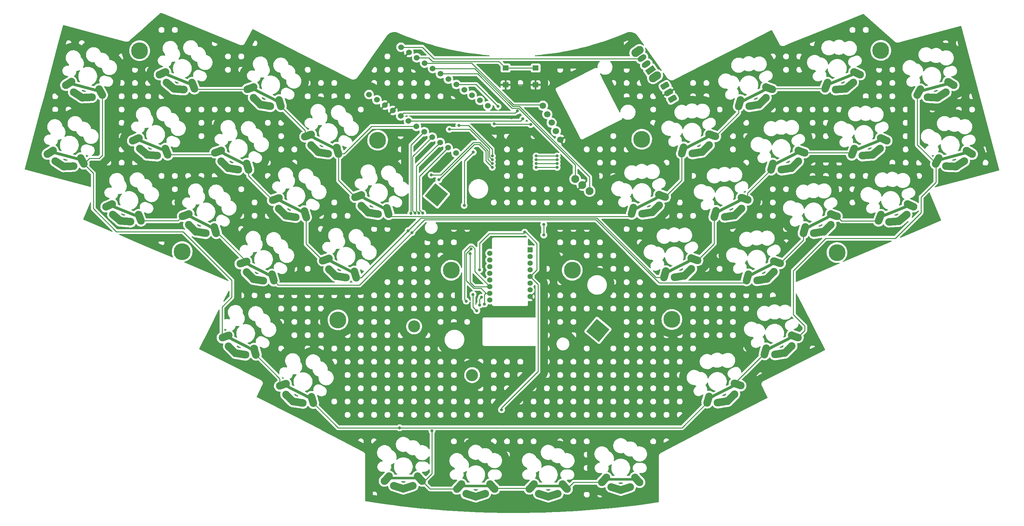
<source format=gbr>
%TF.GenerationSoftware,KiCad,Pcbnew,(6.0.4)*%
%TF.CreationDate,2022-10-16T13:45:35+02:00*%
%TF.ProjectId,Batreeq,42617472-6565-4712-9e6b-696361645f70,rev?*%
%TF.SameCoordinates,Original*%
%TF.FileFunction,Copper,L1,Top*%
%TF.FilePolarity,Positive*%
%FSLAX46Y46*%
G04 Gerber Fmt 4.6, Leading zero omitted, Abs format (unit mm)*
G04 Created by KiCad (PCBNEW (6.0.4)) date 2022-10-16 13:45:35*
%MOMM*%
%LPD*%
G01*
G04 APERTURE LIST*
G04 Aperture macros list*
%AMRoundRect*
0 Rectangle with rounded corners*
0 $1 Rounding radius*
0 $2 $3 $4 $5 $6 $7 $8 $9 X,Y pos of 4 corners*
0 Add a 4 corners polygon primitive as box body*
4,1,4,$2,$3,$4,$5,$6,$7,$8,$9,$2,$3,0*
0 Add four circle primitives for the rounded corners*
1,1,$1+$1,$2,$3*
1,1,$1+$1,$4,$5*
1,1,$1+$1,$6,$7*
1,1,$1+$1,$8,$9*
0 Add four rect primitives between the rounded corners*
20,1,$1+$1,$2,$3,$4,$5,0*
20,1,$1+$1,$4,$5,$6,$7,0*
20,1,$1+$1,$6,$7,$8,$9,0*
20,1,$1+$1,$8,$9,$2,$3,0*%
%AMHorizOval*
0 Thick line with rounded ends*
0 $1 width*
0 $2 $3 position (X,Y) of the first rounded end (center of the circle)*
0 $4 $5 position (X,Y) of the second rounded end (center of the circle)*
0 Add line between two ends*
20,1,$1,$2,$3,$4,$5,0*
0 Add two circle primitives to create the rounded ends*
1,1,$1,$2,$3*
1,1,$1,$4,$5*%
%AMRotRect*
0 Rectangle, with rotation*
0 The origin of the aperture is its center*
0 $1 length*
0 $2 width*
0 $3 Rotation angle, in degrees counterclockwise*
0 Add horizontal line*
21,1,$1,$2,0,0,$3*%
G04 Aperture macros list end*
%TA.AperFunction,SMDPad,CuDef*%
%ADD10R,1.600000X1.400000*%
%TD*%
%TA.AperFunction,ComponentPad*%
%ADD11C,2.032000*%
%TD*%
%TA.AperFunction,ComponentPad*%
%ADD12HorizOval,2.032000X-1.120053X0.724595X1.120053X-0.724595X0*%
%TD*%
%TA.AperFunction,ComponentPad*%
%ADD13HorizOval,2.032000X1.332292X0.067491X-1.332292X-0.067491X0*%
%TD*%
%TA.AperFunction,ComponentPad*%
%ADD14HorizOval,2.032000X-0.421808X0.776874X0.421808X-0.776874X0*%
%TD*%
%TA.AperFunction,ComponentPad*%
%ADD15HorizOval,2.032000X0.753734X0.461889X-0.753734X-0.461889X0*%
%TD*%
%TA.AperFunction,SMDPad,CuDef*%
%ADD16RoundRect,0.189673X-3.546058X0.753800X3.447877X-1.120219X3.546058X-0.753800X-3.447877X1.120219X0*%
%TD*%
%TA.AperFunction,ComponentPad*%
%ADD17HorizOval,2.032000X-1.317210X-0.210983X1.317210X0.210983X0*%
%TD*%
%TA.AperFunction,ComponentPad*%
%ADD18HorizOval,2.032000X0.944925X0.941633X-0.944925X-0.941633X0*%
%TD*%
%TA.AperFunction,ComponentPad*%
%ADD19HorizOval,2.032000X0.251070X0.847597X-0.251070X-0.847597X0*%
%TD*%
%TA.AperFunction,SMDPad,CuDef*%
%ADD20RoundRect,0.189673X-3.139626X-1.812593X3.311844X1.474595X3.139626X1.812593X-3.311844X-1.474595X0*%
%TD*%
%TA.AperFunction,ComponentPad*%
%ADD21HorizOval,2.032000X-0.833295X0.295085X0.833295X-0.295085X0*%
%TD*%
%TA.AperFunction,ComponentPad*%
%ADD22C,4.500000*%
%TD*%
%TA.AperFunction,ComponentPad*%
%ADD23HorizOval,2.032000X1.120053X0.724595X-1.120053X-0.724595X0*%
%TD*%
%TA.AperFunction,ComponentPad*%
%ADD24HorizOval,2.032000X-1.332292X0.067491X1.332292X-0.067491X0*%
%TD*%
%TA.AperFunction,SMDPad,CuDef*%
%ADD25RoundRect,0.189673X-3.447877X-1.120219X3.546058X0.753800X3.447877X1.120219X-3.546058X-0.753800X0*%
%TD*%
%TA.AperFunction,ComponentPad*%
%ADD26HorizOval,2.032000X-0.753734X0.461889X0.753734X-0.461889X0*%
%TD*%
%TA.AperFunction,ComponentPad*%
%ADD27HorizOval,2.032000X0.421808X0.776874X-0.421808X-0.776874X0*%
%TD*%
%TA.AperFunction,ComponentPad*%
%ADD28HorizOval,2.032000X-1.317210X0.210983X1.317210X-0.210983X0*%
%TD*%
%TA.AperFunction,ComponentPad*%
%ADD29HorizOval,2.032000X-0.944925X0.941633X0.944925X-0.941633X0*%
%TD*%
%TA.AperFunction,ComponentPad*%
%ADD30HorizOval,2.032000X-0.251070X0.847597X0.251070X-0.847597X0*%
%TD*%
%TA.AperFunction,SMDPad,CuDef*%
%ADD31RoundRect,0.189673X-3.311844X1.474595X3.139626X-1.812593X3.311844X-1.474595X-3.139626X1.812593X0*%
%TD*%
%TA.AperFunction,ComponentPad*%
%ADD32HorizOval,2.032000X0.833295X0.295085X-0.833295X-0.295085X0*%
%TD*%
%TA.AperFunction,ComponentPad*%
%ADD33HorizOval,2.032000X-1.269427X0.410014X1.269427X-0.410014X0*%
%TD*%
%TA.AperFunction,ComponentPad*%
%ADD34HorizOval,2.032000X1.269427X0.410014X-1.269427X-0.410014X0*%
%TD*%
%TA.AperFunction,ComponentPad*%
%ADD35HorizOval,2.032000X0.608505X0.641231X-0.608505X-0.641231X0*%
%TD*%
%TA.AperFunction,ComponentPad*%
%ADD36HorizOval,2.032000X-0.608505X0.641231X0.608505X-0.641231X0*%
%TD*%
%TA.AperFunction,SMDPad,CuDef*%
%ADD37RoundRect,0.189673X-3.620327X-0.189672X3.620327X-0.189672X3.620327X0.189672X-3.620327X0.189672X0*%
%TD*%
%TA.AperFunction,ComponentPad*%
%ADD38HorizOval,2.032000X1.023398X0.855694X-1.023398X-0.855694X0*%
%TD*%
%TA.AperFunction,ComponentPad*%
%ADD39HorizOval,2.032000X-1.330586X-0.095378X1.330586X0.095378X0*%
%TD*%
%TA.AperFunction,ComponentPad*%
%ADD40HorizOval,2.032000X0.323987X0.822489X-0.323987X-0.822489X0*%
%TD*%
%TA.AperFunction,ComponentPad*%
%ADD41HorizOval,2.032000X-0.804406X0.366589X0.804406X-0.366589X0*%
%TD*%
%TA.AperFunction,SMDPad,CuDef*%
%ADD42RoundRect,0.189673X-3.285656X-1.532059X3.427761X1.180338X3.285656X1.532059X-3.427761X-1.180338X0*%
%TD*%
%TA.AperFunction,ComponentPad*%
%ADD43RotRect,4.400000X4.400000X140.000000*%
%TD*%
%TA.AperFunction,ComponentPad*%
%ADD44C,2.100000*%
%TD*%
%TA.AperFunction,ComponentPad*%
%ADD45C,3.200000*%
%TD*%
%TA.AperFunction,ComponentPad*%
%ADD46HorizOval,2.032000X-1.330586X0.095378X1.330586X-0.095378X0*%
%TD*%
%TA.AperFunction,ComponentPad*%
%ADD47HorizOval,2.032000X-1.023398X0.855694X1.023398X-0.855694X0*%
%TD*%
%TA.AperFunction,SMDPad,CuDef*%
%ADD48RoundRect,0.189673X-3.427761X1.180338X3.285656X-1.532059X3.427761X-1.180338X-3.285656X1.532059X0*%
%TD*%
%TA.AperFunction,ComponentPad*%
%ADD49HorizOval,2.032000X-0.323987X0.822489X0.323987X-0.822489X0*%
%TD*%
%TA.AperFunction,ComponentPad*%
%ADD50HorizOval,2.032000X0.804406X0.366589X-0.804406X-0.366589X0*%
%TD*%
%TA.AperFunction,ComponentPad*%
%ADD51RoundRect,0.375000X-0.837019X-0.050240X-0.462019X-0.699760X0.837019X0.050240X0.462019X0.699760X0*%
%TD*%
%TA.AperFunction,ComponentPad*%
%ADD52HorizOval,1.700000X0.000000X0.000000X0.000000X0.000000X0*%
%TD*%
%TA.AperFunction,ComponentPad*%
%ADD53C,1.700000*%
%TD*%
%TA.AperFunction,ComponentPad*%
%ADD54HorizOval,1.500000X0.409576X0.286788X-0.409576X-0.286788X0*%
%TD*%
%TA.AperFunction,ComponentPad*%
%ADD55RotRect,1.500000X2.500000X125.000000*%
%TD*%
%TA.AperFunction,ComponentPad*%
%ADD56HorizOval,2.200000X0.532449X0.372825X-0.532449X-0.372825X0*%
%TD*%
%TA.AperFunction,ComponentPad*%
%ADD57C,1.524000*%
%TD*%
%TA.AperFunction,ComponentPad*%
%ADD58C,1.400000*%
%TD*%
%TA.AperFunction,ComponentPad*%
%ADD59R,1.400000X1.400000*%
%TD*%
%TA.AperFunction,ViaPad*%
%ADD60C,0.800000*%
%TD*%
%TA.AperFunction,Conductor*%
%ADD61C,0.250000*%
%TD*%
G04 APERTURE END LIST*
D10*
%TO.P,SW35,1,1*%
%TO.N,RESET*%
X148677347Y-44118078D03*
X156677347Y-44118078D03*
%TO.P,SW35,2,2*%
%TO.N,GND*%
X148677347Y-48618078D03*
X156677347Y-48618078D03*
%TD*%
D11*
%TO.P,SW7,2,2*%
%TO.N,Net-(D7-Pad2)*%
X30920405Y-70392289D03*
D12*
X29812672Y-69676116D03*
D13*
X32237817Y-70325931D03*
D14*
%TO.P,SW7,1,1*%
%TO.N,row_3*%
X35887969Y-68910945D03*
D15*
X27359039Y-66625626D03*
D16*
X31673162Y-67601881D03*
D11*
X35470214Y-68132879D03*
X28109859Y-66160678D03*
%TD*%
D17*
%TO.P,SW26,2,2*%
%TO.N,Net-(D26-Pad2)*%
X221730133Y-120335215D03*
D11*
X223032553Y-120126217D03*
D18*
X223967179Y-119195383D03*
D19*
%TO.P,SW26,1,1*%
%TO.N,row_3*%
X217865554Y-119710059D03*
D11*
X224901880Y-115402731D03*
D20*
X221724814Y-117548847D03*
D21*
X225732961Y-115701415D03*
D11*
X218112410Y-118862139D03*
%TD*%
D22*
%TO.P,H10,1*%
%TO.N,N/C*%
X166447346Y-98056076D03*
%TD*%
D11*
%TO.P,SW34,2,2*%
%TO.N,Net-(D34-Pad2)*%
X263733084Y-52037591D03*
D23*
X264840817Y-51321417D03*
D24*
X262415672Y-51971232D03*
D25*
%TO.P,SW34,1,1*%
%TO.N,row_3*%
X262989787Y-49244648D03*
D26*
X267294449Y-48270927D03*
D11*
X266543629Y-47805979D03*
X259183275Y-49778181D03*
D27*
X258765520Y-50556247D03*
%TD*%
D22*
%TO.P,H8,1*%
%TO.N,N/C*%
X248621075Y-39434330D03*
%TD*%
%TO.P,H9,1*%
%TO.N,N/C*%
X134189343Y-98056079D03*
%TD*%
D17*
%TO.P,SW21,2,2*%
%TO.N,Net-(D21-Pad2)*%
X206457465Y-133193314D03*
D11*
X207759885Y-132984316D03*
D18*
X208694511Y-132053482D03*
D11*
%TO.P,SW21,1,1*%
%TO.N,row_3*%
X209629212Y-128260830D03*
D20*
X206452146Y-130406946D03*
D11*
X202839742Y-131720238D03*
D19*
X202592886Y-132568158D03*
D21*
X210460293Y-128559514D03*
%TD*%
D18*
%TO.P,SW25,2,2*%
%TO.N,Net-(D25-Pad2)*%
X210585847Y-82507660D03*
D11*
X209651221Y-83438494D03*
D17*
X208348801Y-83647492D03*
D19*
%TO.P,SW25,1,1*%
%TO.N,row_1*%
X204484222Y-83022336D03*
D21*
X212351629Y-79013692D03*
D11*
X211520548Y-78715008D03*
X204731078Y-82174416D03*
D20*
X208343482Y-80861124D03*
%TD*%
D28*
%TO.P,SW4,2,2*%
%TO.N,Net-(D4-Pad2)*%
X84719139Y-54129775D03*
D11*
X83416719Y-53920777D03*
D29*
X82482094Y-52989943D03*
D30*
%TO.P,SW4,1,1*%
%TO.N,row_0*%
X88583719Y-53504619D03*
D11*
X88336862Y-52656699D03*
X81547392Y-49197291D03*
D31*
X84733186Y-51347853D03*
D32*
X80716311Y-49495975D03*
%TD*%
D28*
%TO.P,SW8,2,2*%
%TO.N,Net-(D8-Pad2)*%
X100067257Y-66794397D03*
D11*
X98764837Y-66585399D03*
D29*
X97830212Y-65654565D03*
D11*
%TO.P,SW8,1,1*%
%TO.N,row_0*%
X96895510Y-61861913D03*
X103684980Y-65321321D03*
D32*
X96064429Y-62160597D03*
D31*
X100081304Y-64012475D03*
D30*
X103931837Y-66169241D03*
%TD*%
D33*
%TO.P,SW22,2,2*%
%TO.N,Net-(D22-Pad2)*%
X158787996Y-158081008D03*
D34*
X161298692Y-158081008D03*
D11*
X160043344Y-158486077D03*
%TO.P,SW22,1,1*%
%TO.N,row_4*%
X163853344Y-155126077D03*
D35*
X155628445Y-155769509D03*
D11*
X156233344Y-155126077D03*
D36*
X164458243Y-155769509D03*
D37*
X160048241Y-155595922D03*
%TD*%
D22*
%TO.P,H3,1*%
%TO.N,N/C*%
X192972150Y-111198053D03*
%TD*%
D11*
%TO.P,SW27,2,2*%
%TO.N,Net-(D27-Pad2)*%
X179347346Y-156708078D03*
D33*
X178091998Y-156303009D03*
D34*
X180602694Y-156303009D03*
D35*
%TO.P,SW27,1,1*%
%TO.N,row_4*%
X174932447Y-153991510D03*
D37*
X179352243Y-153817923D03*
D36*
X183762245Y-153991510D03*
D11*
X183157346Y-153348078D03*
X175537346Y-153348078D03*
%TD*%
D38*
%TO.P,SW33,2,2*%
%TO.N,Net-(D33-Pad2)*%
X247370247Y-66486951D03*
D39*
X245042371Y-67427473D03*
D11*
X246358050Y-67332785D03*
%TO.P,SW33,1,1*%
%TO.N,row_1*%
X248631942Y-62790196D03*
D40*
X241246983Y-66467877D03*
D41*
X249433828Y-63160177D03*
D42*
X245279920Y-64651245D03*
D11*
X241566801Y-65644698D03*
%TD*%
D22*
%TO.P,H6,1*%
%TO.N,N/C*%
X114577344Y-63386078D03*
%TD*%
D11*
%TO.P,SW16,2,2*%
%TO.N,Net-(D16-Pad2)*%
X92030356Y-133060348D03*
D29*
X91095731Y-132129514D03*
D28*
X93332776Y-133269346D03*
D11*
%TO.P,SW16,1,1*%
%TO.N,row_3*%
X90161029Y-128336862D03*
X96950499Y-131796270D03*
D31*
X93346823Y-130487424D03*
D30*
X97197356Y-132644190D03*
D32*
X89329948Y-128635546D03*
%TD*%
D18*
%TO.P,SW28,2,2*%
%TO.N,Net-(D28-Pad2)*%
X217097186Y-52993005D03*
D11*
X216162560Y-53923839D03*
D17*
X214860140Y-54132837D03*
D21*
%TO.P,SW28,1,1*%
%TO.N,row_0*%
X218862968Y-49499037D03*
D19*
X210995561Y-53507681D03*
D11*
X218031887Y-49200353D03*
X211242417Y-52659761D03*
D20*
X214854821Y-51346469D03*
%TD*%
D11*
%TO.P,SW5,2,2*%
%TO.N,Net-(D5-Pad2)*%
X74790903Y-70849901D03*
D29*
X73856278Y-69919067D03*
D28*
X76093323Y-71058899D03*
D11*
%TO.P,SW5,1,1*%
%TO.N,row_1*%
X72921576Y-66126415D03*
D32*
X72090495Y-66425099D03*
D30*
X79957903Y-70433743D03*
D11*
X79711046Y-69585823D03*
D31*
X76107370Y-68276977D03*
%TD*%
D43*
%TO.P,SW36,MP*%
%TO.N,N/C*%
X130236554Y-77998238D03*
X173263659Y-114099277D03*
D44*
%TO.P,SW36,C,C*%
%TO.N,GND*%
X169126975Y-75320744D03*
%TO.P,SW36,B,B*%
%TO.N,EncR*%
X167211864Y-73713775D03*
%TO.P,SW36,A,A*%
%TO.N,EncL*%
X171042086Y-76927713D03*
D45*
%TO.P,SW36,*%
%TO.N,*%
X139749391Y-126035494D03*
X124286053Y-113059816D03*
%TD*%
D29*
%TO.P,SW15,2,2*%
%TO.N,Net-(D15-Pad2)*%
X80578573Y-99512815D03*
D28*
X82815618Y-100652647D03*
D11*
X81513198Y-100443649D03*
D31*
%TO.P,SW15,1,1*%
%TO.N,row_2*%
X82829665Y-97870725D03*
D11*
X86433341Y-99179571D03*
D30*
X86680198Y-100027491D03*
D32*
X78812790Y-96018847D03*
D11*
X79643871Y-95720163D03*
%TD*%
D24*
%TO.P,SW31,2,2*%
%TO.N,Net-(D31-Pad2)*%
X267341896Y-70331280D03*
D23*
X269767041Y-69681465D03*
D11*
X268659308Y-70397639D03*
D25*
%TO.P,SW31,1,1*%
%TO.N,row_3*%
X267916011Y-67604696D03*
D27*
X263691744Y-68916295D03*
D11*
X271469853Y-66166027D03*
D26*
X272220673Y-66630975D03*
D11*
X264109499Y-68138229D03*
%TD*%
D22*
%TO.P,H2,1*%
%TO.N,N/C*%
X104010023Y-111310117D03*
%TD*%
D17*
%TO.P,SW23,2,2*%
%TO.N,Net-(D23-Pad2)*%
X232111777Y-87991084D03*
D18*
X234348823Y-86851252D03*
D11*
X233414197Y-87782086D03*
%TO.P,SW23,1,1*%
%TO.N,row_2*%
X235283524Y-83058600D03*
D21*
X236114605Y-83357284D03*
D20*
X232106458Y-85204716D03*
D11*
X228494054Y-86518008D03*
D19*
X228247198Y-87365928D03*
%TD*%
D46*
%TO.P,SW6,2,2*%
%TO.N,Net-(D6-Pad2)*%
X47419732Y-85040139D03*
D47*
X45091856Y-84099617D03*
D11*
X46104053Y-84945451D03*
D48*
%TO.P,SW6,1,1*%
%TO.N,row_2*%
X47191265Y-82267580D03*
D11*
X50895301Y-83257365D03*
D49*
X51215120Y-84080543D03*
D50*
X43028274Y-80772843D03*
D11*
X43830160Y-80402862D03*
%TD*%
D34*
%TO.P,SW12,2,2*%
%TO.N,Net-(D12-Pad2)*%
X122693106Y-155961010D03*
D11*
X121437758Y-156366079D03*
D33*
X120182410Y-155961010D03*
D37*
%TO.P,SW12,1,1*%
%TO.N,row_4*%
X121442655Y-153475924D03*
D35*
X117022859Y-153649511D03*
D36*
X125852657Y-153649511D03*
D11*
X117627758Y-153006079D03*
X125247758Y-153006079D03*
%TD*%
%TO.P,SW1,2,2*%
%TO.N,Net-(D1-Pad2)*%
X60339102Y-49712465D03*
D46*
X61654781Y-49807153D03*
D47*
X59326905Y-48866631D03*
D11*
%TO.P,SW1,1,1*%
%TO.N,row_0*%
X58065209Y-45169876D03*
D48*
X61426314Y-47034594D03*
D49*
X65450169Y-48847557D03*
D50*
X57263323Y-45539857D03*
D11*
X65130350Y-48024379D03*
%TD*%
D28*
%TO.P,SW11,2,2*%
%TO.N,Net-(D11-Pad2)*%
X78060106Y-120411243D03*
D11*
X76757686Y-120202245D03*
D29*
X75823061Y-119271411D03*
D11*
%TO.P,SW11,1,1*%
%TO.N,row_3*%
X74888359Y-115478759D03*
D30*
X81924686Y-119786087D03*
D31*
X78074153Y-117629321D03*
D11*
X81677829Y-118938167D03*
D32*
X74057278Y-115777443D03*
%TD*%
D18*
%TO.P,SW19,2,2*%
%TO.N,Net-(D19-Pad2)*%
X197234247Y-98625352D03*
D11*
X196299621Y-99556186D03*
D17*
X194997201Y-99765184D03*
D20*
%TO.P,SW19,1,1*%
%TO.N,row_1*%
X194991882Y-96978816D03*
D11*
X198168948Y-94832700D03*
X191379478Y-98292108D03*
D19*
X191132622Y-99140028D03*
D21*
X199000029Y-95131384D03*
%TD*%
D13*
%TO.P,SW3,2,2*%
%TO.N,Net-(D3-Pad2)*%
X37147868Y-51955540D03*
D11*
X35830456Y-52021898D03*
D12*
X34722723Y-51305725D03*
D15*
%TO.P,SW3,1,1*%
%TO.N,row_3*%
X32269090Y-48255235D03*
D11*
X40380265Y-49762488D03*
D14*
X40798020Y-50540554D03*
D16*
X36583213Y-49231490D03*
D11*
X33019910Y-47790287D03*
%TD*%
D28*
%TO.P,SW10,2,2*%
%TO.N,Net-(D10-Pad2)*%
X67467501Y-87988024D03*
D11*
X66165081Y-87779026D03*
D29*
X65230456Y-86848192D03*
D11*
%TO.P,SW10,1,1*%
%TO.N,row_2*%
X71085224Y-86514948D03*
X64295754Y-83055540D03*
D30*
X71332081Y-87362868D03*
D31*
X67481548Y-85206102D03*
D32*
X63464673Y-83354224D03*
%TD*%
D38*
%TO.P,SW32,2,2*%
%TO.N,Net-(D32-Pad2)*%
X240252723Y-48870460D03*
D39*
X237924847Y-49810982D03*
D11*
X239240526Y-49716294D03*
D42*
%TO.P,SW32,1,1*%
%TO.N,row_0*%
X238162396Y-47034754D03*
D11*
X234449277Y-48028207D03*
D40*
X234129459Y-48851386D03*
D11*
X241514418Y-45173705D03*
D41*
X242316304Y-45543686D03*
%TD*%
D51*
%TO.P,PAD1,1*%
%TO.N,bat+*%
X193130000Y-52352000D03*
%TO.P,PAD1,2*%
%TO.N,GND*%
X192130000Y-50619949D03*
%TO.P,PAD1,3*%
%TO.N,bat+*%
X191130000Y-48887898D03*
%TD*%
D28*
%TO.P,SW9,2,2*%
%TO.N,Net-(D9-Pad2)*%
X91441435Y-83723522D03*
D29*
X89204390Y-82583690D03*
D11*
X90139015Y-83514524D03*
%TO.P,SW9,1,1*%
%TO.N,row_1*%
X88269688Y-78791038D03*
D30*
X95306015Y-83098366D03*
D32*
X87438607Y-79089722D03*
D31*
X91455482Y-80941600D03*
D11*
X95059158Y-82250446D03*
%TD*%
D28*
%TO.P,SW13,2,2*%
%TO.N,Net-(D13-Pad2)*%
X113418857Y-82912091D03*
D29*
X111181812Y-81772259D03*
D11*
X112116437Y-82703093D03*
%TO.P,SW13,1,1*%
%TO.N,row_0*%
X110247110Y-77979607D03*
X117036580Y-81439015D03*
D30*
X117283437Y-82286935D03*
D32*
X109416029Y-78278291D03*
D31*
X113432904Y-80130169D03*
%TD*%
D17*
%TO.P,SW18,2,2*%
%TO.N,Net-(D18-Pad2)*%
X186371383Y-82836059D03*
D18*
X188608429Y-81696227D03*
D11*
X187673803Y-82627061D03*
%TO.P,SW18,1,1*%
%TO.N,row_0*%
X189543130Y-77903575D03*
X182753660Y-81362983D03*
D19*
X182506804Y-82210903D03*
D21*
X190374211Y-78202259D03*
D20*
X186366064Y-80049691D03*
%TD*%
D22*
%TO.P,H1,1*%
%TO.N,N/C*%
X62507345Y-93104077D03*
%TD*%
D17*
%TO.P,SW24,2,2*%
%TO.N,Net-(D24-Pad2)*%
X199722986Y-66718367D03*
D11*
X201025406Y-66509369D03*
D18*
X201960032Y-65578535D03*
D20*
%TO.P,SW24,1,1*%
%TO.N,row_0*%
X199717667Y-63931999D03*
D19*
X195858407Y-66093211D03*
D11*
X196105263Y-65245291D03*
X202894733Y-61785883D03*
D21*
X203725814Y-62084567D03*
%TD*%
D11*
%TO.P,SW17,2,2*%
%TO.N,Net-(D17-Pad2)*%
X140717756Y-158482770D03*
D34*
X141973104Y-158077701D03*
D33*
X139462408Y-158077701D03*
D37*
%TO.P,SW17,1,1*%
%TO.N,row_4*%
X140722653Y-155592615D03*
D35*
X136302857Y-155766202D03*
D11*
X136907756Y-155122770D03*
X144527756Y-155122770D03*
D36*
X145132655Y-155766202D03*
%TD*%
D22*
%TO.P,H7,1*%
%TO.N,N/C*%
X184935343Y-63132079D03*
%TD*%
D52*
%TO.P,U5,5,GND*%
%TO.N,GND*%
X163243150Y-63235892D03*
%TO.P,U5,4,TRIG*%
%TO.N,unconnected-(U5-Pad4)*%
X162090014Y-60972736D03*
%TO.P,U5,3,SCL*%
%TO.N,SCL*%
X160936878Y-58709579D03*
%TO.P,U5,2,SDA*%
%TO.N,SDA*%
X159783742Y-56446423D03*
D53*
%TO.P,U5,1,VDD*%
%TO.N,VCC*%
X158630606Y-54183266D03*
%TD*%
D54*
%TO.P,SW37,3,C*%
%TO.N,RAW*%
X184993694Y-41455392D03*
%TO.P,SW37,2,B*%
%TO.N,bat+*%
X186140847Y-43093696D03*
D55*
%TO.P,SW37,1,A*%
%TO.N,unconnected-(SW37-Pad1)*%
X187288000Y-44732000D03*
D56*
%TO.P,SW37,*%
%TO.N,*%
X188492511Y-46452219D03*
X183789184Y-39735173D03*
%TD*%
D17*
%TO.P,SW29,2,2*%
%TO.N,Net-(D29-Pad2)*%
X223485960Y-71061963D03*
D11*
X224788380Y-70852965D03*
D18*
X225723006Y-69922131D03*
D21*
%TO.P,SW29,1,1*%
%TO.N,row_1*%
X227488788Y-66428163D03*
D19*
X219621381Y-70436807D03*
D20*
X223480641Y-68275595D03*
D11*
X226657707Y-66129479D03*
X219868237Y-69588887D03*
%TD*%
D39*
%TO.P,SW30,2,2*%
%TO.N,Net-(D30-Pad2)*%
X252159896Y-85043968D03*
D38*
X254487772Y-84103446D03*
D11*
X253475575Y-84949280D03*
%TO.P,SW30,1,1*%
%TO.N,row_2*%
X255749467Y-80406691D03*
D40*
X248364508Y-84084372D03*
D41*
X256551353Y-80776672D03*
D42*
X252397445Y-82267740D03*
D11*
X248684326Y-83261193D03*
%TD*%
D46*
%TO.P,SW2,2,2*%
%TO.N,Net-(D2-Pad2)*%
X54537546Y-67424054D03*
D11*
X53221867Y-67329366D03*
D47*
X52209670Y-66483532D03*
D11*
%TO.P,SW2,1,1*%
%TO.N,row_1*%
X50947974Y-62786777D03*
D48*
X54309079Y-64651495D03*
D11*
X58013115Y-65641280D03*
D49*
X58332934Y-66464458D03*
D50*
X50146088Y-63156758D03*
%TD*%
D22*
%TO.P,H5,1*%
%TO.N,N/C*%
X51170667Y-39497354D03*
%TD*%
D11*
%TO.P,SW20,2,2*%
%TO.N,Net-(D20-Pad2)*%
X218277041Y-100367620D03*
D17*
X216974621Y-100576618D03*
D18*
X219211667Y-99436786D03*
D11*
%TO.P,SW20,1,1*%
%TO.N,row_2*%
X213356898Y-99103542D03*
D21*
X220977449Y-95942818D03*
D20*
X216969302Y-97790250D03*
D11*
X220146368Y-95644134D03*
D19*
X213110042Y-99951462D03*
%TD*%
D28*
%TO.P,SW14,2,2*%
%TO.N,Net-(D14-Pad2)*%
X104793036Y-99841213D03*
D11*
X103490616Y-99632215D03*
D29*
X102555991Y-98701381D03*
D30*
%TO.P,SW14,1,1*%
%TO.N,row_1*%
X108657616Y-99216057D03*
D11*
X101621289Y-94908729D03*
D31*
X104807083Y-97059291D03*
D32*
X100790208Y-95207413D03*
D11*
X108410759Y-98368137D03*
%TD*%
D22*
%TO.P,H4,1*%
%TO.N,N/C*%
X236965997Y-93358077D03*
%TD*%
D57*
%TO.P,U1,1,D3/TX0*%
%TO.N,MOTION*%
X112288299Y-51186220D03*
%TO.P,U1,2,D2/RX1*%
%TO.N,NCS*%
X114394055Y-52606570D03*
%TO.P,U1,3,GND*%
%TO.N,GND*%
X116499810Y-54026920D03*
%TO.P,U1,4,GND*%
X118605565Y-55447270D03*
%TO.P,U1,5,SDA/D1/2*%
%TO.N,SDA*%
X120711321Y-56867620D03*
%TO.P,U1,6,SCL/D0/3*%
%TO.N,SCL*%
X122817076Y-58287970D03*
%TO.P,U1,7,D4/4*%
%TO.N,row_0*%
X124922832Y-59708320D03*
%TO.P,U1,8,C6/5*%
%TO.N,row_1*%
X127028587Y-61128670D03*
%TO.P,U1,9,D7/6*%
%TO.N,row_2*%
X129134343Y-62549020D03*
%TO.P,U1,10,E6/7*%
%TO.N,row_3*%
X131240098Y-63969369D03*
%TO.P,U1,11,B4/8*%
%TO.N,row_4*%
X133345854Y-65389719D03*
%TO.P,U1,12,B5/9*%
%TO.N,SR_CS*%
X135451609Y-66810069D03*
%TO.P,U1,13,10/B6*%
%TO.N,unconnected-(U1-Pad13)*%
X143962525Y-54192118D03*
%TO.P,U1,14,16/B2*%
%TO.N,MOSI*%
X141856769Y-52771768D03*
%TO.P,U1,15,14/B3*%
%TO.N,MISO*%
X139751014Y-51351418D03*
%TO.P,U1,16,15/B1*%
%TO.N,SCLK*%
X137645259Y-49931068D03*
%TO.P,U1,17,A0/F7*%
%TO.N,SRCLK*%
X135539503Y-48510718D03*
%TO.P,U1,18,A1/F6*%
%TO.N,unconnected-(U1-Pad18)*%
X133433748Y-47090368D03*
%TO.P,U1,19,A2/F5*%
%TO.N,EncR*%
X131327992Y-45670018D03*
%TO.P,U1,20,A3/F4*%
%TO.N,EncL*%
X129222237Y-44249668D03*
%TO.P,U1,21,VCC*%
%TO.N,VCC*%
X127116481Y-42829318D03*
%TO.P,U1,22,RST*%
%TO.N,RESET*%
X125010726Y-41408968D03*
%TO.P,U1,23,GND*%
%TO.N,GND*%
X122904971Y-39988618D03*
%TO.P,U1,24,RAW*%
%TO.N,RAW*%
X120799215Y-38568268D03*
%TD*%
D58*
%TO.P,U4,16,NC*%
%TO.N,unconnected-(U4-Pad16)*%
X144493347Y-93532077D03*
%TO.P,U4,15,LED_P*%
%TO.N,Net-(R1-Pad2)*%
X144493347Y-95312077D03*
%TO.P,U4,14,NC*%
%TO.N,unconnected-(U4-Pad14)*%
X144493347Y-97092077D03*
%TO.P,U4,13,~{NCS}*%
%TO.N,NCS*%
X144493347Y-98872077D03*
%TO.P,U4,12,MISO*%
%TO.N,MISO*%
X144493347Y-100652077D03*
%TO.P,U4,11,MOSI*%
%TO.N,MOSI*%
X144493347Y-102432077D03*
%TO.P,U4,10,SCLK*%
%TO.N,SCLK*%
X144493347Y-104212077D03*
%TO.P,U4,9,MOTION*%
%TO.N,MOTION*%
X144493347Y-105992077D03*
%TO.P,U4,8,GND*%
%TO.N,GND*%
X155193347Y-105102077D03*
%TO.P,U4,7,~{NRESET}*%
%TO.N,Net-(R2-Pad1)*%
X155193347Y-103322077D03*
%TO.P,U4,6,NC*%
%TO.N,unconnected-(U4-Pad6)*%
X155193347Y-101542077D03*
%TO.P,U4,5,VDDIO*%
%TO.N,VCC*%
X155193347Y-99762077D03*
%TO.P,U4,4,VDD*%
%TO.N,VDD*%
X155193347Y-97982077D03*
%TO.P,U4,3,VDDPIX*%
%TO.N,Net-(C3-Pad1)*%
X155193347Y-96202077D03*
%TO.P,U4,2,NC*%
%TO.N,unconnected-(U4-Pad2)*%
X155193347Y-94422077D03*
D59*
%TO.P,U4,1,NC*%
%TO.N,unconnected-(U4-Pad1)*%
X155193347Y-92642077D03*
%TD*%
D60*
%TO.N,VCC*%
X153760000Y-87912000D03*
X158840000Y-85880000D03*
X145632000Y-59012470D03*
X141755344Y-97930079D03*
X158840000Y-88674000D03*
X147597345Y-135268077D03*
X155344346Y-59195077D03*
%TO.N,GND*%
X161142000Y-94882077D03*
X147851344Y-139078079D03*
X144870000Y-57178000D03*
X150204000Y-57432000D03*
X151220000Y-63528000D03*
X156808000Y-87912000D03*
%TO.N,col0*%
X145124000Y-67592000D03*
X136234000Y-59464000D03*
%TO.N,col1*%
X133694000Y-60480000D03*
X145124000Y-68608000D03*
%TO.N,col2*%
X128868000Y-72672000D03*
X145124000Y-69607503D03*
%TO.N,col3*%
X145124000Y-70607006D03*
X130900000Y-73942000D03*
%TO.N,row_1*%
X123440331Y-82900929D03*
X122705345Y-87516078D03*
%TO.N,col4*%
X162396000Y-70623503D03*
X156808000Y-70623503D03*
%TO.N,col5*%
X162396000Y-69624000D03*
X156808000Y-69624000D03*
%TO.N,col6*%
X162396000Y-68608000D03*
X156808000Y-68608000D03*
%TO.N,row_3*%
X120419344Y-140094079D03*
X125557402Y-82832000D03*
%TO.N,row_2*%
X123721342Y-88024078D03*
X124532804Y-82832000D03*
%TO.N,col7*%
X162396000Y-67592000D03*
X156808000Y-67592000D03*
%TO.N,MOSI*%
X138199345Y-106312078D03*
X139215346Y-93612078D03*
%TO.N,NCS*%
X139977348Y-104534078D03*
X140993347Y-108852076D03*
%TO.N,MISO*%
X140044000Y-66576000D03*
X141755345Y-107328078D03*
X137646653Y-80768375D03*
X142263346Y-105267578D03*
%TO.N,SCLK*%
X143025346Y-107074078D03*
X139465046Y-92337778D03*
%TO.N,SDA*%
X151815965Y-55566035D03*
%TO.N,SCL*%
X153252000Y-57686000D03*
%TO.N,SRCLK*%
X146648000Y-54384000D03*
%TO.N,row_4*%
X126582000Y-82832000D03*
X129055345Y-140856077D03*
%TD*%
D61*
%TO.N,VCC*%
X147597344Y-134760077D02*
X147597345Y-135268077D01*
X157316000Y-125041421D02*
X147597344Y-134760077D01*
X157316000Y-101884731D02*
X157316000Y-125041421D01*
X155193345Y-99762076D02*
X157316000Y-101884731D01*
X156995345Y-97960077D02*
X155193345Y-99762076D01*
X154014000Y-87912000D02*
X156995345Y-90893345D01*
X156995345Y-90893345D02*
X156995345Y-97960077D01*
X141755345Y-90818077D02*
X141755344Y-97930079D01*
X144295345Y-88278078D02*
X141755345Y-90818077D01*
X153760000Y-87912000D02*
X154014000Y-87912000D01*
X153760000Y-87912000D02*
X153393922Y-88278078D01*
X153393922Y-88278078D02*
X144295345Y-88278078D01*
X145632000Y-59012470D02*
X145687608Y-59068078D01*
X145687608Y-59068078D02*
X155217344Y-59068078D01*
X139666756Y-42829320D02*
X150779920Y-53942484D01*
X158840000Y-88674000D02*
X158840000Y-85880000D01*
X155217344Y-59068078D02*
X155344346Y-59195077D01*
X158389823Y-53942484D02*
X158630606Y-54183267D01*
X150779920Y-53942484D02*
X158389823Y-53942484D01*
X127116479Y-42829320D02*
X139666756Y-42829320D01*
%TO.N,GND*%
X156677345Y-48618078D02*
X148677345Y-48618078D01*
%TO.N,col0*%
X138774000Y-59464000D02*
X136234000Y-59464000D01*
X145124000Y-65814000D02*
X138774000Y-59464000D01*
X145124000Y-67592000D02*
X145124000Y-65814000D01*
%TO.N,col1*%
X139154282Y-60480000D02*
X144399489Y-65725207D01*
X144399489Y-65725207D02*
X144399489Y-67892103D01*
X145115386Y-68608000D02*
X145124000Y-68608000D01*
X133694000Y-60480000D02*
X139154282Y-60480000D01*
X144399489Y-67892103D02*
X145115386Y-68608000D01*
%TO.N,col2*%
X145098889Y-69607503D02*
X145124000Y-69607503D01*
X143949969Y-68458583D02*
X145098889Y-69607503D01*
X131408000Y-72672000D02*
X140044000Y-64036000D01*
X140044000Y-64036000D02*
X141822000Y-64036000D01*
X141822000Y-64036000D02*
X143949969Y-66163969D01*
X143949969Y-66163969D02*
X143949969Y-68458583D01*
X128868000Y-72672000D02*
X131408000Y-72672000D01*
%TO.N,col3*%
X143409141Y-66258859D02*
X143409141Y-68917258D01*
X145098889Y-70607006D02*
X145124000Y-70607006D01*
X130900000Y-73942000D02*
X140298000Y-64544000D01*
X140298000Y-64544000D02*
X141694282Y-64544000D01*
X141694282Y-64544000D02*
X143409141Y-66258859D01*
X143409141Y-68917258D02*
X145098889Y-70607006D01*
%TO.N,row_1*%
X172943747Y-84160480D02*
X188738291Y-99955024D01*
X188738291Y-99955024D02*
X190891210Y-99955025D01*
X213152875Y-79297430D02*
X213152874Y-77478894D01*
X80199314Y-72935409D02*
X86637365Y-79373459D01*
X240388623Y-66711897D02*
X240935458Y-67258732D01*
X199801276Y-95415120D02*
X204242810Y-90973582D01*
X228290034Y-66711897D02*
X240388623Y-66711897D01*
X108899030Y-100031054D02*
X110190368Y-100031057D01*
X123467345Y-82873915D02*
X123467345Y-64689912D01*
X80199312Y-71248741D02*
X80199314Y-72935409D01*
X95547430Y-83913362D02*
X95547430Y-91049614D01*
X126060945Y-84160480D02*
X172943747Y-84160480D01*
X213152874Y-77478894D02*
X219379966Y-71251803D01*
X110190368Y-100031057D02*
X126060945Y-84160480D01*
X95547430Y-91049614D02*
X99988963Y-95491150D01*
X58644461Y-67255311D02*
X70742774Y-67255311D01*
X204242810Y-90973582D02*
X204242809Y-83837333D01*
X70742774Y-67255311D02*
X71289248Y-66708836D01*
X123440331Y-82900929D02*
X123467345Y-82873915D01*
X123467345Y-64689912D02*
X127028586Y-61128668D01*
%TO.N,row_0*%
X181580330Y-83710960D02*
X118133883Y-83710960D01*
X104173251Y-74120491D02*
X104173250Y-66984238D01*
X95263183Y-60757668D02*
X88825131Y-54319619D01*
X105645184Y-66984239D02*
X104173250Y-66984238D01*
X112921102Y-59708319D02*
X105645184Y-66984239D01*
X210754149Y-54322678D02*
X210754146Y-56141214D01*
X95263183Y-62444334D02*
X95263183Y-60757668D01*
X195616992Y-66908208D02*
X195616990Y-74044461D01*
X182265391Y-83025899D02*
X181580330Y-83710960D01*
X108614785Y-78562024D02*
X104173251Y-74120491D01*
X118133883Y-83710960D02*
X117524852Y-83101929D01*
X195616990Y-74044461D02*
X191175455Y-78485996D01*
X219804747Y-49642238D02*
X219664213Y-49782772D01*
X65902997Y-49779712D02*
X65761694Y-49638412D01*
X233817933Y-49642239D02*
X219804747Y-49642238D01*
X124922831Y-59708318D02*
X112921102Y-59708319D01*
X79915066Y-49779715D02*
X65902997Y-49779712D01*
X210754146Y-56141214D02*
X204527057Y-62368304D01*
%TO.N,col4*%
X162379503Y-70623503D02*
X162396000Y-70640000D01*
X156808000Y-70623503D02*
X162379503Y-70623503D01*
%TO.N,col5*%
X156808000Y-69624000D02*
X162650000Y-69624000D01*
%TO.N,col6*%
X156808000Y-68608000D02*
X162396000Y-68608000D01*
%TO.N,row_3*%
X263286157Y-69548873D02*
X263286160Y-69663289D01*
X217364985Y-120525054D02*
X209629209Y-128260833D01*
X124916354Y-82190952D02*
X124916354Y-70293111D01*
X233957345Y-89548078D02*
X225321343Y-98184079D01*
X37739419Y-68212079D02*
X40409347Y-68212077D01*
X125557402Y-82832000D02*
X124916354Y-82190952D01*
X88528704Y-128919279D02*
X88528705Y-126963687D01*
X36293554Y-69657940D02*
X37739419Y-68212079D01*
X41203603Y-67417822D02*
X41203601Y-51287552D01*
X44981346Y-87770078D02*
X38865822Y-81654557D01*
X73256034Y-116061180D02*
X73140266Y-115945411D01*
X88528705Y-126963687D02*
X82166100Y-120601085D01*
X228369346Y-114150009D02*
X226534207Y-115985151D01*
X225321343Y-98184079D02*
X225321345Y-109868079D01*
X228369348Y-112916079D02*
X228369346Y-114150009D01*
X62761346Y-87770077D02*
X44981346Y-87770078D01*
X75715348Y-100724077D02*
X62761346Y-87770077D01*
X259357345Y-78538059D02*
X259357345Y-82690079D01*
X40409347Y-68212077D02*
X41203603Y-67417822D01*
X73140266Y-115945411D02*
X73140269Y-107852997D01*
X73140269Y-107852997D02*
X75715347Y-105277921D01*
X258359936Y-51303242D02*
X258359937Y-64622651D01*
X202351473Y-133383156D02*
X195640550Y-140094078D01*
X263286159Y-74609244D02*
X259357345Y-78538059D01*
X104073664Y-140094078D02*
X97438770Y-133459185D01*
X75715347Y-105277921D02*
X75715348Y-100724077D01*
X124916354Y-70293111D02*
X131240097Y-63969369D01*
X225321345Y-109868079D02*
X228369348Y-112916079D01*
X259357345Y-82690079D02*
X252499345Y-89548077D01*
X217624142Y-120525055D02*
X217364985Y-120525054D01*
X38865824Y-72230209D02*
X36293554Y-69657940D01*
X38865822Y-81654557D02*
X38865824Y-72230209D01*
X258359937Y-64622651D02*
X263286157Y-69548873D01*
X195640550Y-140094078D02*
X104073664Y-140094078D01*
X263286160Y-69663289D02*
X263286159Y-74609244D01*
X252499345Y-89548077D02*
X233957345Y-89548078D01*
%TO.N,row_2*%
X228005787Y-88180924D02*
X228005788Y-89999462D01*
X72101574Y-88177865D02*
X79643867Y-95720163D01*
X212868633Y-100766458D02*
X212204443Y-101430645D01*
X109751342Y-101994079D02*
X88073201Y-101994077D01*
X127135421Y-84610000D02*
X109751342Y-101994079D01*
X238150058Y-84875225D02*
X236915853Y-83641019D01*
X61429989Y-84871398D02*
X62663430Y-83637960D01*
X228005788Y-89999462D02*
X221778694Y-96226552D01*
X71573495Y-88177866D02*
X72101574Y-88177865D01*
X123916865Y-82216061D02*
X123916865Y-67766496D01*
X88073201Y-101994077D02*
X86921611Y-100842488D01*
X124532804Y-82832000D02*
X123916865Y-82216061D01*
X212204443Y-101430645D02*
X189578193Y-101430642D01*
X123916865Y-67766496D02*
X129134343Y-62549018D01*
X172757551Y-84610000D02*
X127135421Y-84610000D01*
X51526646Y-84871399D02*
X61429989Y-84871398D01*
X189578193Y-101430642D02*
X172757551Y-84610000D01*
X248052982Y-84875227D02*
X238150058Y-84875225D01*
%TO.N,col7*%
X156808000Y-67592000D02*
X162650000Y-67592000D01*
%TO.N,MOSI*%
X140447856Y-98386587D02*
X140447857Y-92295974D01*
X140415345Y-102432077D02*
X144493345Y-102432075D01*
X139215347Y-101232076D02*
X140415345Y-102432077D01*
X137749825Y-93028386D02*
X137749826Y-105862557D01*
X140447857Y-92295974D02*
X139731961Y-91580079D01*
X144493345Y-102432075D02*
X140447856Y-98386587D01*
X139215346Y-93612078D02*
X139215347Y-101232076D01*
X137749826Y-105862557D02*
X138199345Y-106312078D01*
X139731961Y-91580079D02*
X139198135Y-91580078D01*
X139198135Y-91580078D02*
X137749825Y-93028386D01*
%TO.N,NCS*%
X140993347Y-108852076D02*
X139977345Y-107836078D01*
X139977345Y-107836078D02*
X139977348Y-104534078D01*
%TO.N,MISO*%
X141755345Y-107328078D02*
X141755346Y-105775578D01*
X140044000Y-66576000D02*
X137691346Y-68928654D01*
X141755346Y-105775578D02*
X142263346Y-105267578D01*
X137691346Y-80723682D02*
X137646653Y-80768375D01*
X137691346Y-68928654D02*
X137691346Y-80723682D01*
%TO.N,SCLK*%
X143025347Y-104534079D02*
X143347347Y-104212077D01*
X138199347Y-100851797D02*
X140229147Y-102881599D01*
X140229147Y-102881599D02*
X142134864Y-102881598D01*
X143465345Y-104212078D02*
X144493346Y-104212078D01*
X143025346Y-107074078D02*
X143025347Y-104534079D01*
X142134864Y-102881598D02*
X143465345Y-104212078D01*
X143347347Y-104212077D02*
X144493346Y-104212078D01*
X139465046Y-92337778D02*
X138199344Y-93603481D01*
X138199344Y-93603481D02*
X138199347Y-100851797D01*
%TO.N,EncL*%
X140451387Y-44249669D02*
X150593722Y-54392004D01*
X129222236Y-44249669D02*
X140451387Y-44249669D01*
X152302266Y-54392004D02*
X171042086Y-73131824D01*
X150593722Y-54392004D02*
X152302266Y-54392004D01*
X171042086Y-73131824D02*
X171042086Y-76927713D01*
%TO.N,EncR*%
X131327992Y-45670018D02*
X141236018Y-45670018D01*
X167211864Y-69937320D02*
X167211864Y-73713775D01*
X152116068Y-54841524D02*
X167211864Y-69937320D01*
X141236018Y-45670018D02*
X150407524Y-54841524D01*
X150407524Y-54841524D02*
X152116068Y-54841524D01*
%TO.N,SDA*%
X151220000Y-56162000D02*
X121416941Y-56162000D01*
X121416941Y-56162000D02*
X120711321Y-56867620D01*
X151815965Y-55566035D02*
X151220000Y-56162000D01*
%TO.N,SCL*%
X152650030Y-58287970D02*
X122817076Y-58287970D01*
X153252000Y-57686000D02*
X152650030Y-58287970D01*
%TO.N,SRCLK*%
X140774718Y-48510718D02*
X135539503Y-48510718D01*
X146648000Y-54384000D02*
X140774718Y-48510718D01*
%TO.N,row_4*%
X174347344Y-154608078D02*
X166821346Y-154608077D01*
X125753345Y-72982228D02*
X133345853Y-65389717D01*
X125753345Y-82003345D02*
X125753345Y-72982228D01*
X129055346Y-152286078D02*
X127075347Y-154266079D01*
X145879135Y-156221394D02*
X145717757Y-156382770D01*
X129055345Y-140856077D02*
X129055346Y-152286078D01*
X128554447Y-156382770D02*
X126437758Y-154266078D01*
X126582000Y-82832000D02*
X125753345Y-82003345D01*
X127075347Y-154266079D02*
X126437758Y-154266078D01*
X154878661Y-156221394D02*
X145879135Y-156221394D01*
X135717758Y-156382769D02*
X128554447Y-156382770D01*
X166821346Y-154608077D02*
X165043345Y-156386079D01*
X155043345Y-156386079D02*
X154878661Y-156221394D01*
%TO.N,RESET*%
X129175296Y-42379798D02*
X128204462Y-41408969D01*
X128204462Y-41408969D02*
X125010726Y-41408967D01*
X148677346Y-44118078D02*
X146939067Y-42379797D01*
X148677346Y-44118078D02*
X156677345Y-44118079D01*
X146939067Y-42379797D02*
X129175296Y-42379798D01*
%TO.N,RAW*%
X120799215Y-38568268D02*
X126514268Y-38568268D01*
X126514268Y-38568268D02*
X129559338Y-41613338D01*
X129559338Y-41613338D02*
X184835748Y-41613338D01*
X184835748Y-41613338D02*
X184993694Y-41455392D01*
%TD*%
%TA.AperFunction,Conductor*%
%TO.N,GND*%
G36*
X127639705Y-85263502D02*
G01*
X127686198Y-85317158D01*
X127696302Y-85387432D01*
X127664999Y-85454055D01*
X127513789Y-85621109D01*
X127511148Y-85625107D01*
X127511147Y-85625108D01*
X127436856Y-85737563D01*
X127370509Y-85837993D01*
X127368508Y-85842333D01*
X127368506Y-85842337D01*
X127263689Y-86069702D01*
X127261683Y-86074054D01*
X127260359Y-86078655D01*
X127260359Y-86078656D01*
X127191475Y-86318095D01*
X127189816Y-86323860D01*
X127156562Y-86581663D01*
X127159210Y-86694034D01*
X127162493Y-86833329D01*
X127162686Y-86841529D01*
X127177429Y-86924714D01*
X127204892Y-87079670D01*
X127208048Y-87097479D01*
X127209585Y-87102007D01*
X127233122Y-87171344D01*
X127291602Y-87343623D01*
X127411427Y-87574296D01*
X127414242Y-87578150D01*
X127414245Y-87578154D01*
X127525468Y-87730398D01*
X127564765Y-87784189D01*
X127631477Y-87851251D01*
X127744713Y-87965083D01*
X127744718Y-87965087D01*
X127748087Y-87968474D01*
X127751939Y-87971319D01*
X127751940Y-87971320D01*
X127832115Y-88030538D01*
X127957176Y-88122909D01*
X127961414Y-88125139D01*
X127961416Y-88125140D01*
X128057500Y-88175692D01*
X128187218Y-88243940D01*
X128191737Y-88245501D01*
X128191743Y-88245503D01*
X128428403Y-88327222D01*
X128432921Y-88328782D01*
X128688630Y-88375483D01*
X128771803Y-88379842D01*
X128933841Y-88379842D01*
X128936220Y-88379661D01*
X128936221Y-88379661D01*
X129122165Y-88365517D01*
X129122170Y-88365516D01*
X129126932Y-88365154D01*
X129131586Y-88364075D01*
X129131588Y-88364075D01*
X129375502Y-88307539D01*
X129380157Y-88306460D01*
X129621590Y-88210137D01*
X129845676Y-88078404D01*
X130047257Y-87914291D01*
X130217186Y-87726557D01*
X130218479Y-87725128D01*
X130221695Y-87721575D01*
X130234381Y-87702373D01*
X130340274Y-87542081D01*
X130364975Y-87504691D01*
X130367200Y-87499866D01*
X130471795Y-87272982D01*
X130471796Y-87272979D01*
X130473801Y-87268630D01*
X130477003Y-87257500D01*
X134148428Y-87257500D01*
X134183321Y-87432918D01*
X134320654Y-87638450D01*
X134526186Y-87775783D01*
X134781038Y-87826476D01*
X135010218Y-87826476D01*
X135265070Y-87775783D01*
X135470602Y-87638450D01*
X135607935Y-87432918D01*
X135642828Y-87257500D01*
X137688428Y-87257500D01*
X137723321Y-87432918D01*
X137860654Y-87638450D01*
X138066186Y-87775783D01*
X138321038Y-87826476D01*
X138550218Y-87826476D01*
X138805070Y-87775783D01*
X139010602Y-87638450D01*
X139147935Y-87432918D01*
X139182828Y-87257500D01*
X137688428Y-87257500D01*
X135642828Y-87257500D01*
X134148428Y-87257500D01*
X130477003Y-87257500D01*
X130482600Y-87238045D01*
X130544347Y-87023417D01*
X130544348Y-87023412D01*
X130545668Y-87018824D01*
X130578922Y-86761021D01*
X130575160Y-86601372D01*
X130572911Y-86505934D01*
X130572911Y-86505929D01*
X130572798Y-86501155D01*
X130545788Y-86348756D01*
X130528270Y-86249909D01*
X130528269Y-86249905D01*
X130527436Y-86245205D01*
X130513556Y-86204314D01*
X130470069Y-86076206D01*
X130443882Y-85999061D01*
X130324057Y-85768388D01*
X130317522Y-85759442D01*
X130173542Y-85562359D01*
X130173541Y-85562358D01*
X130170719Y-85558495D01*
X130167347Y-85555105D01*
X130167339Y-85555096D01*
X130071110Y-85458362D01*
X130037248Y-85395961D01*
X130042498Y-85325159D01*
X130085193Y-85268434D01*
X130151778Y-85243798D01*
X130160438Y-85243500D01*
X157940200Y-85243500D01*
X158008321Y-85263502D01*
X158054814Y-85317158D01*
X158064918Y-85387432D01*
X158049319Y-85432500D01*
X158009152Y-85502072D01*
X158005473Y-85508444D01*
X157946458Y-85690072D01*
X157945768Y-85696633D01*
X157945768Y-85696635D01*
X157936484Y-85784968D01*
X157926496Y-85880000D01*
X157927186Y-85886565D01*
X157945633Y-86062074D01*
X157946458Y-86069928D01*
X158005473Y-86251556D01*
X158008776Y-86257278D01*
X158008777Y-86257279D01*
X158020462Y-86277517D01*
X158100960Y-86416944D01*
X158174137Y-86498215D01*
X158204853Y-86562221D01*
X158206500Y-86582524D01*
X158206500Y-87971476D01*
X158186498Y-88039597D01*
X158174142Y-88055779D01*
X158100960Y-88137056D01*
X158005473Y-88302444D01*
X157946458Y-88484072D01*
X157945768Y-88490633D01*
X157945768Y-88490635D01*
X157929820Y-88642374D01*
X157926496Y-88674000D01*
X157927186Y-88680565D01*
X157944001Y-88840547D01*
X157946458Y-88863928D01*
X158005473Y-89045556D01*
X158008776Y-89051278D01*
X158008777Y-89051279D01*
X158015446Y-89062830D01*
X158100960Y-89210944D01*
X158105378Y-89215851D01*
X158105379Y-89215852D01*
X158214114Y-89336614D01*
X158228747Y-89352866D01*
X158316308Y-89416483D01*
X158372291Y-89457157D01*
X158383248Y-89465118D01*
X158389276Y-89467802D01*
X158389278Y-89467803D01*
X158516317Y-89524364D01*
X158557712Y-89542794D01*
X158633447Y-89558892D01*
X158738056Y-89581128D01*
X158738061Y-89581128D01*
X158744513Y-89582500D01*
X158935487Y-89582500D01*
X158941939Y-89581128D01*
X158941944Y-89581128D01*
X159046553Y-89558892D01*
X159122288Y-89542794D01*
X159163683Y-89524364D01*
X159290722Y-89467803D01*
X159290724Y-89467802D01*
X159296752Y-89465118D01*
X159307710Y-89457157D01*
X159363692Y-89416483D01*
X159451253Y-89352866D01*
X159465886Y-89336614D01*
X159574621Y-89215852D01*
X159574622Y-89215851D01*
X159579040Y-89210944D01*
X159664554Y-89062830D01*
X159671223Y-89051279D01*
X159671224Y-89051278D01*
X159674527Y-89045556D01*
X159733542Y-88863928D01*
X159736000Y-88840547D01*
X159752814Y-88680565D01*
X159753504Y-88674000D01*
X159750180Y-88642374D01*
X159734232Y-88490635D01*
X159734232Y-88490633D01*
X159733542Y-88484072D01*
X159674527Y-88302444D01*
X159579040Y-88137056D01*
X159505863Y-88055785D01*
X159475147Y-87991779D01*
X159473500Y-87971476D01*
X159473500Y-87257500D01*
X162468428Y-87257500D01*
X162503321Y-87432918D01*
X162640654Y-87638450D01*
X162846186Y-87775783D01*
X163101038Y-87826476D01*
X163330218Y-87826476D01*
X163585070Y-87775783D01*
X163790602Y-87638450D01*
X163927935Y-87432918D01*
X163962828Y-87257500D01*
X166008428Y-87257500D01*
X166043321Y-87432918D01*
X166180654Y-87638450D01*
X166386186Y-87775783D01*
X166641038Y-87826476D01*
X166870218Y-87826476D01*
X167125070Y-87775783D01*
X167330602Y-87638450D01*
X167467935Y-87432918D01*
X167502828Y-87257500D01*
X169548428Y-87257500D01*
X169583321Y-87432918D01*
X169720654Y-87638450D01*
X169926186Y-87775783D01*
X170181038Y-87826476D01*
X170410218Y-87826476D01*
X170665070Y-87775783D01*
X170870602Y-87638450D01*
X171007935Y-87432918D01*
X171042828Y-87257500D01*
X169548428Y-87257500D01*
X167502828Y-87257500D01*
X166008428Y-87257500D01*
X163962828Y-87257500D01*
X162468428Y-87257500D01*
X159473500Y-87257500D01*
X159473500Y-86582524D01*
X159493502Y-86514403D01*
X159505858Y-86498221D01*
X159579040Y-86416944D01*
X159659538Y-86277517D01*
X159671223Y-86257279D01*
X159671224Y-86257278D01*
X159674527Y-86251556D01*
X159733542Y-86069928D01*
X159734368Y-86062074D01*
X159752814Y-85886565D01*
X159753504Y-85880000D01*
X159743516Y-85784968D01*
X159734232Y-85696635D01*
X159734232Y-85696633D01*
X159733542Y-85690072D01*
X159674527Y-85508444D01*
X159670848Y-85502072D01*
X159630681Y-85432500D01*
X159613943Y-85363504D01*
X159637164Y-85296413D01*
X159692971Y-85252526D01*
X159739800Y-85243500D01*
X172442957Y-85243500D01*
X172511078Y-85263502D01*
X172532052Y-85280405D01*
X180811025Y-93559379D01*
X189074541Y-101822895D01*
X189082081Y-101831181D01*
X189086193Y-101837660D01*
X189091970Y-101843085D01*
X189135844Y-101884285D01*
X189138686Y-101887040D01*
X189158423Y-101906777D01*
X189161620Y-101909257D01*
X189170640Y-101916960D01*
X189202872Y-101947228D01*
X189209818Y-101951047D01*
X189209821Y-101951049D01*
X189220627Y-101956990D01*
X189237146Y-101967841D01*
X189253152Y-101980256D01*
X189260421Y-101983401D01*
X189260425Y-101983404D01*
X189293730Y-101997816D01*
X189304380Y-102003033D01*
X189343133Y-102024337D01*
X189350808Y-102026308D01*
X189350809Y-102026308D01*
X189362755Y-102029375D01*
X189381460Y-102035779D01*
X189400048Y-102043823D01*
X189407871Y-102045062D01*
X189407881Y-102045065D01*
X189443717Y-102050741D01*
X189455337Y-102053147D01*
X189490482Y-102062170D01*
X189498163Y-102064142D01*
X189518417Y-102064142D01*
X189538127Y-102065693D01*
X189558136Y-102068862D01*
X189566028Y-102068116D01*
X189602154Y-102064701D01*
X189614012Y-102064142D01*
X192438720Y-102064142D01*
X211962262Y-102064145D01*
X212028025Y-102083562D01*
X212028208Y-102083223D01*
X212244209Y-102199528D01*
X212476025Y-102279802D01*
X212481014Y-102280673D01*
X212481015Y-102280673D01*
X212712715Y-102321111D01*
X212712717Y-102321111D01*
X212717695Y-102321980D01*
X212722746Y-102322042D01*
X212722749Y-102322042D01*
X212846324Y-102323552D01*
X212962998Y-102324977D01*
X213205625Y-102288717D01*
X213274644Y-102266690D01*
X213434513Y-102215669D01*
X213434517Y-102215667D01*
X213439334Y-102214130D01*
X213658112Y-102103138D01*
X213856330Y-101958595D01*
X213860216Y-101954669D01*
X213970637Y-101843085D01*
X214028888Y-101784221D01*
X214160735Y-101599379D01*
X214216577Y-101555536D01*
X214287257Y-101548844D01*
X214350335Y-101581427D01*
X214367649Y-101601908D01*
X214460939Y-101739698D01*
X214460945Y-101739705D01*
X214463774Y-101743884D01*
X214632021Y-101922423D01*
X214636039Y-101925506D01*
X214636041Y-101925508D01*
X214704446Y-101977997D01*
X214826648Y-102071766D01*
X215042648Y-102188070D01*
X215274465Y-102268344D01*
X215395483Y-102289465D01*
X215511154Y-102309653D01*
X215511156Y-102309653D01*
X215516134Y-102310522D01*
X215521185Y-102310584D01*
X215521188Y-102310584D01*
X215757490Y-102313471D01*
X215757494Y-102313471D01*
X215761438Y-102313519D01*
X215765359Y-102313072D01*
X215765365Y-102313072D01*
X215781003Y-102311290D01*
X215790676Y-102310188D01*
X215792073Y-102309964D01*
X215792082Y-102309963D01*
X217473302Y-102040675D01*
X218307457Y-101907065D01*
X218331120Y-101905534D01*
X218344123Y-101905920D01*
X218587346Y-101873899D01*
X218592187Y-101872447D01*
X218592190Y-101872446D01*
X218712656Y-101836304D01*
X218822321Y-101803403D01*
X218923925Y-101754067D01*
X218928388Y-101751900D01*
X218934395Y-101749175D01*
X218938212Y-101747563D01*
X218970796Y-101733799D01*
X218993395Y-101724253D01*
X218993398Y-101724252D01*
X218998058Y-101722283D01*
X219022006Y-101707261D01*
X219033924Y-101700654D01*
X219038443Y-101698460D01*
X219038446Y-101698458D01*
X219043002Y-101696246D01*
X219047149Y-101693332D01*
X219047153Y-101693329D01*
X219068864Y-101678070D01*
X219074359Y-101674419D01*
X219166136Y-101616847D01*
X219205875Y-101591919D01*
X219390177Y-101430006D01*
X219393391Y-101426107D01*
X219393395Y-101426103D01*
X219473484Y-101328947D01*
X219481769Y-101319842D01*
X221274581Y-99533276D01*
X221274583Y-99533273D01*
X221276360Y-99531503D01*
X221395518Y-99391985D01*
X221522968Y-99182368D01*
X221560360Y-99090284D01*
X221613363Y-98959752D01*
X221613364Y-98959750D01*
X221615264Y-98955070D01*
X221650944Y-98799284D01*
X221668903Y-98720875D01*
X221668903Y-98720872D01*
X221670033Y-98715940D01*
X221676613Y-98614175D01*
X221685537Y-98476176D01*
X221685537Y-98476172D01*
X221685863Y-98471129D01*
X221685379Y-98466103D01*
X221685379Y-98466097D01*
X221667953Y-98285118D01*
X221662351Y-98226936D01*
X221620958Y-98069156D01*
X221601381Y-97994534D01*
X221601381Y-97994533D01*
X221600098Y-97989644D01*
X221579537Y-97943246D01*
X221576227Y-97935776D01*
X221566915Y-97865392D01*
X221597134Y-97801148D01*
X221657289Y-97763440D01*
X221703937Y-97759351D01*
X221781383Y-97767081D01*
X221786436Y-97766772D01*
X221786437Y-97766772D01*
X221907772Y-97759351D01*
X222026248Y-97752105D01*
X222265568Y-97698172D01*
X222493186Y-97606669D01*
X222703248Y-97479953D01*
X222890347Y-97321280D01*
X222896536Y-97314034D01*
X223046384Y-97138584D01*
X223046387Y-97138580D01*
X223049670Y-97134736D01*
X223078936Y-97086602D01*
X223174497Y-96929434D01*
X223174498Y-96929432D01*
X223177121Y-96925118D01*
X223179997Y-96918037D01*
X223267515Y-96702502D01*
X223267515Y-96702500D01*
X223269416Y-96697820D01*
X223308599Y-96526743D01*
X223323055Y-96463625D01*
X223323055Y-96463622D01*
X223324185Y-96458690D01*
X223327575Y-96406262D01*
X223339689Y-96218926D01*
X223339689Y-96218922D01*
X223340015Y-96213879D01*
X223339531Y-96208853D01*
X223339531Y-96208847D01*
X223321727Y-96023940D01*
X223316503Y-95969687D01*
X223254830Y-95734606D01*
X223256891Y-95663641D01*
X223287611Y-95613539D01*
X223875237Y-95025914D01*
X228398035Y-90503119D01*
X228406325Y-90495575D01*
X228412806Y-90491462D01*
X228459447Y-90441794D01*
X228462201Y-90438953D01*
X228481922Y-90419232D01*
X228484399Y-90416039D01*
X228492104Y-90407018D01*
X228492158Y-90406961D01*
X228522374Y-90374783D01*
X228532135Y-90357028D01*
X228542986Y-90340509D01*
X228555402Y-90324503D01*
X228561837Y-90309633D01*
X228572962Y-90283925D01*
X228578179Y-90273275D01*
X228599483Y-90234522D01*
X228604521Y-90214899D01*
X228610925Y-90196196D01*
X228615821Y-90184882D01*
X228615821Y-90184881D01*
X228618969Y-90177607D01*
X228620208Y-90169784D01*
X228620211Y-90169774D01*
X228625887Y-90133938D01*
X228628293Y-90122318D01*
X228637316Y-90087173D01*
X228637316Y-90087172D01*
X228639288Y-90079492D01*
X228639288Y-90059238D01*
X228640839Y-90039527D01*
X228642768Y-90027348D01*
X228644008Y-90019519D01*
X228639847Y-89975499D01*
X228639288Y-89963642D01*
X228639288Y-89674102D01*
X228659290Y-89605981D01*
X228708281Y-89561735D01*
X228790760Y-89519891D01*
X228795268Y-89517604D01*
X228993486Y-89373061D01*
X228997086Y-89369424D01*
X229085727Y-89279849D01*
X229166044Y-89198687D01*
X229292978Y-89020733D01*
X229297891Y-89013845D01*
X229353733Y-88970002D01*
X229424413Y-88963310D01*
X229487491Y-88995893D01*
X229504805Y-89016374D01*
X229598095Y-89154164D01*
X229598101Y-89154171D01*
X229600930Y-89158350D01*
X229769177Y-89336889D01*
X229773195Y-89339972D01*
X229773197Y-89339974D01*
X229839254Y-89390661D01*
X229963804Y-89486232D01*
X230179804Y-89602536D01*
X230411621Y-89682810D01*
X230558039Y-89708364D01*
X230648310Y-89724119D01*
X230648312Y-89724119D01*
X230653290Y-89724988D01*
X230658341Y-89725050D01*
X230658344Y-89725050D01*
X230894646Y-89727937D01*
X230894650Y-89727937D01*
X230898594Y-89727985D01*
X230902515Y-89727538D01*
X230902521Y-89727538D01*
X230918159Y-89725756D01*
X230927832Y-89724654D01*
X230929229Y-89724430D01*
X230929238Y-89724429D01*
X231985968Y-89555168D01*
X232874070Y-89412917D01*
X232944496Y-89421893D01*
X232998890Y-89467520D01*
X233019981Y-89535312D01*
X233001073Y-89603744D01*
X232983092Y-89626426D01*
X228954086Y-93655431D01*
X224929090Y-97680427D01*
X224920804Y-97687967D01*
X224914325Y-97692079D01*
X224908900Y-97697856D01*
X224867700Y-97741730D01*
X224864945Y-97744572D01*
X224845208Y-97764309D01*
X224842728Y-97767506D01*
X224835025Y-97776526D01*
X224804757Y-97808758D01*
X224800938Y-97815704D01*
X224800936Y-97815707D01*
X224794995Y-97826513D01*
X224784144Y-97843032D01*
X224771729Y-97859038D01*
X224768584Y-97866307D01*
X224768581Y-97866311D01*
X224754169Y-97899616D01*
X224748952Y-97910266D01*
X224727648Y-97949019D01*
X224722850Y-97967708D01*
X224722610Y-97968641D01*
X224716206Y-97987345D01*
X224715766Y-97988363D01*
X224708162Y-98005934D01*
X224706923Y-98013757D01*
X224706920Y-98013767D01*
X224701244Y-98049603D01*
X224698838Y-98061223D01*
X224690281Y-98094553D01*
X224687843Y-98104049D01*
X224687843Y-98124303D01*
X224686292Y-98144013D01*
X224683123Y-98164022D01*
X224683869Y-98171914D01*
X224687284Y-98208040D01*
X224687843Y-98219898D01*
X224687845Y-105562384D01*
X224687845Y-107697359D01*
X224667843Y-107765480D01*
X224614187Y-107811973D01*
X224543913Y-107822077D01*
X224480854Y-107793881D01*
X224379090Y-107708491D01*
X224289380Y-107633215D01*
X224137175Y-107538107D01*
X224054890Y-107486690D01*
X224051166Y-107484363D01*
X223810848Y-107377366D01*
X223798569Y-107371899D01*
X223798567Y-107371898D01*
X223794555Y-107370112D01*
X223631005Y-107323215D01*
X223528767Y-107293899D01*
X223528766Y-107293899D01*
X223524540Y-107292687D01*
X223520190Y-107292076D01*
X223520187Y-107292075D01*
X223417240Y-107277607D01*
X223246378Y-107253594D01*
X223035784Y-107253594D01*
X223033598Y-107253747D01*
X223033594Y-107253747D01*
X222830103Y-107267976D01*
X222830098Y-107267977D01*
X222825718Y-107268283D01*
X222550960Y-107326685D01*
X222546831Y-107328188D01*
X222546827Y-107328189D01*
X222291149Y-107421248D01*
X222291145Y-107421250D01*
X222287004Y-107422757D01*
X222038988Y-107554630D01*
X222035429Y-107557216D01*
X222035427Y-107557217D01*
X221819763Y-107713905D01*
X221752895Y-107737764D01*
X221683743Y-107721683D01*
X221664711Y-107708491D01*
X221596101Y-107650920D01*
X221493697Y-107564993D01*
X221255483Y-107416141D01*
X221010718Y-107307164D01*
X221002886Y-107303677D01*
X221002884Y-107303676D01*
X220998872Y-107301890D01*
X220764108Y-107234573D01*
X220733084Y-107225677D01*
X220733083Y-107225677D01*
X220728857Y-107224465D01*
X220724507Y-107223854D01*
X220724504Y-107223853D01*
X220621557Y-107209385D01*
X220450695Y-107185372D01*
X220240101Y-107185372D01*
X220237915Y-107185525D01*
X220237911Y-107185525D01*
X220034420Y-107199754D01*
X220034415Y-107199755D01*
X220030035Y-107200061D01*
X219755277Y-107258463D01*
X219751148Y-107259966D01*
X219751144Y-107259967D01*
X219495466Y-107353026D01*
X219495462Y-107353028D01*
X219491321Y-107354535D01*
X219243305Y-107486408D01*
X219239746Y-107488994D01*
X219239744Y-107488995D01*
X219037505Y-107635930D01*
X219016055Y-107651514D01*
X219012891Y-107654570D01*
X219012888Y-107654572D01*
X218934239Y-107730523D01*
X218855510Y-107806551D01*
X218835527Y-107825848D01*
X218772630Y-107858780D01*
X218701914Y-107852480D01*
X218681231Y-107842065D01*
X218601733Y-107792390D01*
X218601729Y-107792388D01*
X218598002Y-107790059D01*
X218341391Y-107675808D01*
X218195187Y-107633885D01*
X218075603Y-107599595D01*
X218075602Y-107599595D01*
X218071376Y-107598383D01*
X218067026Y-107597772D01*
X218067023Y-107597771D01*
X217964076Y-107583303D01*
X217793214Y-107559290D01*
X217582620Y-107559290D01*
X217580434Y-107559443D01*
X217580430Y-107559443D01*
X217376939Y-107573672D01*
X217376934Y-107573673D01*
X217372554Y-107573979D01*
X217097796Y-107632381D01*
X217093667Y-107633884D01*
X217093663Y-107633885D01*
X216837985Y-107726944D01*
X216837981Y-107726946D01*
X216833840Y-107728453D01*
X216585824Y-107860326D01*
X216582265Y-107862912D01*
X216582263Y-107862913D01*
X216384021Y-108006944D01*
X216358574Y-108025432D01*
X216355410Y-108028488D01*
X216355407Y-108028490D01*
X216290435Y-108091233D01*
X216156514Y-108220559D01*
X215983578Y-108441908D01*
X215981382Y-108445712D01*
X215981377Y-108445719D01*
X215903939Y-108579846D01*
X215843130Y-108685171D01*
X215737904Y-108945614D01*
X215736839Y-108949887D01*
X215736838Y-108949889D01*
X215684189Y-109161054D01*
X215669949Y-109218166D01*
X215669490Y-109222534D01*
X215669489Y-109222539D01*
X215646869Y-109437758D01*
X215640588Y-109497523D01*
X215640741Y-109501911D01*
X215640741Y-109501917D01*
X215649774Y-109760576D01*
X215650391Y-109778248D01*
X215651153Y-109782571D01*
X215651154Y-109782578D01*
X215670473Y-109892139D01*
X215699168Y-110054877D01*
X215785969Y-110322025D01*
X215787897Y-110325978D01*
X215787899Y-110325983D01*
X215824981Y-110402011D01*
X215909106Y-110574492D01*
X215911561Y-110578131D01*
X215911564Y-110578137D01*
X215974263Y-110671091D01*
X216066181Y-110807366D01*
X216069126Y-110810637D01*
X216069127Y-110810638D01*
X216115670Y-110862329D01*
X216254137Y-111016112D01*
X216257499Y-111018933D01*
X216257500Y-111018934D01*
X216264212Y-111024566D01*
X216469316Y-111196669D01*
X216707530Y-111345521D01*
X216964141Y-111459772D01*
X217234156Y-111537197D01*
X217238506Y-111537808D01*
X217238509Y-111537809D01*
X217341456Y-111552277D01*
X217512318Y-111576290D01*
X217722912Y-111576290D01*
X217725098Y-111576137D01*
X217725102Y-111576137D01*
X217928593Y-111561908D01*
X217928598Y-111561907D01*
X217932978Y-111561601D01*
X218207736Y-111503199D01*
X218211865Y-111501696D01*
X218211869Y-111501695D01*
X218467547Y-111408636D01*
X218467551Y-111408634D01*
X218471692Y-111407127D01*
X218719708Y-111275254D01*
X218726333Y-111270441D01*
X218943395Y-111112737D01*
X218943398Y-111112734D01*
X218946958Y-111110148D01*
X218950616Y-111106616D01*
X219110658Y-110952065D01*
X219127486Y-110935814D01*
X219190383Y-110902882D01*
X219261099Y-110909182D01*
X219281782Y-110919597D01*
X219361280Y-110969272D01*
X219361284Y-110969274D01*
X219365011Y-110971603D01*
X219506769Y-111034718D01*
X219610464Y-111080886D01*
X219621622Y-111085854D01*
X219706346Y-111110148D01*
X219886755Y-111161879D01*
X219891637Y-111163279D01*
X219895987Y-111163890D01*
X219895990Y-111163891D01*
X219987410Y-111176739D01*
X220169799Y-111202372D01*
X220380393Y-111202372D01*
X220382579Y-111202219D01*
X220382583Y-111202219D01*
X220586074Y-111187990D01*
X220586079Y-111187989D01*
X220590459Y-111187683D01*
X220865217Y-111129281D01*
X220869346Y-111127778D01*
X220869350Y-111127777D01*
X221125028Y-111034718D01*
X221125032Y-111034716D01*
X221129173Y-111033209D01*
X221377189Y-110901336D01*
X221401884Y-110883394D01*
X221596414Y-110742061D01*
X221663282Y-110718202D01*
X221732434Y-110734283D01*
X221751467Y-110747475D01*
X221922480Y-110890973D01*
X222160694Y-111039825D01*
X222329413Y-111114944D01*
X222395894Y-111144543D01*
X222417305Y-111154076D01*
X222488285Y-111174429D01*
X222565846Y-111196669D01*
X222687320Y-111231501D01*
X222691670Y-111232112D01*
X222691673Y-111232113D01*
X222794620Y-111246581D01*
X222965482Y-111270594D01*
X223176076Y-111270594D01*
X223178262Y-111270441D01*
X223178266Y-111270441D01*
X223381757Y-111256212D01*
X223381762Y-111256211D01*
X223386142Y-111255905D01*
X223660900Y-111197503D01*
X223665029Y-111196000D01*
X223665033Y-111195999D01*
X223920711Y-111102940D01*
X223920715Y-111102938D01*
X223924856Y-111101431D01*
X224172872Y-110969558D01*
X224192250Y-110955479D01*
X224396559Y-110807041D01*
X224396562Y-110807038D01*
X224400122Y-110804452D01*
X224404356Y-110800364D01*
X224521356Y-110687378D01*
X224602182Y-110609325D01*
X224762097Y-110404642D01*
X224819797Y-110363277D01*
X224890702Y-110359674D01*
X224950481Y-110393120D01*
X225224023Y-110666661D01*
X225322877Y-110765515D01*
X225356902Y-110827828D01*
X225351838Y-110898643D01*
X225309291Y-110955479D01*
X225249247Y-110979658D01*
X225049154Y-111004404D01*
X225043850Y-111005060D01*
X224822940Y-111071546D01*
X224819156Y-111073255D01*
X224819155Y-111073255D01*
X224802254Y-111080886D01*
X224802240Y-111080893D01*
X224800884Y-111081505D01*
X224420630Y-111275254D01*
X223767772Y-111607901D01*
X223767764Y-111607906D01*
X223765406Y-111609107D01*
X223763148Y-111610510D01*
X223763144Y-111610512D01*
X223625993Y-111695716D01*
X223618823Y-111700170D01*
X223446174Y-111853185D01*
X223442837Y-111857343D01*
X223442833Y-111857347D01*
X223339865Y-111985642D01*
X223301773Y-112033104D01*
X223189753Y-112234780D01*
X223113314Y-112452447D01*
X223074642Y-112679880D01*
X223074723Y-112772991D01*
X223074829Y-112894288D01*
X223074843Y-112910580D01*
X223083816Y-112962799D01*
X223111103Y-113121602D01*
X223113911Y-113137946D01*
X223115687Y-113142975D01*
X223115688Y-113142979D01*
X223136835Y-113202861D01*
X223190731Y-113355479D01*
X223193329Y-113360137D01*
X223295535Y-113543389D01*
X223303103Y-113556959D01*
X223306444Y-113561107D01*
X223306446Y-113561110D01*
X223390923Y-113665991D01*
X223447816Y-113736625D01*
X223620733Y-113889339D01*
X223816908Y-114010736D01*
X223850618Y-114024390D01*
X223873864Y-114033806D01*
X223929493Y-114077919D01*
X223952442Y-114145105D01*
X223935424Y-114214032D01*
X223908395Y-114246397D01*
X223820562Y-114321413D01*
X223664720Y-114503882D01*
X223662648Y-114507263D01*
X223660740Y-114509497D01*
X223658113Y-114513817D01*
X223658112Y-114513819D01*
X223625999Y-114566636D01*
X223592378Y-114621933D01*
X223539340Y-114708482D01*
X223538697Y-114710035D01*
X223537432Y-114712302D01*
X223533290Y-114719115D01*
X223531388Y-114723799D01*
X223531386Y-114723803D01*
X223497944Y-114806161D01*
X223452832Y-114917261D01*
X223451467Y-114920622D01*
X223451193Y-114921288D01*
X223447511Y-114930178D01*
X223447510Y-114930181D01*
X223445591Y-114929386D01*
X223445318Y-114929786D01*
X223447402Y-114930632D01*
X223440994Y-114946413D01*
X223419805Y-115038926D01*
X223389093Y-115173023D01*
X223386225Y-115185544D01*
X223385898Y-115190599D01*
X223385898Y-115190600D01*
X223370920Y-115422240D01*
X223370395Y-115430354D01*
X223370879Y-115435379D01*
X223370879Y-115435387D01*
X223388200Y-115615272D01*
X223374819Y-115684996D01*
X223319983Y-115739615D01*
X223050873Y-115876734D01*
X222841450Y-115983440D01*
X222771674Y-115996544D01*
X222705890Y-115969844D01*
X222664983Y-115911816D01*
X222661942Y-115840885D01*
X222667096Y-115824789D01*
X222737186Y-115647762D01*
X222737186Y-115647761D01*
X222738639Y-115644092D01*
X222816945Y-115339109D01*
X222856409Y-115026717D01*
X222856409Y-114711841D01*
X222816945Y-114399449D01*
X222738639Y-114094466D01*
X222730015Y-114072683D01*
X222705488Y-114010736D01*
X222622725Y-113801702D01*
X222620809Y-113798217D01*
X222472942Y-113529247D01*
X222472940Y-113529244D01*
X222471033Y-113525775D01*
X222329504Y-113330976D01*
X222288282Y-113274239D01*
X222288281Y-113274237D01*
X222285954Y-113271035D01*
X222070407Y-113041501D01*
X221827791Y-112840792D01*
X221582643Y-112685216D01*
X221565280Y-112674197D01*
X221565279Y-112674197D01*
X221561933Y-112672073D01*
X221558354Y-112670389D01*
X221558347Y-112670385D01*
X221280615Y-112539695D01*
X221280611Y-112539693D01*
X221277025Y-112538006D01*
X221239958Y-112525962D01*
X221110787Y-112483992D01*
X220977561Y-112440704D01*
X220668263Y-112381702D01*
X220568556Y-112375429D01*
X220434651Y-112367004D01*
X220434635Y-112367003D01*
X220432656Y-112366879D01*
X220275362Y-112366879D01*
X220273383Y-112367003D01*
X220273367Y-112367004D01*
X220139462Y-112375429D01*
X220039755Y-112381702D01*
X219730457Y-112440704D01*
X219597231Y-112483992D01*
X219468061Y-112525962D01*
X219430993Y-112538006D01*
X219427407Y-112539693D01*
X219427403Y-112539695D01*
X219149671Y-112670385D01*
X219149664Y-112670389D01*
X219146085Y-112672073D01*
X219142739Y-112674197D01*
X219142738Y-112674197D01*
X219125375Y-112685216D01*
X218880227Y-112840792D01*
X218637611Y-113041501D01*
X218422064Y-113271035D01*
X218419737Y-113274237D01*
X218419736Y-113274239D01*
X218378514Y-113330976D01*
X218236985Y-113525775D01*
X218235078Y-113529244D01*
X218235076Y-113529247D01*
X218087209Y-113798217D01*
X218085293Y-113801702D01*
X218063357Y-113857106D01*
X218017286Y-113973466D01*
X217973611Y-114029440D01*
X217906608Y-114052916D01*
X217837550Y-114036440D01*
X217788361Y-113985244D01*
X217776048Y-113948961D01*
X217774770Y-113941710D01*
X217766031Y-113892149D01*
X217759852Y-113857106D01*
X217759851Y-113857101D01*
X217759089Y-113852781D01*
X217672288Y-113585633D01*
X217662113Y-113564770D01*
X217603240Y-113444064D01*
X217549151Y-113333166D01*
X217546696Y-113329527D01*
X217546693Y-113329521D01*
X217459352Y-113200033D01*
X217392076Y-113100292D01*
X217204120Y-112891546D01*
X217182122Y-112873087D01*
X217111178Y-112813558D01*
X216988941Y-112710989D01*
X216750727Y-112562137D01*
X216544209Y-112470189D01*
X216498130Y-112449673D01*
X216498128Y-112449672D01*
X216494116Y-112447886D01*
X216224101Y-112370461D01*
X216219751Y-112369850D01*
X216219748Y-112369849D01*
X216076691Y-112349744D01*
X215945939Y-112331368D01*
X215735345Y-112331368D01*
X215733159Y-112331521D01*
X215733155Y-112331521D01*
X215677810Y-112335391D01*
X215636615Y-112338272D01*
X215567265Y-112323071D01*
X215546835Y-112309100D01*
X215383342Y-112171913D01*
X215383339Y-112171911D01*
X215379963Y-112169078D01*
X215141749Y-112020226D01*
X214901613Y-111913310D01*
X214889152Y-111907762D01*
X214889150Y-111907761D01*
X214885138Y-111905975D01*
X214615123Y-111828550D01*
X214610773Y-111827939D01*
X214610770Y-111827938D01*
X214507823Y-111813470D01*
X214336961Y-111789457D01*
X214126367Y-111789457D01*
X214124181Y-111789610D01*
X214124177Y-111789610D01*
X213920686Y-111803839D01*
X213920681Y-111803840D01*
X213916301Y-111804146D01*
X213641543Y-111862548D01*
X213637414Y-111864051D01*
X213637410Y-111864052D01*
X213381732Y-111957111D01*
X213381728Y-111957113D01*
X213377587Y-111958620D01*
X213129571Y-112090493D01*
X213126012Y-112093079D01*
X213126010Y-112093080D01*
X212910322Y-112249786D01*
X212902321Y-112255599D01*
X212899157Y-112258655D01*
X212899154Y-112258657D01*
X212874728Y-112282245D01*
X212700261Y-112450726D01*
X212558170Y-112632595D01*
X212535382Y-112661763D01*
X212527325Y-112672075D01*
X212525129Y-112675879D01*
X212525124Y-112675886D01*
X212425640Y-112848199D01*
X212386877Y-112915338D01*
X212281651Y-113175781D01*
X212280586Y-113180054D01*
X212280585Y-113180056D01*
X212218171Y-113430386D01*
X212213696Y-113448333D01*
X212213237Y-113452701D01*
X212213236Y-113452706D01*
X212189906Y-113674682D01*
X212184335Y-113727690D01*
X212184488Y-113732078D01*
X212184488Y-113732084D01*
X212193981Y-114003911D01*
X212194138Y-114008415D01*
X212194900Y-114012738D01*
X212194901Y-114012745D01*
X212216235Y-114133735D01*
X212242915Y-114285044D01*
X212329716Y-114552192D01*
X212331644Y-114556145D01*
X212331646Y-114556150D01*
X212367701Y-114630072D01*
X212452853Y-114804659D01*
X212455308Y-114808298D01*
X212455311Y-114808304D01*
X212507842Y-114886184D01*
X212609928Y-115037533D01*
X212612873Y-115040804D01*
X212612874Y-115040805D01*
X212665980Y-115099785D01*
X212797884Y-115246279D01*
X213013063Y-115426836D01*
X213251277Y-115575688D01*
X213426198Y-115653568D01*
X213488532Y-115681321D01*
X213507888Y-115689939D01*
X213512116Y-115691151D01*
X213512115Y-115691151D01*
X213767877Y-115764489D01*
X213777903Y-115767364D01*
X213782253Y-115767975D01*
X213782256Y-115767976D01*
X213865970Y-115779741D01*
X214056065Y-115806457D01*
X214266659Y-115806457D01*
X214268845Y-115806304D01*
X214268849Y-115806304D01*
X214324194Y-115802434D01*
X214365389Y-115799553D01*
X214434739Y-115814754D01*
X214455169Y-115828725D01*
X214617898Y-115965271D01*
X214622041Y-115968747D01*
X214625777Y-115971081D01*
X214625779Y-115971083D01*
X214695003Y-116014339D01*
X214742174Y-116067400D01*
X214753169Y-116137540D01*
X214724498Y-116202490D01*
X214694724Y-116228221D01*
X214617503Y-116276194D01*
X214564399Y-116309184D01*
X214391750Y-116462199D01*
X214388413Y-116466357D01*
X214388409Y-116466361D01*
X214271993Y-116611412D01*
X214247349Y-116642118D01*
X214135329Y-116843794D01*
X214058890Y-117061461D01*
X214020218Y-117288894D01*
X214020294Y-117376113D01*
X214020412Y-117511011D01*
X214020419Y-117519594D01*
X214027528Y-117560966D01*
X214057167Y-117733456D01*
X214059487Y-117746960D01*
X214061263Y-117751989D01*
X214061264Y-117751993D01*
X214085155Y-117819646D01*
X214136307Y-117964493D01*
X214138905Y-117969151D01*
X214243333Y-118156387D01*
X214248679Y-118165973D01*
X214252020Y-118170121D01*
X214252022Y-118170124D01*
X214332937Y-118270582D01*
X214393392Y-118345639D01*
X214397389Y-118349169D01*
X214397390Y-118349170D01*
X214428426Y-118376580D01*
X214566309Y-118498353D01*
X214762484Y-118619750D01*
X214976309Y-118706359D01*
X214981521Y-118707500D01*
X214981527Y-118707502D01*
X215196457Y-118754561D01*
X215196459Y-118754561D01*
X215201669Y-118755702D01*
X215206997Y-118755949D01*
X215207000Y-118755949D01*
X215337966Y-118762010D01*
X215432120Y-118766367D01*
X215437415Y-118765712D01*
X215437419Y-118765712D01*
X215655774Y-118738709D01*
X215655779Y-118738708D01*
X215661075Y-118738053D01*
X215666183Y-118736516D01*
X215666186Y-118736515D01*
X215878012Y-118672762D01*
X215878011Y-118672762D01*
X215881986Y-118671566D01*
X215892393Y-118666867D01*
X215902672Y-118662226D01*
X215902686Y-118662219D01*
X215904042Y-118661607D01*
X216445196Y-118385876D01*
X216514972Y-118372772D01*
X216580757Y-118399472D01*
X216621663Y-118457500D01*
X216624917Y-118527555D01*
X216621688Y-118541006D01*
X216619985Y-118547363D01*
X216374611Y-119375731D01*
X216142303Y-120159989D01*
X216135255Y-120183781D01*
X216134736Y-120186245D01*
X216134733Y-120186256D01*
X216102192Y-120340677D01*
X216097422Y-120363315D01*
X216097183Y-120368372D01*
X216097183Y-120368376D01*
X216094843Y-120418001D01*
X216085865Y-120608365D01*
X216086438Y-120613393D01*
X216086438Y-120613396D01*
X216093472Y-120675133D01*
X216101675Y-120747124D01*
X216109660Y-120817211D01*
X216097498Y-120887159D01*
X216073565Y-120920570D01*
X213734022Y-123260114D01*
X211627105Y-125367031D01*
X211564793Y-125401057D01*
X211493978Y-125395992D01*
X211437142Y-125353445D01*
X211412331Y-125286925D01*
X211412010Y-125278046D01*
X211411843Y-125086947D01*
X211411843Y-125086943D01*
X211411838Y-125081617D01*
X211390289Y-124956209D01*
X211373673Y-124859506D01*
X211373672Y-124859504D01*
X211372770Y-124854252D01*
X211352556Y-124797009D01*
X211297727Y-124641747D01*
X211297727Y-124641746D01*
X211295951Y-124636718D01*
X211254171Y-124561808D01*
X211186176Y-124439894D01*
X211186175Y-124439892D01*
X211183579Y-124435238D01*
X211038865Y-124255572D01*
X211022438Y-124241064D01*
X210869950Y-124106391D01*
X210869946Y-124106388D01*
X210865949Y-124102858D01*
X210669774Y-123981461D01*
X210645540Y-123971645D01*
X210460893Y-123896854D01*
X210460887Y-123896852D01*
X210455949Y-123894852D01*
X210450740Y-123893711D01*
X210450735Y-123893710D01*
X210303852Y-123861551D01*
X210230589Y-123845510D01*
X210225258Y-123845263D01*
X210225256Y-123845263D01*
X210115363Y-123840177D01*
X210000137Y-123834844D01*
X209994842Y-123835499D01*
X209994838Y-123835499D01*
X209776486Y-123862503D01*
X209771182Y-123863159D01*
X209550272Y-123929645D01*
X209546488Y-123931354D01*
X209546487Y-123931354D01*
X209529586Y-123938985D01*
X209529572Y-123938992D01*
X209528216Y-123939604D01*
X209148396Y-124133132D01*
X208495104Y-124466000D01*
X208495096Y-124466005D01*
X208492738Y-124467206D01*
X208490480Y-124468609D01*
X208490476Y-124468611D01*
X208423631Y-124510138D01*
X208346155Y-124558269D01*
X208173506Y-124711284D01*
X208170169Y-124715442D01*
X208170165Y-124715446D01*
X208040873Y-124876540D01*
X208029105Y-124891203D01*
X207917085Y-125092879D01*
X207840646Y-125310546D01*
X207839752Y-125315802D01*
X207839752Y-125315803D01*
X207833907Y-125350177D01*
X207801974Y-125537979D01*
X207802057Y-125633355D01*
X207802158Y-125748669D01*
X207802175Y-125768679D01*
X207811592Y-125823485D01*
X207838232Y-125978519D01*
X207841243Y-125996045D01*
X207843019Y-126001074D01*
X207843020Y-126001078D01*
X207874904Y-126091365D01*
X207918063Y-126213578D01*
X207920661Y-126218236D01*
X208024573Y-126404547D01*
X208030435Y-126415058D01*
X208033776Y-126419206D01*
X208033778Y-126419209D01*
X208109146Y-126512780D01*
X208175148Y-126594724D01*
X208348065Y-126747438D01*
X208544240Y-126868835D01*
X208577960Y-126882493D01*
X208601196Y-126891905D01*
X208656825Y-126936018D01*
X208679774Y-127003204D01*
X208662756Y-127072131D01*
X208635727Y-127104496D01*
X208547894Y-127179512D01*
X208392052Y-127361981D01*
X208389980Y-127365362D01*
X208388072Y-127367596D01*
X208385445Y-127371916D01*
X208385444Y-127371918D01*
X208370699Y-127396169D01*
X208319710Y-127480032D01*
X208266672Y-127566581D01*
X208266029Y-127568134D01*
X208264764Y-127570401D01*
X208260622Y-127577214D01*
X208258720Y-127581898D01*
X208258718Y-127581902D01*
X208234066Y-127642613D01*
X208182961Y-127768472D01*
X208178799Y-127778721D01*
X208178525Y-127779387D01*
X208174843Y-127788277D01*
X208174842Y-127788280D01*
X208172923Y-127787485D01*
X208172650Y-127787885D01*
X208174734Y-127788731D01*
X208168326Y-127804512D01*
X208147422Y-127895782D01*
X208120200Y-128014640D01*
X208113557Y-128043643D01*
X208113230Y-128048698D01*
X208113230Y-128048699D01*
X208098346Y-128278887D01*
X208097727Y-128288453D01*
X208098211Y-128293478D01*
X208098211Y-128293486D01*
X208115532Y-128473371D01*
X208102151Y-128543095D01*
X208047315Y-128597714D01*
X207781133Y-128733341D01*
X207568782Y-128841539D01*
X207499006Y-128854643D01*
X207433222Y-128827943D01*
X207392315Y-128769915D01*
X207389274Y-128698984D01*
X207394428Y-128682888D01*
X207464518Y-128505861D01*
X207464518Y-128505860D01*
X207465971Y-128502191D01*
X207544277Y-128197208D01*
X207583741Y-127884816D01*
X207583741Y-127569940D01*
X207544277Y-127257548D01*
X207465971Y-126952565D01*
X207350057Y-126659801D01*
X207342622Y-126646277D01*
X207200274Y-126387346D01*
X207200272Y-126387343D01*
X207198365Y-126383874D01*
X207058427Y-126191265D01*
X207015614Y-126132338D01*
X207015613Y-126132336D01*
X207013286Y-126129134D01*
X206797739Y-125899600D01*
X206555123Y-125698891D01*
X206308535Y-125542401D01*
X206292612Y-125532296D01*
X206292611Y-125532296D01*
X206289265Y-125530172D01*
X206285686Y-125528488D01*
X206285679Y-125528484D01*
X206007947Y-125397794D01*
X206007943Y-125397792D01*
X206004357Y-125396105D01*
X205986504Y-125390304D01*
X205873063Y-125353445D01*
X205704893Y-125298803D01*
X205395595Y-125239801D01*
X205302041Y-125233915D01*
X205161983Y-125225103D01*
X205161967Y-125225102D01*
X205159988Y-125224978D01*
X205002694Y-125224978D01*
X205000715Y-125225102D01*
X205000699Y-125225103D01*
X204860641Y-125233915D01*
X204767087Y-125239801D01*
X204457789Y-125298803D01*
X204289619Y-125353445D01*
X204176179Y-125390304D01*
X204158325Y-125396105D01*
X204154739Y-125397792D01*
X204154735Y-125397794D01*
X203877003Y-125528484D01*
X203876996Y-125528488D01*
X203873417Y-125530172D01*
X203870071Y-125532296D01*
X203870070Y-125532296D01*
X203854147Y-125542401D01*
X203607559Y-125698891D01*
X203364943Y-125899600D01*
X203149396Y-126129134D01*
X203147069Y-126132336D01*
X203147068Y-126132338D01*
X203104255Y-126191265D01*
X202964317Y-126383874D01*
X202962410Y-126387343D01*
X202962408Y-126387346D01*
X202820060Y-126646277D01*
X202812625Y-126659801D01*
X202779326Y-126743904D01*
X202744618Y-126831565D01*
X202700943Y-126887539D01*
X202633940Y-126911015D01*
X202564882Y-126894539D01*
X202515693Y-126843343D01*
X202503380Y-126807060D01*
X202487184Y-126715205D01*
X202487183Y-126715200D01*
X202486421Y-126710880D01*
X202399620Y-126443732D01*
X202394087Y-126432386D01*
X202332654Y-126306432D01*
X202276483Y-126191265D01*
X202274028Y-126187626D01*
X202274025Y-126187620D01*
X202170326Y-126033880D01*
X202119408Y-125958391D01*
X201931452Y-125749645D01*
X201904749Y-125727238D01*
X201719643Y-125571916D01*
X201716273Y-125569088D01*
X201478059Y-125420236D01*
X201266142Y-125325884D01*
X201225462Y-125307772D01*
X201225460Y-125307771D01*
X201221448Y-125305985D01*
X201040778Y-125254179D01*
X200955660Y-125229772D01*
X200955659Y-125229772D01*
X200951433Y-125228560D01*
X200947083Y-125227949D01*
X200947080Y-125227948D01*
X200831702Y-125211733D01*
X200673271Y-125189467D01*
X200462677Y-125189467D01*
X200460491Y-125189620D01*
X200460487Y-125189620D01*
X200405142Y-125193490D01*
X200363947Y-125196371D01*
X200294597Y-125181170D01*
X200274167Y-125167199D01*
X200110674Y-125030012D01*
X200110671Y-125030010D01*
X200107295Y-125027177D01*
X199869081Y-124878325D01*
X199665164Y-124787535D01*
X199616484Y-124765861D01*
X199616482Y-124765860D01*
X199612470Y-124764074D01*
X199342455Y-124686649D01*
X199338105Y-124686038D01*
X199338102Y-124686037D01*
X199235155Y-124671569D01*
X199064293Y-124647556D01*
X198853699Y-124647556D01*
X198851513Y-124647709D01*
X198851509Y-124647709D01*
X198648018Y-124661938D01*
X198648013Y-124661939D01*
X198643633Y-124662245D01*
X198368875Y-124720647D01*
X198364746Y-124722150D01*
X198364742Y-124722151D01*
X198109064Y-124815210D01*
X198109060Y-124815212D01*
X198104919Y-124816719D01*
X197856903Y-124948592D01*
X197853344Y-124951178D01*
X197853342Y-124951179D01*
X197641541Y-125105061D01*
X197629653Y-125113698D01*
X197626489Y-125116754D01*
X197626486Y-125116756D01*
X197554451Y-125186320D01*
X197427593Y-125308825D01*
X197254657Y-125530174D01*
X197252461Y-125533978D01*
X197252456Y-125533985D01*
X197154132Y-125704289D01*
X197114209Y-125773437D01*
X197008983Y-126033880D01*
X197007918Y-126038153D01*
X197007917Y-126038155D01*
X196942538Y-126300377D01*
X196941028Y-126306432D01*
X196940569Y-126310800D01*
X196940568Y-126310805D01*
X196918125Y-126524344D01*
X196911667Y-126585789D01*
X196911820Y-126590177D01*
X196911820Y-126590183D01*
X196921184Y-126858311D01*
X196921470Y-126866514D01*
X196922232Y-126870837D01*
X196922233Y-126870844D01*
X196950723Y-127032418D01*
X196970247Y-127143143D01*
X197057048Y-127410291D01*
X197058976Y-127414244D01*
X197058978Y-127414249D01*
X197096965Y-127492133D01*
X197180185Y-127662758D01*
X197182640Y-127666397D01*
X197182643Y-127666403D01*
X197234001Y-127742544D01*
X197337260Y-127895632D01*
X197340205Y-127898903D01*
X197340206Y-127898904D01*
X197380985Y-127944194D01*
X197525216Y-128104378D01*
X197740395Y-128284935D01*
X197978609Y-128433787D01*
X198140489Y-128505861D01*
X198202251Y-128533359D01*
X198235220Y-128548038D01*
X198327163Y-128574402D01*
X198500604Y-128624135D01*
X198505235Y-128625463D01*
X198509585Y-128626074D01*
X198509588Y-128626075D01*
X198593302Y-128637840D01*
X198783397Y-128664556D01*
X198993991Y-128664556D01*
X198996177Y-128664403D01*
X198996181Y-128664403D01*
X199051526Y-128660533D01*
X199092721Y-128657652D01*
X199162071Y-128672853D01*
X199182501Y-128686824D01*
X199345994Y-128824011D01*
X199349373Y-128826846D01*
X199353109Y-128829180D01*
X199353111Y-128829182D01*
X199422335Y-128872438D01*
X199469506Y-128925499D01*
X199480501Y-128995639D01*
X199451830Y-129060589D01*
X199422056Y-129086320D01*
X199319355Y-129150122D01*
X199291731Y-129167283D01*
X199119082Y-129320298D01*
X199115745Y-129324456D01*
X199115741Y-129324460D01*
X198978291Y-129495719D01*
X198974681Y-129500217D01*
X198862661Y-129701893D01*
X198832598Y-129787501D01*
X198788982Y-129911702D01*
X198786222Y-129919560D01*
X198747550Y-130146993D01*
X198747626Y-130234216D01*
X198747744Y-130369110D01*
X198747751Y-130377693D01*
X198760869Y-130454036D01*
X198783823Y-130587621D01*
X198786819Y-130605059D01*
X198788595Y-130610088D01*
X198788596Y-130610092D01*
X198813579Y-130680835D01*
X198863639Y-130822592D01*
X198866237Y-130827250D01*
X198970337Y-131013898D01*
X198976011Y-131024072D01*
X198979352Y-131028220D01*
X198979354Y-131028223D01*
X199067588Y-131137768D01*
X199120724Y-131203738D01*
X199124721Y-131207268D01*
X199124722Y-131207269D01*
X199156861Y-131235653D01*
X199293641Y-131356452D01*
X199489816Y-131477849D01*
X199703641Y-131564458D01*
X199708853Y-131565599D01*
X199708859Y-131565601D01*
X199923789Y-131612660D01*
X199923791Y-131612660D01*
X199929001Y-131613801D01*
X199934329Y-131614048D01*
X199934332Y-131614048D01*
X200065298Y-131620109D01*
X200159452Y-131624466D01*
X200164747Y-131623811D01*
X200164751Y-131623811D01*
X200383106Y-131596808D01*
X200383111Y-131596807D01*
X200388407Y-131596152D01*
X200393515Y-131594615D01*
X200393518Y-131594614D01*
X200605344Y-131530861D01*
X200605343Y-131530861D01*
X200609318Y-131529665D01*
X200619716Y-131524970D01*
X200630004Y-131520325D01*
X200630018Y-131520318D01*
X200631374Y-131519706D01*
X201172528Y-131243975D01*
X201242304Y-131230871D01*
X201308089Y-131257571D01*
X201348995Y-131315599D01*
X201352249Y-131385654D01*
X201349020Y-131399105D01*
X201347317Y-131405462D01*
X201114734Y-132190648D01*
X200874973Y-133000067D01*
X200862587Y-133041880D01*
X200862068Y-133044344D01*
X200862065Y-133044355D01*
X200836952Y-133163529D01*
X200824754Y-133221414D01*
X200813197Y-133466464D01*
X200840968Y-133710209D01*
X200884096Y-133863643D01*
X200883274Y-133934633D01*
X200851892Y-133986832D01*
X195415050Y-139423673D01*
X195352738Y-139457699D01*
X195325955Y-139460578D01*
X121127543Y-139460578D01*
X121059422Y-139440576D01*
X121040197Y-139424236D01*
X121039924Y-139424539D01*
X121035012Y-139420116D01*
X121030597Y-139415213D01*
X120876096Y-139302961D01*
X120870068Y-139300277D01*
X120870066Y-139300276D01*
X120707663Y-139227970D01*
X120707662Y-139227970D01*
X120701632Y-139225285D01*
X120608231Y-139205432D01*
X120521288Y-139186951D01*
X120521283Y-139186951D01*
X120514831Y-139185579D01*
X120323857Y-139185579D01*
X120317405Y-139186951D01*
X120317400Y-139186951D01*
X120230457Y-139205432D01*
X120137056Y-139225285D01*
X120131026Y-139227970D01*
X120131025Y-139227970D01*
X119968622Y-139300276D01*
X119968620Y-139300277D01*
X119962592Y-139302961D01*
X119808091Y-139415213D01*
X119803676Y-139420116D01*
X119798764Y-139424539D01*
X119797639Y-139423289D01*
X119744333Y-139456129D01*
X119711145Y-139460578D01*
X104388259Y-139460578D01*
X104320138Y-139440576D01*
X104299164Y-139423673D01*
X101613557Y-136738066D01*
X105812628Y-136738066D01*
X105863321Y-136992918D01*
X106000654Y-137198450D01*
X106206186Y-137335783D01*
X106461038Y-137386476D01*
X106690218Y-137386476D01*
X106945070Y-137335783D01*
X107150602Y-137198450D01*
X107287935Y-136992918D01*
X107338628Y-136738066D01*
X109352628Y-136738066D01*
X109403321Y-136992918D01*
X109540654Y-137198450D01*
X109746186Y-137335783D01*
X110001038Y-137386476D01*
X110230218Y-137386476D01*
X110485070Y-137335783D01*
X110690602Y-137198450D01*
X110827935Y-136992918D01*
X110878628Y-136738066D01*
X112892628Y-136738066D01*
X112943321Y-136992918D01*
X113080654Y-137198450D01*
X113286186Y-137335783D01*
X113541038Y-137386476D01*
X113770218Y-137386476D01*
X114025070Y-137335783D01*
X114230602Y-137198450D01*
X114367935Y-136992918D01*
X114418628Y-136738066D01*
X116432628Y-136738066D01*
X116483321Y-136992918D01*
X116620654Y-137198450D01*
X116826186Y-137335783D01*
X117081038Y-137386476D01*
X117310218Y-137386476D01*
X117565070Y-137335783D01*
X117770602Y-137198450D01*
X117907935Y-136992918D01*
X117958628Y-136738066D01*
X119972628Y-136738066D01*
X120023321Y-136992918D01*
X120148716Y-137180584D01*
X120317263Y-137171752D01*
X120323857Y-137171579D01*
X120514831Y-137171579D01*
X120521425Y-137171752D01*
X120705577Y-137181402D01*
X120712152Y-137181919D01*
X120738349Y-137184672D01*
X120744889Y-137185533D01*
X120927079Y-137214387D01*
X120933567Y-137215589D01*
X121120368Y-137255295D01*
X121126783Y-137256836D01*
X121195617Y-137275281D01*
X121310602Y-137198450D01*
X121447935Y-136992918D01*
X121498628Y-136738066D01*
X123512628Y-136738066D01*
X123563321Y-136992918D01*
X123700654Y-137198450D01*
X123906186Y-137335783D01*
X124161038Y-137386476D01*
X124390218Y-137386476D01*
X124645070Y-137335783D01*
X124850602Y-137198450D01*
X124987935Y-136992918D01*
X125038628Y-136738066D01*
X127052628Y-136738066D01*
X127103321Y-136992918D01*
X127240654Y-137198450D01*
X127446186Y-137335783D01*
X127701038Y-137386476D01*
X127930218Y-137386476D01*
X128185070Y-137335783D01*
X128390602Y-137198450D01*
X128527935Y-136992918D01*
X128578628Y-136738066D01*
X130592628Y-136738066D01*
X130643321Y-136992918D01*
X130780654Y-137198450D01*
X130986186Y-137335783D01*
X131241038Y-137386476D01*
X131470218Y-137386476D01*
X131725070Y-137335783D01*
X131930602Y-137198450D01*
X132067935Y-136992918D01*
X132118628Y-136738066D01*
X134132628Y-136738066D01*
X134183321Y-136992918D01*
X134320654Y-137198450D01*
X134526186Y-137335783D01*
X134781038Y-137386476D01*
X135010218Y-137386476D01*
X135265070Y-137335783D01*
X135470602Y-137198450D01*
X135607935Y-136992918D01*
X135658628Y-136738066D01*
X137672628Y-136738066D01*
X137723321Y-136992918D01*
X137860654Y-137198450D01*
X138066186Y-137335783D01*
X138321038Y-137386476D01*
X138550218Y-137386476D01*
X138805070Y-137335783D01*
X139010602Y-137198450D01*
X139147935Y-136992918D01*
X139198628Y-136738066D01*
X141212628Y-136738066D01*
X141263321Y-136992918D01*
X141400654Y-137198450D01*
X141606186Y-137335783D01*
X141861038Y-137386476D01*
X142090218Y-137386476D01*
X142345070Y-137335783D01*
X142550602Y-137198450D01*
X142687935Y-136992918D01*
X142738628Y-136738066D01*
X151832628Y-136738066D01*
X151883321Y-136992918D01*
X152020654Y-137198450D01*
X152226186Y-137335783D01*
X152481038Y-137386476D01*
X152710218Y-137386476D01*
X152965070Y-137335783D01*
X153170602Y-137198450D01*
X153307935Y-136992918D01*
X153358628Y-136738066D01*
X155372628Y-136738066D01*
X155423321Y-136992918D01*
X155560654Y-137198450D01*
X155766186Y-137335783D01*
X156021038Y-137386476D01*
X156250218Y-137386476D01*
X156505070Y-137335783D01*
X156710602Y-137198450D01*
X156847935Y-136992918D01*
X156898628Y-136738066D01*
X158912628Y-136738066D01*
X158963321Y-136992918D01*
X159100654Y-137198450D01*
X159306186Y-137335783D01*
X159561038Y-137386476D01*
X159790218Y-137386476D01*
X160045070Y-137335783D01*
X160250602Y-137198450D01*
X160387935Y-136992918D01*
X160438628Y-136738066D01*
X162452628Y-136738066D01*
X162503321Y-136992918D01*
X162640654Y-137198450D01*
X162846186Y-137335783D01*
X163101038Y-137386476D01*
X163330218Y-137386476D01*
X163585070Y-137335783D01*
X163790602Y-137198450D01*
X163927935Y-136992918D01*
X163978628Y-136738066D01*
X165992628Y-136738066D01*
X166043321Y-136992918D01*
X166180654Y-137198450D01*
X166386186Y-137335783D01*
X166641038Y-137386476D01*
X166870218Y-137386476D01*
X167125070Y-137335783D01*
X167330602Y-137198450D01*
X167467935Y-136992918D01*
X167518628Y-136738066D01*
X169532628Y-136738066D01*
X169583321Y-136992918D01*
X169720654Y-137198450D01*
X169926186Y-137335783D01*
X170181038Y-137386476D01*
X170410218Y-137386476D01*
X170665070Y-137335783D01*
X170870602Y-137198450D01*
X171007935Y-136992918D01*
X171058628Y-136738066D01*
X173072628Y-136738066D01*
X173123321Y-136992918D01*
X173260654Y-137198450D01*
X173466186Y-137335783D01*
X173721038Y-137386476D01*
X173950218Y-137386476D01*
X174205070Y-137335783D01*
X174410602Y-137198450D01*
X174547935Y-136992918D01*
X174598628Y-136738066D01*
X176612628Y-136738066D01*
X176663321Y-136992918D01*
X176800654Y-137198450D01*
X177006186Y-137335783D01*
X177261038Y-137386476D01*
X177490218Y-137386476D01*
X177745070Y-137335783D01*
X177950602Y-137198450D01*
X178087935Y-136992918D01*
X178138628Y-136738066D01*
X180152628Y-136738066D01*
X180203321Y-136992918D01*
X180340654Y-137198450D01*
X180546186Y-137335783D01*
X180801038Y-137386476D01*
X181030218Y-137386476D01*
X181285070Y-137335783D01*
X181490602Y-137198450D01*
X181627935Y-136992918D01*
X181678628Y-136738066D01*
X183692628Y-136738066D01*
X183743321Y-136992918D01*
X183880654Y-137198450D01*
X184086186Y-137335783D01*
X184341038Y-137386476D01*
X184570218Y-137386476D01*
X184825070Y-137335783D01*
X185030602Y-137198450D01*
X185167935Y-136992918D01*
X185218628Y-136738066D01*
X187232628Y-136738066D01*
X187283321Y-136992918D01*
X187420654Y-137198450D01*
X187626186Y-137335783D01*
X187881038Y-137386476D01*
X188110218Y-137386476D01*
X188365070Y-137335783D01*
X188570602Y-137198450D01*
X188707935Y-136992918D01*
X188758628Y-136738066D01*
X190772628Y-136738066D01*
X190823321Y-136992918D01*
X190960654Y-137198450D01*
X191166186Y-137335783D01*
X191421038Y-137386476D01*
X191650218Y-137386476D01*
X191905070Y-137335783D01*
X192110602Y-137198450D01*
X192247935Y-136992918D01*
X192298628Y-136738066D01*
X194312628Y-136738066D01*
X194363321Y-136992918D01*
X194500654Y-137198450D01*
X194675332Y-137315167D01*
X195767319Y-136223180D01*
X195650602Y-136048502D01*
X195445070Y-135911169D01*
X195190218Y-135860476D01*
X194961038Y-135860476D01*
X194706186Y-135911169D01*
X194500654Y-136048502D01*
X194363321Y-136254034D01*
X194312628Y-136508886D01*
X194312628Y-136738066D01*
X192298628Y-136738066D01*
X192298628Y-136508886D01*
X192247935Y-136254034D01*
X192110602Y-136048502D01*
X191905070Y-135911169D01*
X191650218Y-135860476D01*
X191421038Y-135860476D01*
X191166186Y-135911169D01*
X190960654Y-136048502D01*
X190823321Y-136254034D01*
X190772628Y-136508886D01*
X190772628Y-136738066D01*
X188758628Y-136738066D01*
X188758628Y-136508886D01*
X188707935Y-136254034D01*
X188570602Y-136048502D01*
X188365070Y-135911169D01*
X188110218Y-135860476D01*
X187881038Y-135860476D01*
X187626186Y-135911169D01*
X187420654Y-136048502D01*
X187283321Y-136254034D01*
X187232628Y-136508886D01*
X187232628Y-136738066D01*
X185218628Y-136738066D01*
X185218628Y-136508886D01*
X185167935Y-136254034D01*
X185030602Y-136048502D01*
X184825070Y-135911169D01*
X184570218Y-135860476D01*
X184341038Y-135860476D01*
X184086186Y-135911169D01*
X183880654Y-136048502D01*
X183743321Y-136254034D01*
X183692628Y-136508886D01*
X183692628Y-136738066D01*
X181678628Y-136738066D01*
X181678628Y-136508886D01*
X181627935Y-136254034D01*
X181490602Y-136048502D01*
X181285070Y-135911169D01*
X181030218Y-135860476D01*
X180801038Y-135860476D01*
X180546186Y-135911169D01*
X180340654Y-136048502D01*
X180203321Y-136254034D01*
X180152628Y-136508886D01*
X180152628Y-136738066D01*
X178138628Y-136738066D01*
X178138628Y-136508886D01*
X178087935Y-136254034D01*
X177950602Y-136048502D01*
X177745070Y-135911169D01*
X177490218Y-135860476D01*
X177261038Y-135860476D01*
X177006186Y-135911169D01*
X176800654Y-136048502D01*
X176663321Y-136254034D01*
X176612628Y-136508886D01*
X176612628Y-136738066D01*
X174598628Y-136738066D01*
X174598628Y-136508886D01*
X174547935Y-136254034D01*
X174410602Y-136048502D01*
X174205070Y-135911169D01*
X173950218Y-135860476D01*
X173721038Y-135860476D01*
X173466186Y-135911169D01*
X173260654Y-136048502D01*
X173123321Y-136254034D01*
X173072628Y-136508886D01*
X173072628Y-136738066D01*
X171058628Y-136738066D01*
X171058628Y-136508886D01*
X171007935Y-136254034D01*
X170870602Y-136048502D01*
X170665070Y-135911169D01*
X170410218Y-135860476D01*
X170181038Y-135860476D01*
X169926186Y-135911169D01*
X169720654Y-136048502D01*
X169583321Y-136254034D01*
X169532628Y-136508886D01*
X169532628Y-136738066D01*
X167518628Y-136738066D01*
X167518628Y-136508886D01*
X167467935Y-136254034D01*
X167330602Y-136048502D01*
X167125070Y-135911169D01*
X166870218Y-135860476D01*
X166641038Y-135860476D01*
X166386186Y-135911169D01*
X166180654Y-136048502D01*
X166043321Y-136254034D01*
X165992628Y-136508886D01*
X165992628Y-136738066D01*
X163978628Y-136738066D01*
X163978628Y-136508886D01*
X163927935Y-136254034D01*
X163790602Y-136048502D01*
X163585070Y-135911169D01*
X163330218Y-135860476D01*
X163101038Y-135860476D01*
X162846186Y-135911169D01*
X162640654Y-136048502D01*
X162503321Y-136254034D01*
X162452628Y-136508886D01*
X162452628Y-136738066D01*
X160438628Y-136738066D01*
X160438628Y-136508886D01*
X160387935Y-136254034D01*
X160250602Y-136048502D01*
X160045070Y-135911169D01*
X159790218Y-135860476D01*
X159561038Y-135860476D01*
X159306186Y-135911169D01*
X159100654Y-136048502D01*
X158963321Y-136254034D01*
X158912628Y-136508886D01*
X158912628Y-136738066D01*
X156898628Y-136738066D01*
X156898628Y-136508886D01*
X156847935Y-136254034D01*
X156710602Y-136048502D01*
X156505070Y-135911169D01*
X156250218Y-135860476D01*
X156021038Y-135860476D01*
X155766186Y-135911169D01*
X155560654Y-136048502D01*
X155423321Y-136254034D01*
X155372628Y-136508886D01*
X155372628Y-136738066D01*
X153358628Y-136738066D01*
X153358628Y-136508886D01*
X153307935Y-136254034D01*
X153170602Y-136048502D01*
X152965070Y-135911169D01*
X152710218Y-135860476D01*
X152481038Y-135860476D01*
X152226186Y-135911169D01*
X152020654Y-136048502D01*
X151883321Y-136254034D01*
X151832628Y-136508886D01*
X151832628Y-136738066D01*
X142738628Y-136738066D01*
X142738628Y-136508886D01*
X142687935Y-136254034D01*
X142550602Y-136048502D01*
X142345070Y-135911169D01*
X142090218Y-135860476D01*
X141861038Y-135860476D01*
X141606186Y-135911169D01*
X141400654Y-136048502D01*
X141263321Y-136254034D01*
X141212628Y-136508886D01*
X141212628Y-136738066D01*
X139198628Y-136738066D01*
X139198628Y-136508886D01*
X139147935Y-136254034D01*
X139010602Y-136048502D01*
X138805070Y-135911169D01*
X138550218Y-135860476D01*
X138321038Y-135860476D01*
X138066186Y-135911169D01*
X137860654Y-136048502D01*
X137723321Y-136254034D01*
X137672628Y-136508886D01*
X137672628Y-136738066D01*
X135658628Y-136738066D01*
X135658628Y-136508886D01*
X135607935Y-136254034D01*
X135470602Y-136048502D01*
X135265070Y-135911169D01*
X135010218Y-135860476D01*
X134781038Y-135860476D01*
X134526186Y-135911169D01*
X134320654Y-136048502D01*
X134183321Y-136254034D01*
X134132628Y-136508886D01*
X134132628Y-136738066D01*
X132118628Y-136738066D01*
X132118628Y-136508886D01*
X132067935Y-136254034D01*
X131930602Y-136048502D01*
X131725070Y-135911169D01*
X131470218Y-135860476D01*
X131241038Y-135860476D01*
X130986186Y-135911169D01*
X130780654Y-136048502D01*
X130643321Y-136254034D01*
X130592628Y-136508886D01*
X130592628Y-136738066D01*
X128578628Y-136738066D01*
X128578628Y-136508886D01*
X128527935Y-136254034D01*
X128390602Y-136048502D01*
X128185070Y-135911169D01*
X127930218Y-135860476D01*
X127701038Y-135860476D01*
X127446186Y-135911169D01*
X127240654Y-136048502D01*
X127103321Y-136254034D01*
X127052628Y-136508886D01*
X127052628Y-136738066D01*
X125038628Y-136738066D01*
X125038628Y-136508886D01*
X124987935Y-136254034D01*
X124850602Y-136048502D01*
X124645070Y-135911169D01*
X124390218Y-135860476D01*
X124161038Y-135860476D01*
X123906186Y-135911169D01*
X123700654Y-136048502D01*
X123563321Y-136254034D01*
X123512628Y-136508886D01*
X123512628Y-136738066D01*
X121498628Y-136738066D01*
X121498628Y-136508886D01*
X121447935Y-136254034D01*
X121310602Y-136048502D01*
X121105070Y-135911169D01*
X120850218Y-135860476D01*
X120621038Y-135860476D01*
X120366186Y-135911169D01*
X120160654Y-136048502D01*
X120023321Y-136254034D01*
X119972628Y-136508886D01*
X119972628Y-136738066D01*
X117958628Y-136738066D01*
X117958628Y-136508886D01*
X117907935Y-136254034D01*
X117770602Y-136048502D01*
X117565070Y-135911169D01*
X117310218Y-135860476D01*
X117081038Y-135860476D01*
X116826186Y-135911169D01*
X116620654Y-136048502D01*
X116483321Y-136254034D01*
X116432628Y-136508886D01*
X116432628Y-136738066D01*
X114418628Y-136738066D01*
X114418628Y-136508886D01*
X114367935Y-136254034D01*
X114230602Y-136048502D01*
X114025070Y-135911169D01*
X113770218Y-135860476D01*
X113541038Y-135860476D01*
X113286186Y-135911169D01*
X113080654Y-136048502D01*
X112943321Y-136254034D01*
X112892628Y-136508886D01*
X112892628Y-136738066D01*
X110878628Y-136738066D01*
X110878628Y-136508886D01*
X110827935Y-136254034D01*
X110690602Y-136048502D01*
X110485070Y-135911169D01*
X110230218Y-135860476D01*
X110001038Y-135860476D01*
X109746186Y-135911169D01*
X109540654Y-136048502D01*
X109403321Y-136254034D01*
X109352628Y-136508886D01*
X109352628Y-136738066D01*
X107338628Y-136738066D01*
X107338628Y-136508886D01*
X107287935Y-136254034D01*
X107150602Y-136048502D01*
X106945070Y-135911169D01*
X106690218Y-135860476D01*
X106461038Y-135860476D01*
X106206186Y-135911169D01*
X106000654Y-136048502D01*
X105863321Y-136254034D01*
X105812628Y-136508886D01*
X105812628Y-136738066D01*
X101613557Y-136738066D01*
X98941036Y-134065545D01*
X98907010Y-134003233D01*
X98912421Y-133931500D01*
X98914607Y-133925776D01*
X98916410Y-133921055D01*
X98966158Y-133680830D01*
X98976859Y-133435741D01*
X98948937Y-133198066D01*
X102272628Y-133198066D01*
X102323321Y-133452918D01*
X102460654Y-133658450D01*
X102666186Y-133795783D01*
X102921038Y-133846476D01*
X103150218Y-133846476D01*
X103405070Y-133795783D01*
X103610602Y-133658450D01*
X103747935Y-133452918D01*
X103798628Y-133198066D01*
X105812628Y-133198066D01*
X105863321Y-133452918D01*
X106000654Y-133658450D01*
X106206186Y-133795783D01*
X106461038Y-133846476D01*
X106690218Y-133846476D01*
X106945070Y-133795783D01*
X107150602Y-133658450D01*
X107287935Y-133452918D01*
X107338628Y-133198066D01*
X109352628Y-133198066D01*
X109403321Y-133452918D01*
X109540654Y-133658450D01*
X109746186Y-133795783D01*
X110001038Y-133846476D01*
X110230218Y-133846476D01*
X110485070Y-133795783D01*
X110690602Y-133658450D01*
X110827935Y-133452918D01*
X110878628Y-133198066D01*
X112892628Y-133198066D01*
X112943321Y-133452918D01*
X113080654Y-133658450D01*
X113286186Y-133795783D01*
X113541038Y-133846476D01*
X113770218Y-133846476D01*
X114025070Y-133795783D01*
X114230602Y-133658450D01*
X114367935Y-133452918D01*
X114418628Y-133198066D01*
X116432628Y-133198066D01*
X116483321Y-133452918D01*
X116620654Y-133658450D01*
X116826186Y-133795783D01*
X117081038Y-133846476D01*
X117310218Y-133846476D01*
X117565070Y-133795783D01*
X117770602Y-133658450D01*
X117907935Y-133452918D01*
X117958628Y-133198066D01*
X119972628Y-133198066D01*
X120023321Y-133452918D01*
X120160654Y-133658450D01*
X120366186Y-133795783D01*
X120621038Y-133846476D01*
X120850218Y-133846476D01*
X121105070Y-133795783D01*
X121310602Y-133658450D01*
X121447935Y-133452918D01*
X121498628Y-133198066D01*
X123512628Y-133198066D01*
X123563321Y-133452918D01*
X123700654Y-133658450D01*
X123906186Y-133795783D01*
X124161038Y-133846476D01*
X124390218Y-133846476D01*
X124645070Y-133795783D01*
X124850602Y-133658450D01*
X124987935Y-133452918D01*
X125038628Y-133198066D01*
X127052628Y-133198066D01*
X127103321Y-133452918D01*
X127240654Y-133658450D01*
X127446186Y-133795783D01*
X127701038Y-133846476D01*
X127930218Y-133846476D01*
X128185070Y-133795783D01*
X128390602Y-133658450D01*
X128527935Y-133452918D01*
X128578628Y-133198066D01*
X130592628Y-133198066D01*
X130643321Y-133452918D01*
X130780654Y-133658450D01*
X130986186Y-133795783D01*
X131241038Y-133846476D01*
X131470218Y-133846476D01*
X131725070Y-133795783D01*
X131930602Y-133658450D01*
X132067935Y-133452918D01*
X132118628Y-133198066D01*
X134132628Y-133198066D01*
X134183321Y-133452918D01*
X134320654Y-133658450D01*
X134526186Y-133795783D01*
X134781038Y-133846476D01*
X135010218Y-133846476D01*
X135265070Y-133795783D01*
X135470602Y-133658450D01*
X135607935Y-133452918D01*
X135658628Y-133198066D01*
X137672628Y-133198066D01*
X137723321Y-133452918D01*
X137860654Y-133658450D01*
X138066186Y-133795783D01*
X138321038Y-133846476D01*
X138550218Y-133846476D01*
X138805070Y-133795783D01*
X139010602Y-133658450D01*
X139147935Y-133452918D01*
X139198628Y-133198066D01*
X141212628Y-133198066D01*
X141263321Y-133452918D01*
X141400654Y-133658450D01*
X141606186Y-133795783D01*
X141861038Y-133846476D01*
X142090218Y-133846476D01*
X142345070Y-133795783D01*
X142550602Y-133658450D01*
X142687935Y-133452918D01*
X142738628Y-133198066D01*
X144752628Y-133198066D01*
X144803321Y-133452918D01*
X144940654Y-133658450D01*
X145093203Y-133760381D01*
X145114131Y-133724132D01*
X145117577Y-133718509D01*
X145218005Y-133563860D01*
X145221740Y-133558424D01*
X145237222Y-133537114D01*
X145241239Y-133531879D01*
X145269533Y-133496939D01*
X145303219Y-133430826D01*
X145307034Y-133423887D01*
X145323112Y-133396702D01*
X145327352Y-133390021D01*
X145384254Y-133306294D01*
X145438459Y-133220879D01*
X145442908Y-133214332D01*
X145461473Y-133188779D01*
X145466325Y-133182524D01*
X145607381Y-133012015D01*
X145612613Y-133006080D01*
X145618259Y-133000067D01*
X145618579Y-132999716D01*
X145694342Y-132919037D01*
X145694628Y-132918742D01*
X145722177Y-132889405D01*
X145727773Y-132883809D01*
X145778496Y-132836176D01*
X145780978Y-132832314D01*
X146096285Y-132517007D01*
X146090602Y-132508502D01*
X145885070Y-132371169D01*
X145630218Y-132320476D01*
X145401038Y-132320476D01*
X145146186Y-132371169D01*
X144940654Y-132508502D01*
X144803321Y-132714034D01*
X144752628Y-132968886D01*
X144752628Y-133198066D01*
X142738628Y-133198066D01*
X142738628Y-132968886D01*
X142687935Y-132714034D01*
X142550602Y-132508502D01*
X142345070Y-132371169D01*
X142090218Y-132320476D01*
X141861038Y-132320476D01*
X141606186Y-132371169D01*
X141400654Y-132508502D01*
X141263321Y-132714034D01*
X141212628Y-132968886D01*
X141212628Y-133198066D01*
X139198628Y-133198066D01*
X139198628Y-132968886D01*
X139147935Y-132714034D01*
X139010602Y-132508502D01*
X138805070Y-132371169D01*
X138550218Y-132320476D01*
X138321038Y-132320476D01*
X138066186Y-132371169D01*
X137860654Y-132508502D01*
X137723321Y-132714034D01*
X137672628Y-132968886D01*
X137672628Y-133198066D01*
X135658628Y-133198066D01*
X135658628Y-132968886D01*
X135607935Y-132714034D01*
X135470602Y-132508502D01*
X135265070Y-132371169D01*
X135010218Y-132320476D01*
X134781038Y-132320476D01*
X134526186Y-132371169D01*
X134320654Y-132508502D01*
X134183321Y-132714034D01*
X134132628Y-132968886D01*
X134132628Y-133198066D01*
X132118628Y-133198066D01*
X132118628Y-132968886D01*
X132067935Y-132714034D01*
X131930602Y-132508502D01*
X131725070Y-132371169D01*
X131470218Y-132320476D01*
X131241038Y-132320476D01*
X130986186Y-132371169D01*
X130780654Y-132508502D01*
X130643321Y-132714034D01*
X130592628Y-132968886D01*
X130592628Y-133198066D01*
X128578628Y-133198066D01*
X128578628Y-132968886D01*
X128527935Y-132714034D01*
X128390602Y-132508502D01*
X128185070Y-132371169D01*
X127930218Y-132320476D01*
X127701038Y-132320476D01*
X127446186Y-132371169D01*
X127240654Y-132508502D01*
X127103321Y-132714034D01*
X127052628Y-132968886D01*
X127052628Y-133198066D01*
X125038628Y-133198066D01*
X125038628Y-132968886D01*
X124987935Y-132714034D01*
X124850602Y-132508502D01*
X124645070Y-132371169D01*
X124390218Y-132320476D01*
X124161038Y-132320476D01*
X123906186Y-132371169D01*
X123700654Y-132508502D01*
X123563321Y-132714034D01*
X123512628Y-132968886D01*
X123512628Y-133198066D01*
X121498628Y-133198066D01*
X121498628Y-132968886D01*
X121447935Y-132714034D01*
X121310602Y-132508502D01*
X121105070Y-132371169D01*
X120850218Y-132320476D01*
X120621038Y-132320476D01*
X120366186Y-132371169D01*
X120160654Y-132508502D01*
X120023321Y-132714034D01*
X119972628Y-132968886D01*
X119972628Y-133198066D01*
X117958628Y-133198066D01*
X117958628Y-132968886D01*
X117907935Y-132714034D01*
X117770602Y-132508502D01*
X117565070Y-132371169D01*
X117310218Y-132320476D01*
X117081038Y-132320476D01*
X116826186Y-132371169D01*
X116620654Y-132508502D01*
X116483321Y-132714034D01*
X116432628Y-132968886D01*
X116432628Y-133198066D01*
X114418628Y-133198066D01*
X114418628Y-132968886D01*
X114367935Y-132714034D01*
X114230602Y-132508502D01*
X114025070Y-132371169D01*
X113770218Y-132320476D01*
X113541038Y-132320476D01*
X113286186Y-132371169D01*
X113080654Y-132508502D01*
X112943321Y-132714034D01*
X112892628Y-132968886D01*
X112892628Y-133198066D01*
X110878628Y-133198066D01*
X110878628Y-132968886D01*
X110827935Y-132714034D01*
X110690602Y-132508502D01*
X110485070Y-132371169D01*
X110230218Y-132320476D01*
X110001038Y-132320476D01*
X109746186Y-132371169D01*
X109540654Y-132508502D01*
X109403321Y-132714034D01*
X109352628Y-132968886D01*
X109352628Y-133198066D01*
X107338628Y-133198066D01*
X107338628Y-132968886D01*
X107287935Y-132714034D01*
X107150602Y-132508502D01*
X106945070Y-132371169D01*
X106690218Y-132320476D01*
X106461038Y-132320476D01*
X106206186Y-132371169D01*
X106000654Y-132508502D01*
X105863321Y-132714034D01*
X105812628Y-132968886D01*
X105812628Y-133198066D01*
X103798628Y-133198066D01*
X103798628Y-132968886D01*
X103747935Y-132714034D01*
X103610602Y-132508502D01*
X103405070Y-132371169D01*
X103150218Y-132320476D01*
X102921038Y-132320476D01*
X102666186Y-132371169D01*
X102460654Y-132508502D01*
X102323321Y-132714034D01*
X102272628Y-132968886D01*
X102272628Y-133198066D01*
X98948937Y-133198066D01*
X98948236Y-133192095D01*
X98945868Y-133182524D01*
X98941509Y-133164909D01*
X98941503Y-133164888D01*
X98941167Y-133163529D01*
X98442921Y-131481483D01*
X98441217Y-131475122D01*
X98439207Y-131466748D01*
X98442757Y-131395841D01*
X98484080Y-131338109D01*
X98550054Y-131311882D01*
X98618929Y-131325073D01*
X99111522Y-131576061D01*
X99113991Y-131577066D01*
X99113993Y-131577067D01*
X99266404Y-131639110D01*
X99266406Y-131639111D01*
X99271352Y-131641124D01*
X99276563Y-131642275D01*
X99276568Y-131642276D01*
X99491415Y-131689709D01*
X99491418Y-131689709D01*
X99496625Y-131690859D01*
X99727059Y-131701928D01*
X99732349Y-131701283D01*
X99732353Y-131701283D01*
X99950766Y-131674658D01*
X99950771Y-131674657D01*
X99956062Y-131674012D01*
X100177089Y-131607911D01*
X100199505Y-131596808D01*
X100379047Y-131507878D01*
X100379050Y-131507876D01*
X100383817Y-131505515D01*
X100388118Y-131502384D01*
X100388122Y-131502382D01*
X100566023Y-131372892D01*
X100566025Y-131372891D01*
X100570338Y-131369751D01*
X100731317Y-131204501D01*
X100852695Y-131028223D01*
X100859125Y-131018885D01*
X100859126Y-131018883D01*
X100862151Y-131014490D01*
X100941281Y-130843632D01*
X100956859Y-130809996D01*
X100956861Y-130809992D01*
X100959102Y-130805152D01*
X100963403Y-130789269D01*
X101018000Y-130587621D01*
X101018000Y-130587620D01*
X101019394Y-130582472D01*
X101041305Y-130352816D01*
X101040719Y-130344922D01*
X101032397Y-130232948D01*
X101024208Y-130122752D01*
X101019921Y-130105491D01*
X100969880Y-129904038D01*
X100969880Y-129904037D01*
X100968593Y-129898857D01*
X100902140Y-129747113D01*
X100878187Y-129692415D01*
X100878185Y-129692410D01*
X100876049Y-129687534D01*
X100856655Y-129658066D01*
X105812628Y-129658066D01*
X105863321Y-129912918D01*
X106000654Y-130118450D01*
X106206186Y-130255783D01*
X106461038Y-130306476D01*
X106690218Y-130306476D01*
X106945070Y-130255783D01*
X107150602Y-130118450D01*
X107287935Y-129912918D01*
X107338628Y-129658066D01*
X109352628Y-129658066D01*
X109403321Y-129912918D01*
X109540654Y-130118450D01*
X109746186Y-130255783D01*
X110001038Y-130306476D01*
X110230218Y-130306476D01*
X110485070Y-130255783D01*
X110690602Y-130118450D01*
X110827935Y-129912918D01*
X110878628Y-129658066D01*
X112892628Y-129658066D01*
X112943321Y-129912918D01*
X113080654Y-130118450D01*
X113286186Y-130255783D01*
X113541038Y-130306476D01*
X113770218Y-130306476D01*
X114025070Y-130255783D01*
X114230602Y-130118450D01*
X114367935Y-129912918D01*
X114418628Y-129658066D01*
X116432628Y-129658066D01*
X116483321Y-129912918D01*
X116620654Y-130118450D01*
X116826186Y-130255783D01*
X117081038Y-130306476D01*
X117310218Y-130306476D01*
X117565070Y-130255783D01*
X117770602Y-130118450D01*
X117907935Y-129912918D01*
X117958628Y-129658066D01*
X119972628Y-129658066D01*
X120023321Y-129912918D01*
X120160654Y-130118450D01*
X120366186Y-130255783D01*
X120621038Y-130306476D01*
X120850218Y-130306476D01*
X121105070Y-130255783D01*
X121310602Y-130118450D01*
X121447935Y-129912918D01*
X121498628Y-129658066D01*
X123512628Y-129658066D01*
X123563321Y-129912918D01*
X123700654Y-130118450D01*
X123906186Y-130255783D01*
X124161038Y-130306476D01*
X124390218Y-130306476D01*
X124645070Y-130255783D01*
X124850602Y-130118450D01*
X124987935Y-129912918D01*
X125038628Y-129658066D01*
X127052628Y-129658066D01*
X127103321Y-129912918D01*
X127240654Y-130118450D01*
X127446186Y-130255783D01*
X127701038Y-130306476D01*
X127930218Y-130306476D01*
X128185070Y-130255783D01*
X128390602Y-130118450D01*
X128527935Y-129912918D01*
X128578628Y-129658066D01*
X130592628Y-129658066D01*
X130643321Y-129912918D01*
X130780654Y-130118450D01*
X130986186Y-130255783D01*
X131241038Y-130306476D01*
X131470218Y-130306476D01*
X131725070Y-130255783D01*
X131930602Y-130118450D01*
X132067935Y-129912918D01*
X132118628Y-129658066D01*
X134132628Y-129658066D01*
X134183321Y-129912918D01*
X134320654Y-130118450D01*
X134526186Y-130255783D01*
X134781038Y-130306476D01*
X135010218Y-130306476D01*
X135265070Y-130255783D01*
X135470602Y-130118450D01*
X135607935Y-129912918D01*
X135615712Y-129873822D01*
X141255545Y-129873822D01*
X141263322Y-129912919D01*
X141400654Y-130118450D01*
X141606186Y-130255783D01*
X141861038Y-130306476D01*
X142090218Y-130306476D01*
X142345070Y-130255783D01*
X142550602Y-130118450D01*
X142687935Y-129912918D01*
X142738628Y-129658066D01*
X144752628Y-129658066D01*
X144803321Y-129912918D01*
X144940654Y-130118450D01*
X145146186Y-130255783D01*
X145401038Y-130306476D01*
X145630218Y-130306476D01*
X145885070Y-130255783D01*
X146090602Y-130118450D01*
X146227935Y-129912918D01*
X146278628Y-129658066D01*
X148292628Y-129658066D01*
X148343321Y-129912918D01*
X148480654Y-130118450D01*
X148489159Y-130124133D01*
X149636285Y-128977007D01*
X149630602Y-128968502D01*
X149425070Y-128831169D01*
X149170218Y-128780476D01*
X148941038Y-128780476D01*
X148686186Y-128831169D01*
X148480654Y-128968502D01*
X148343321Y-129174034D01*
X148292628Y-129428886D01*
X148292628Y-129658066D01*
X146278628Y-129658066D01*
X146278628Y-129428886D01*
X146227935Y-129174034D01*
X146090602Y-128968502D01*
X145885070Y-128831169D01*
X145630218Y-128780476D01*
X145401038Y-128780476D01*
X145146186Y-128831169D01*
X144940654Y-128968502D01*
X144803321Y-129174034D01*
X144752628Y-129428886D01*
X144752628Y-129658066D01*
X142738628Y-129658066D01*
X142738628Y-129428886D01*
X142687935Y-129174034D01*
X142589765Y-129027113D01*
X142520469Y-129093914D01*
X142517331Y-129096838D01*
X142504593Y-129108307D01*
X142501359Y-129111121D01*
X142409586Y-129188263D01*
X142406257Y-129190965D01*
X142180020Y-129368357D01*
X142176603Y-129370944D01*
X142079827Y-129441646D01*
X142076324Y-129444115D01*
X142062149Y-129453749D01*
X142058561Y-129456099D01*
X141957100Y-129520119D01*
X141953433Y-129522347D01*
X141705215Y-129667394D01*
X141701475Y-129669495D01*
X141595920Y-129726448D01*
X141592111Y-129728420D01*
X141576758Y-129736041D01*
X141572887Y-129737881D01*
X141463752Y-129787501D01*
X141459819Y-129789209D01*
X141255545Y-129873822D01*
X135615712Y-129873822D01*
X135658628Y-129658066D01*
X135658628Y-129428886D01*
X135607935Y-129174034D01*
X135470602Y-128968502D01*
X135265070Y-128831169D01*
X135010218Y-128780476D01*
X134781038Y-128780476D01*
X134526186Y-128831169D01*
X134320654Y-128968502D01*
X134183321Y-129174034D01*
X134132628Y-129428886D01*
X134132628Y-129658066D01*
X132118628Y-129658066D01*
X132118628Y-129428886D01*
X132067935Y-129174034D01*
X131930602Y-128968502D01*
X131725070Y-128831169D01*
X131470218Y-128780476D01*
X131241038Y-128780476D01*
X130986186Y-128831169D01*
X130780654Y-128968502D01*
X130643321Y-129174034D01*
X130592628Y-129428886D01*
X130592628Y-129658066D01*
X128578628Y-129658066D01*
X128578628Y-129428886D01*
X128527935Y-129174034D01*
X128390602Y-128968502D01*
X128185070Y-128831169D01*
X127930218Y-128780476D01*
X127701038Y-128780476D01*
X127446186Y-128831169D01*
X127240654Y-128968502D01*
X127103321Y-129174034D01*
X127052628Y-129428886D01*
X127052628Y-129658066D01*
X125038628Y-129658066D01*
X125038628Y-129428886D01*
X124987935Y-129174034D01*
X124850602Y-128968502D01*
X124645070Y-128831169D01*
X124390218Y-128780476D01*
X124161038Y-128780476D01*
X123906186Y-128831169D01*
X123700654Y-128968502D01*
X123563321Y-129174034D01*
X123512628Y-129428886D01*
X123512628Y-129658066D01*
X121498628Y-129658066D01*
X121498628Y-129428886D01*
X121447935Y-129174034D01*
X121310602Y-128968502D01*
X121105070Y-128831169D01*
X120850218Y-128780476D01*
X120621038Y-128780476D01*
X120366186Y-128831169D01*
X120160654Y-128968502D01*
X120023321Y-129174034D01*
X119972628Y-129428886D01*
X119972628Y-129658066D01*
X117958628Y-129658066D01*
X117958628Y-129428886D01*
X117907935Y-129174034D01*
X117770602Y-128968502D01*
X117565070Y-128831169D01*
X117310218Y-128780476D01*
X117081038Y-128780476D01*
X116826186Y-128831169D01*
X116620654Y-128968502D01*
X116483321Y-129174034D01*
X116432628Y-129428886D01*
X116432628Y-129658066D01*
X114418628Y-129658066D01*
X114418628Y-129428886D01*
X114367935Y-129174034D01*
X114230602Y-128968502D01*
X114025070Y-128831169D01*
X113770218Y-128780476D01*
X113541038Y-128780476D01*
X113286186Y-128831169D01*
X113080654Y-128968502D01*
X112943321Y-129174034D01*
X112892628Y-129428886D01*
X112892628Y-129658066D01*
X110878628Y-129658066D01*
X110878628Y-129428886D01*
X110827935Y-129174034D01*
X110690602Y-128968502D01*
X110485070Y-128831169D01*
X110230218Y-128780476D01*
X110001038Y-128780476D01*
X109746186Y-128831169D01*
X109540654Y-128968502D01*
X109403321Y-129174034D01*
X109352628Y-129428886D01*
X109352628Y-129658066D01*
X107338628Y-129658066D01*
X107338628Y-129428886D01*
X107287935Y-129174034D01*
X107150602Y-128968502D01*
X106945070Y-128831169D01*
X106690218Y-128780476D01*
X106461038Y-128780476D01*
X106206186Y-128831169D01*
X106000654Y-128968502D01*
X105863321Y-129174034D01*
X105812628Y-129428886D01*
X105812628Y-129658066D01*
X100856655Y-129658066D01*
X100749221Y-129494825D01*
X100591738Y-129326240D01*
X100408101Y-129186599D01*
X100387080Y-129174609D01*
X99351602Y-128647007D01*
X99318043Y-128633346D01*
X99196719Y-128583958D01*
X99196717Y-128583957D01*
X99191771Y-128581944D01*
X99186560Y-128580793D01*
X99186555Y-128580792D01*
X98971709Y-128533359D01*
X98971706Y-128533359D01*
X98966499Y-128532209D01*
X98736065Y-128521140D01*
X98730775Y-128521785D01*
X98730771Y-128521785D01*
X98512357Y-128548410D01*
X98512352Y-128548411D01*
X98507061Y-128549056D01*
X98286035Y-128615157D01*
X98281261Y-128617521D01*
X98281260Y-128617522D01*
X98084077Y-128715190D01*
X98084074Y-128715192D01*
X98079307Y-128717553D01*
X98075006Y-128720684D01*
X98075002Y-128720686D01*
X97972967Y-128794955D01*
X97892786Y-128853317D01*
X97731807Y-129018566D01*
X97600972Y-129208578D01*
X97504022Y-129417916D01*
X97443730Y-129640596D01*
X97421819Y-129870252D01*
X97422214Y-129875568D01*
X97422214Y-129875570D01*
X97426852Y-129937976D01*
X97438916Y-130100316D01*
X97453730Y-130159954D01*
X97450740Y-130230885D01*
X97409876Y-130288941D01*
X97344110Y-130315689D01*
X97302032Y-130312846D01*
X97194534Y-130287038D01*
X97194528Y-130287037D01*
X97189721Y-130285883D01*
X97053468Y-130275160D01*
X96955432Y-130267444D01*
X96955429Y-130267444D01*
X96950499Y-130267056D01*
X96946549Y-130267367D01*
X96943616Y-130267136D01*
X96812618Y-130277906D01*
X96812180Y-130277942D01*
X96715990Y-130285512D01*
X96715988Y-130285512D01*
X96711277Y-130285883D01*
X96709648Y-130286274D01*
X96707086Y-130286582D01*
X96699119Y-130287237D01*
X96694210Y-130288452D01*
X96694203Y-130288453D01*
X96573058Y-130318434D01*
X96487842Y-130339523D01*
X96487171Y-130339687D01*
X96477946Y-130341901D01*
X96477944Y-130341902D01*
X96477943Y-130341902D01*
X96477460Y-130339890D01*
X96476985Y-130339904D01*
X96477523Y-130342076D01*
X96460981Y-130346170D01*
X96456339Y-130348150D01*
X96456336Y-130348151D01*
X96278377Y-130424057D01*
X96235328Y-130442419D01*
X96231054Y-130445121D01*
X96231050Y-130445123D01*
X96061242Y-130552472D01*
X96027967Y-130573508D01*
X95888830Y-130696606D01*
X95824559Y-130726763D01*
X95748139Y-130714504D01*
X95745417Y-130713117D01*
X95273777Y-130472804D01*
X95222163Y-130424057D01*
X95205097Y-130355142D01*
X95227998Y-130287940D01*
X95283595Y-130243788D01*
X95307368Y-130236770D01*
X95332452Y-130231985D01*
X95594030Y-130146993D01*
X95628143Y-130135909D01*
X95628144Y-130135909D01*
X95631916Y-130134683D01*
X95635502Y-130132996D01*
X95635506Y-130132994D01*
X95913238Y-130002304D01*
X95913245Y-130002300D01*
X95916824Y-130000616D01*
X96182682Y-129831897D01*
X96425298Y-129631188D01*
X96640845Y-129401654D01*
X96825924Y-129146914D01*
X96828460Y-129142302D01*
X96975713Y-128874449D01*
X96975714Y-128874446D01*
X96977616Y-128870987D01*
X97075931Y-128622674D01*
X97092077Y-128581893D01*
X97092077Y-128581892D01*
X97093530Y-128578223D01*
X97171836Y-128273240D01*
X97211300Y-127960848D01*
X97211300Y-127645972D01*
X97171836Y-127333580D01*
X97093530Y-127028597D01*
X96977616Y-126735833D01*
X96967413Y-126717273D01*
X96827833Y-126463378D01*
X96827831Y-126463375D01*
X96825924Y-126459906D01*
X96706905Y-126296090D01*
X96643173Y-126208370D01*
X96643172Y-126208368D01*
X96640845Y-126205166D01*
X96425298Y-125975632D01*
X96182682Y-125774923D01*
X95916824Y-125606204D01*
X95913245Y-125604520D01*
X95913238Y-125604516D01*
X95635506Y-125473826D01*
X95635502Y-125473824D01*
X95631916Y-125472137D01*
X95551066Y-125445867D01*
X95479214Y-125422521D01*
X95332452Y-125374835D01*
X95023154Y-125315833D01*
X94929600Y-125309947D01*
X94789542Y-125301135D01*
X94789526Y-125301134D01*
X94787547Y-125301010D01*
X94630253Y-125301010D01*
X94628274Y-125301134D01*
X94628258Y-125301135D01*
X94488200Y-125309947D01*
X94394646Y-125315833D01*
X94085348Y-125374835D01*
X94079644Y-125376688D01*
X94079488Y-125376739D01*
X94078866Y-125376757D01*
X94077747Y-125377044D01*
X94077682Y-125376790D01*
X94008520Y-125378761D01*
X93947725Y-125342095D01*
X93916404Y-125278381D01*
X93924502Y-125207847D01*
X93953035Y-125166264D01*
X93956738Y-125162688D01*
X93959902Y-125159633D01*
X94101993Y-124977764D01*
X94130131Y-124941749D01*
X94130132Y-124941748D01*
X94132838Y-124938284D01*
X94135034Y-124934480D01*
X94135039Y-124934473D01*
X94261494Y-124715446D01*
X94273286Y-124695021D01*
X94378512Y-124434578D01*
X94388608Y-124394084D01*
X94445403Y-124166295D01*
X94445404Y-124166290D01*
X94446467Y-124162026D01*
X94447655Y-124150731D01*
X94475369Y-123887038D01*
X94475369Y-123887035D01*
X94475828Y-123882669D01*
X94475675Y-123878275D01*
X94466179Y-123606341D01*
X94466178Y-123606335D01*
X94466025Y-123601944D01*
X94464683Y-123594329D01*
X94418010Y-123329638D01*
X94417248Y-123325315D01*
X94330447Y-123058167D01*
X94320831Y-123038450D01*
X94220585Y-122832918D01*
X94207310Y-122805700D01*
X94204855Y-122802061D01*
X94204852Y-122802055D01*
X94093080Y-122636347D01*
X94050235Y-122572826D01*
X94047283Y-122569547D01*
X93985378Y-122500794D01*
X93954661Y-122436787D01*
X93954514Y-122431654D01*
X95397965Y-122431654D01*
X95398118Y-122436042D01*
X95398118Y-122436048D01*
X95406758Y-122683449D01*
X95407768Y-122712379D01*
X95408530Y-122716702D01*
X95408531Y-122716709D01*
X95422330Y-122794967D01*
X95456545Y-122989008D01*
X95543346Y-123256156D01*
X95545274Y-123260109D01*
X95545276Y-123260114D01*
X95577077Y-123325315D01*
X95666483Y-123508623D01*
X95668938Y-123512262D01*
X95668941Y-123512268D01*
X95712132Y-123576301D01*
X95823558Y-123741497D01*
X95826503Y-123744768D01*
X95826504Y-123744769D01*
X95856152Y-123777696D01*
X96011514Y-123950243D01*
X96014876Y-123953064D01*
X96014877Y-123953065D01*
X96029326Y-123965189D01*
X96226693Y-124130800D01*
X96464907Y-124279652D01*
X96721518Y-124393903D01*
X96812554Y-124420007D01*
X96982058Y-124468611D01*
X96991533Y-124471328D01*
X96995883Y-124471939D01*
X96995886Y-124471940D01*
X97162981Y-124495424D01*
X97227655Y-124524712D01*
X97266228Y-124584317D01*
X97271368Y-124615800D01*
X97272099Y-124636718D01*
X97272302Y-124642543D01*
X97321079Y-124919172D01*
X97407880Y-125186320D01*
X97409808Y-125190273D01*
X97409810Y-125190278D01*
X97462379Y-125298059D01*
X97531017Y-125438787D01*
X97688092Y-125671661D01*
X97691037Y-125674932D01*
X97691038Y-125674933D01*
X97734852Y-125723593D01*
X97876048Y-125880407D01*
X98091227Y-126060964D01*
X98329441Y-126209816D01*
X98422337Y-126251176D01*
X98532844Y-126300377D01*
X98586052Y-126324067D01*
X98590280Y-126325279D01*
X98590279Y-126325279D01*
X98775848Y-126378490D01*
X98835817Y-126416494D01*
X98865719Y-126480886D01*
X98866428Y-126512775D01*
X98855631Y-126615498D01*
X98851367Y-126656075D01*
X98850568Y-126663673D01*
X98850721Y-126668061D01*
X98850721Y-126668067D01*
X98859653Y-126923831D01*
X98860371Y-126944398D01*
X98861133Y-126948721D01*
X98861134Y-126948728D01*
X98889803Y-127111316D01*
X98909148Y-127221027D01*
X98995949Y-127488175D01*
X98997877Y-127492128D01*
X98997879Y-127492133D01*
X99046517Y-127591854D01*
X99119086Y-127740642D01*
X99121541Y-127744281D01*
X99121544Y-127744287D01*
X99194636Y-127852650D01*
X99276161Y-127973516D01*
X99279106Y-127976787D01*
X99279107Y-127976788D01*
X99308829Y-128009797D01*
X99464117Y-128182262D01*
X99679296Y-128362819D01*
X99917510Y-128511671D01*
X100066988Y-128578223D01*
X100149943Y-128615157D01*
X100174121Y-128625922D01*
X100200012Y-128633346D01*
X100404003Y-128691839D01*
X100444136Y-128703347D01*
X100448486Y-128703958D01*
X100448489Y-128703959D01*
X100545217Y-128717553D01*
X100722298Y-128742440D01*
X100932892Y-128742440D01*
X100935078Y-128742287D01*
X100935082Y-128742287D01*
X101138573Y-128728058D01*
X101138578Y-128728057D01*
X101142958Y-128727751D01*
X101417716Y-128669349D01*
X101421845Y-128667846D01*
X101421849Y-128667845D01*
X101677527Y-128574786D01*
X101677531Y-128574784D01*
X101681672Y-128573277D01*
X101929688Y-128441404D01*
X101943375Y-128431460D01*
X102153375Y-128278887D01*
X102153378Y-128278884D01*
X102156938Y-128276298D01*
X102181342Y-128252732D01*
X102309026Y-128129428D01*
X102358998Y-128081171D01*
X102524669Y-127869121D01*
X102529227Y-127863287D01*
X102529228Y-127863286D01*
X102531934Y-127859822D01*
X102534130Y-127856018D01*
X102534135Y-127856011D01*
X102670181Y-127620371D01*
X102672382Y-127616559D01*
X102777608Y-127356116D01*
X102797014Y-127278282D01*
X102844499Y-127087833D01*
X102844500Y-127087828D01*
X102845563Y-127083564D01*
X102847969Y-127060678D01*
X102874465Y-126808576D01*
X102874465Y-126808573D01*
X102874924Y-126804207D01*
X102874771Y-126799813D01*
X102865275Y-126527879D01*
X102865274Y-126527873D01*
X102865121Y-126523482D01*
X102862176Y-126506777D01*
X102826849Y-126306432D01*
X102816344Y-126246853D01*
X102774499Y-126118066D01*
X105812628Y-126118066D01*
X105863321Y-126372918D01*
X106000654Y-126578450D01*
X106206186Y-126715783D01*
X106461038Y-126766476D01*
X106690218Y-126766476D01*
X106945070Y-126715783D01*
X107150602Y-126578450D01*
X107287935Y-126372918D01*
X107338628Y-126118066D01*
X109352628Y-126118066D01*
X109403321Y-126372918D01*
X109540654Y-126578450D01*
X109746186Y-126715783D01*
X110001038Y-126766476D01*
X110230218Y-126766476D01*
X110485070Y-126715783D01*
X110690602Y-126578450D01*
X110827935Y-126372918D01*
X110878628Y-126118066D01*
X112892628Y-126118066D01*
X112943321Y-126372918D01*
X113080654Y-126578450D01*
X113286186Y-126715783D01*
X113541038Y-126766476D01*
X113770218Y-126766476D01*
X114025070Y-126715783D01*
X114230602Y-126578450D01*
X114367935Y-126372918D01*
X114418628Y-126118066D01*
X116432628Y-126118066D01*
X116483321Y-126372918D01*
X116620654Y-126578450D01*
X116826186Y-126715783D01*
X117081038Y-126766476D01*
X117310218Y-126766476D01*
X117565070Y-126715783D01*
X117770602Y-126578450D01*
X117907935Y-126372918D01*
X117958628Y-126118066D01*
X119972628Y-126118066D01*
X120023321Y-126372918D01*
X120160654Y-126578450D01*
X120366186Y-126715783D01*
X120621038Y-126766476D01*
X120850218Y-126766476D01*
X121105070Y-126715783D01*
X121310602Y-126578450D01*
X121447935Y-126372918D01*
X121498628Y-126118066D01*
X123512628Y-126118066D01*
X123563321Y-126372918D01*
X123700654Y-126578450D01*
X123906186Y-126715783D01*
X124161038Y-126766476D01*
X124390218Y-126766476D01*
X124645070Y-126715783D01*
X124850602Y-126578450D01*
X124987935Y-126372918D01*
X125038628Y-126118066D01*
X127052628Y-126118066D01*
X127103321Y-126372918D01*
X127240654Y-126578450D01*
X127446186Y-126715783D01*
X127701038Y-126766476D01*
X127930218Y-126766476D01*
X128185070Y-126715783D01*
X128390602Y-126578450D01*
X128527935Y-126372918D01*
X128578628Y-126118066D01*
X130592628Y-126118066D01*
X130643321Y-126372918D01*
X130780654Y-126578450D01*
X130986186Y-126715783D01*
X131241038Y-126766476D01*
X131470218Y-126766476D01*
X131725070Y-126715783D01*
X131930602Y-126578450D01*
X132067935Y-126372918D01*
X132118628Y-126118066D01*
X134132628Y-126118066D01*
X134183321Y-126372918D01*
X134320654Y-126578450D01*
X134526186Y-126715783D01*
X134781038Y-126766476D01*
X135010218Y-126766476D01*
X135265070Y-126715783D01*
X135470602Y-126578450D01*
X135607934Y-126372919D01*
X135632381Y-126250019D01*
X135625420Y-126129296D01*
X135625246Y-126125014D01*
X135622613Y-126013363D01*
X137636080Y-126013363D01*
X137652629Y-126300377D01*
X137653454Y-126304582D01*
X137653455Y-126304590D01*
X137680754Y-126443732D01*
X137707977Y-126582489D01*
X137709364Y-126586539D01*
X137709365Y-126586544D01*
X137794371Y-126834824D01*
X137801101Y-126854480D01*
X137821249Y-126894539D01*
X137894106Y-127039399D01*
X137930276Y-127111316D01*
X138093112Y-127348244D01*
X138095999Y-127351417D01*
X138096000Y-127351418D01*
X138259859Y-127531497D01*
X138286597Y-127560882D01*
X138289892Y-127563637D01*
X138289893Y-127563638D01*
X138501589Y-127740642D01*
X138507150Y-127745292D01*
X138750689Y-127898065D01*
X139012709Y-128016371D01*
X139080866Y-128036560D01*
X139284248Y-128096805D01*
X139284253Y-128096806D01*
X139288361Y-128098023D01*
X139292595Y-128098671D01*
X139292600Y-128098672D01*
X139493594Y-128129428D01*
X139572544Y-128141509D01*
X139718876Y-128143808D01*
X139855708Y-128145958D01*
X139855714Y-128145958D01*
X139859999Y-128146025D01*
X139864251Y-128145510D01*
X139864259Y-128145510D01*
X140141147Y-128112002D01*
X140141152Y-128112001D01*
X140145408Y-128111486D01*
X140263192Y-128080586D01*
X140419345Y-128039620D01*
X140419346Y-128039620D01*
X140423488Y-128038533D01*
X140689095Y-127928515D01*
X140909313Y-127799830D01*
X140933610Y-127785632D01*
X140933611Y-127785631D01*
X140937313Y-127783468D01*
X141163550Y-127606076D01*
X141180799Y-127588277D01*
X141324196Y-127440302D01*
X141363618Y-127399622D01*
X141366151Y-127396174D01*
X141366155Y-127396169D01*
X141524820Y-127180171D01*
X141533816Y-127167925D01*
X141566632Y-127107485D01*
X141668945Y-126919049D01*
X141668946Y-126919047D01*
X141670995Y-126915273D01*
X141766142Y-126663475D01*
X141771098Y-126650360D01*
X141771099Y-126650356D01*
X141772616Y-126646342D01*
X141803206Y-126512780D01*
X141835840Y-126370291D01*
X141835841Y-126370287D01*
X141836798Y-126366107D01*
X141839414Y-126336802D01*
X141858935Y-126118066D01*
X144752628Y-126118066D01*
X144803321Y-126372918D01*
X144940654Y-126578450D01*
X145146186Y-126715783D01*
X145401038Y-126766476D01*
X145630218Y-126766476D01*
X145885070Y-126715783D01*
X146090602Y-126578450D01*
X146227935Y-126372918D01*
X146278628Y-126118066D01*
X148292628Y-126118066D01*
X148343321Y-126372918D01*
X148480654Y-126578450D01*
X148686186Y-126715783D01*
X148941038Y-126766476D01*
X149170218Y-126766476D01*
X149425070Y-126715783D01*
X149630602Y-126578450D01*
X149767935Y-126372918D01*
X149818628Y-126118066D01*
X151832628Y-126118066D01*
X151883321Y-126372918D01*
X152020654Y-126578450D01*
X152029159Y-126584133D01*
X153176285Y-125437008D01*
X153170602Y-125428502D01*
X152965070Y-125291169D01*
X152710218Y-125240476D01*
X152481038Y-125240476D01*
X152226186Y-125291169D01*
X152020654Y-125428502D01*
X151883321Y-125634034D01*
X151832628Y-125888886D01*
X151832628Y-126118066D01*
X149818628Y-126118066D01*
X149818628Y-125888886D01*
X149767935Y-125634034D01*
X149630602Y-125428502D01*
X149425070Y-125291169D01*
X149170218Y-125240476D01*
X148941038Y-125240476D01*
X148686186Y-125291169D01*
X148480654Y-125428502D01*
X148343321Y-125634034D01*
X148292628Y-125888886D01*
X148292628Y-126118066D01*
X146278628Y-126118066D01*
X146278628Y-125888886D01*
X146227935Y-125634034D01*
X146090602Y-125428502D01*
X145885070Y-125291169D01*
X145630218Y-125240476D01*
X145401038Y-125240476D01*
X145146186Y-125291169D01*
X144940654Y-125428502D01*
X144803321Y-125634034D01*
X144752628Y-125888886D01*
X144752628Y-126118066D01*
X141858935Y-126118066D01*
X141862134Y-126082220D01*
X141862134Y-126082218D01*
X141862354Y-126079754D01*
X141862818Y-126035494D01*
X141860129Y-125996045D01*
X141843556Y-125752946D01*
X141843555Y-125752940D01*
X141843264Y-125748669D01*
X141838727Y-125726758D01*
X141801428Y-125546649D01*
X141784965Y-125467152D01*
X141688998Y-125196151D01*
X141557141Y-124940682D01*
X141552778Y-124934473D01*
X141454717Y-124794948D01*
X141391832Y-124705471D01*
X141196131Y-124494872D01*
X140973659Y-124312781D01*
X140728533Y-124162567D01*
X140710439Y-124154624D01*
X140469221Y-124048737D01*
X140465289Y-124047011D01*
X140457770Y-124044869D01*
X140192925Y-123969426D01*
X140192926Y-123969426D01*
X140188797Y-123968250D01*
X139976095Y-123937979D01*
X139908427Y-123928348D01*
X139908425Y-123928348D01*
X139904175Y-123927743D01*
X139899886Y-123927721D01*
X139899879Y-123927720D01*
X139620974Y-123926259D01*
X139620967Y-123926259D01*
X139616688Y-123926237D01*
X139612444Y-123926796D01*
X139612440Y-123926796D01*
X139505919Y-123940820D01*
X139331657Y-123963762D01*
X139327517Y-123964895D01*
X139327515Y-123964895D01*
X139274282Y-123979458D01*
X139054355Y-124039623D01*
X139050407Y-124041307D01*
X138793867Y-124150731D01*
X138793863Y-124150733D01*
X138789915Y-124152417D01*
X138674274Y-124221627D01*
X138546912Y-124297851D01*
X138546908Y-124297854D01*
X138543230Y-124300055D01*
X138318863Y-124479807D01*
X138241047Y-124561808D01*
X138144870Y-124663158D01*
X138120968Y-124688345D01*
X137953205Y-124921811D01*
X137818679Y-125175886D01*
X137783105Y-125273096D01*
X137729260Y-125420236D01*
X137719880Y-125445867D01*
X137658636Y-125726758D01*
X137658300Y-125731028D01*
X137636724Y-126005186D01*
X137636080Y-126013363D01*
X135622613Y-126013363D01*
X135622420Y-126005186D01*
X135622392Y-126000899D01*
X135622571Y-125983760D01*
X135622689Y-125979471D01*
X135628025Y-125859629D01*
X135628288Y-125855348D01*
X135634998Y-125770090D01*
X135607935Y-125634034D01*
X135470602Y-125428502D01*
X135265070Y-125291169D01*
X135010218Y-125240476D01*
X134781038Y-125240476D01*
X134526186Y-125291169D01*
X134320654Y-125428502D01*
X134183321Y-125634034D01*
X134132628Y-125888886D01*
X134132628Y-126118066D01*
X132118628Y-126118066D01*
X132118628Y-125888886D01*
X132067935Y-125634034D01*
X131930602Y-125428502D01*
X131725070Y-125291169D01*
X131470218Y-125240476D01*
X131241038Y-125240476D01*
X130986186Y-125291169D01*
X130780654Y-125428502D01*
X130643321Y-125634034D01*
X130592628Y-125888886D01*
X130592628Y-126118066D01*
X128578628Y-126118066D01*
X128578628Y-125888886D01*
X128527935Y-125634034D01*
X128390602Y-125428502D01*
X128185070Y-125291169D01*
X127930218Y-125240476D01*
X127701038Y-125240476D01*
X127446186Y-125291169D01*
X127240654Y-125428502D01*
X127103321Y-125634034D01*
X127052628Y-125888886D01*
X127052628Y-126118066D01*
X125038628Y-126118066D01*
X125038628Y-125888886D01*
X124987935Y-125634034D01*
X124850602Y-125428502D01*
X124645070Y-125291169D01*
X124390218Y-125240476D01*
X124161038Y-125240476D01*
X123906186Y-125291169D01*
X123700654Y-125428502D01*
X123563321Y-125634034D01*
X123512628Y-125888886D01*
X123512628Y-126118066D01*
X121498628Y-126118066D01*
X121498628Y-125888886D01*
X121447935Y-125634034D01*
X121310602Y-125428502D01*
X121105070Y-125291169D01*
X120850218Y-125240476D01*
X120621038Y-125240476D01*
X120366186Y-125291169D01*
X120160654Y-125428502D01*
X120023321Y-125634034D01*
X119972628Y-125888886D01*
X119972628Y-126118066D01*
X117958628Y-126118066D01*
X117958628Y-125888886D01*
X117907935Y-125634034D01*
X117770602Y-125428502D01*
X117565070Y-125291169D01*
X117310218Y-125240476D01*
X117081038Y-125240476D01*
X116826186Y-125291169D01*
X116620654Y-125428502D01*
X116483321Y-125634034D01*
X116432628Y-125888886D01*
X116432628Y-126118066D01*
X114418628Y-126118066D01*
X114418628Y-125888886D01*
X114367935Y-125634034D01*
X114230602Y-125428502D01*
X114025070Y-125291169D01*
X113770218Y-125240476D01*
X113541038Y-125240476D01*
X113286186Y-125291169D01*
X113080654Y-125428502D01*
X112943321Y-125634034D01*
X112892628Y-125888886D01*
X112892628Y-126118066D01*
X110878628Y-126118066D01*
X110878628Y-125888886D01*
X110827935Y-125634034D01*
X110690602Y-125428502D01*
X110485070Y-125291169D01*
X110230218Y-125240476D01*
X110001038Y-125240476D01*
X109746186Y-125291169D01*
X109540654Y-125428502D01*
X109403321Y-125634034D01*
X109352628Y-125888886D01*
X109352628Y-126118066D01*
X107338628Y-126118066D01*
X107338628Y-125888886D01*
X107287935Y-125634034D01*
X107150602Y-125428502D01*
X106945070Y-125291169D01*
X106690218Y-125240476D01*
X106461038Y-125240476D01*
X106206186Y-125291169D01*
X106000654Y-125428502D01*
X105863321Y-125634034D01*
X105812628Y-125888886D01*
X105812628Y-126118066D01*
X102774499Y-126118066D01*
X102729543Y-125979705D01*
X102727557Y-125975632D01*
X102652089Y-125820902D01*
X102606406Y-125727238D01*
X102603951Y-125723599D01*
X102603948Y-125723593D01*
X102498160Y-125566756D01*
X102449331Y-125494364D01*
X102430839Y-125473826D01*
X102288554Y-125315803D01*
X102261375Y-125285618D01*
X102046196Y-125105061D01*
X101807982Y-124956209D01*
X101551371Y-124841958D01*
X101458089Y-124815210D01*
X101361575Y-124787535D01*
X101301606Y-124749531D01*
X101271704Y-124685139D01*
X101270995Y-124653250D01*
X101286855Y-124502352D01*
X101286702Y-124497958D01*
X101277206Y-124226024D01*
X101277205Y-124226018D01*
X101277052Y-124221627D01*
X101267034Y-124164808D01*
X101234351Y-123979458D01*
X101228275Y-123944998D01*
X101141474Y-123677850D01*
X101137030Y-123668737D01*
X101058936Y-123508623D01*
X101018337Y-123425383D01*
X101015882Y-123421744D01*
X101015879Y-123421738D01*
X100904192Y-123256156D01*
X100861262Y-123192509D01*
X100850111Y-123180124D01*
X100686784Y-122998732D01*
X100673306Y-122983763D01*
X100458127Y-122803206D01*
X100219913Y-122654354D01*
X99963302Y-122540103D01*
X99693287Y-122462678D01*
X99688937Y-122462067D01*
X99688934Y-122462066D01*
X99521839Y-122438582D01*
X99457165Y-122409294D01*
X99418592Y-122349689D01*
X99413452Y-122318206D01*
X99412672Y-122295861D01*
X99412671Y-122295855D01*
X99412518Y-122291463D01*
X99363741Y-122014834D01*
X99336920Y-121932286D01*
X102431398Y-121932286D01*
X102439902Y-121942421D01*
X102442670Y-121945839D01*
X102453493Y-121959692D01*
X102456139Y-121963204D01*
X102528423Y-122062694D01*
X102530946Y-122066297D01*
X102688021Y-122299171D01*
X102690416Y-122302859D01*
X102755587Y-122407155D01*
X102757852Y-122410925D01*
X102766641Y-122426148D01*
X102768773Y-122429994D01*
X102826510Y-122538581D01*
X102828507Y-122542500D01*
X102951644Y-122794967D01*
X102953503Y-122798954D01*
X103003535Y-122911329D01*
X103005254Y-122915378D01*
X103011839Y-122931677D01*
X103013415Y-122935783D01*
X103055472Y-123051337D01*
X103056903Y-123055494D01*
X103112458Y-123226476D01*
X103150218Y-123226476D01*
X103405070Y-123175783D01*
X103610602Y-123038450D01*
X103747935Y-122832918D01*
X103798628Y-122578066D01*
X105812628Y-122578066D01*
X105863321Y-122832918D01*
X106000654Y-123038450D01*
X106206186Y-123175783D01*
X106461038Y-123226476D01*
X106690218Y-123226476D01*
X106945070Y-123175783D01*
X107150602Y-123038450D01*
X107287935Y-122832918D01*
X107338628Y-122578066D01*
X109352628Y-122578066D01*
X109403321Y-122832918D01*
X109540654Y-123038450D01*
X109746186Y-123175783D01*
X110001038Y-123226476D01*
X110230218Y-123226476D01*
X110485070Y-123175783D01*
X110690602Y-123038450D01*
X110827935Y-122832918D01*
X110878628Y-122578066D01*
X112892628Y-122578066D01*
X112943321Y-122832918D01*
X113080654Y-123038450D01*
X113286186Y-123175783D01*
X113541038Y-123226476D01*
X113770218Y-123226476D01*
X114025070Y-123175783D01*
X114230602Y-123038450D01*
X114367935Y-122832918D01*
X114418628Y-122578066D01*
X116432628Y-122578066D01*
X116483321Y-122832918D01*
X116620654Y-123038450D01*
X116826186Y-123175783D01*
X117081038Y-123226476D01*
X117310218Y-123226476D01*
X117565070Y-123175783D01*
X117770602Y-123038450D01*
X117907935Y-122832918D01*
X117958628Y-122578066D01*
X119972628Y-122578066D01*
X120023321Y-122832918D01*
X120160654Y-123038450D01*
X120366186Y-123175783D01*
X120621038Y-123226476D01*
X120850218Y-123226476D01*
X121105070Y-123175783D01*
X121310602Y-123038450D01*
X121447935Y-122832918D01*
X121498628Y-122578066D01*
X123512628Y-122578066D01*
X123563321Y-122832918D01*
X123700654Y-123038450D01*
X123906186Y-123175783D01*
X124161038Y-123226476D01*
X124390218Y-123226476D01*
X124645070Y-123175783D01*
X124850602Y-123038450D01*
X124987935Y-122832918D01*
X125038628Y-122578066D01*
X127052628Y-122578066D01*
X127103321Y-122832918D01*
X127240654Y-123038450D01*
X127446186Y-123175783D01*
X127701038Y-123226476D01*
X127930218Y-123226476D01*
X128185070Y-123175783D01*
X128390602Y-123038450D01*
X128527935Y-122832918D01*
X128578628Y-122578066D01*
X130592628Y-122578066D01*
X130643321Y-122832918D01*
X130780654Y-123038450D01*
X130986186Y-123175783D01*
X131241038Y-123226476D01*
X131470218Y-123226476D01*
X131725070Y-123175783D01*
X131930602Y-123038450D01*
X132067935Y-122832918D01*
X132118628Y-122578066D01*
X134132628Y-122578066D01*
X134183321Y-122832918D01*
X134320654Y-123038450D01*
X134526186Y-123175783D01*
X134781038Y-123226476D01*
X135010218Y-123226476D01*
X135265070Y-123175783D01*
X135470602Y-123038450D01*
X135607935Y-122832918D01*
X135658628Y-122578066D01*
X135658628Y-122473958D01*
X137672628Y-122473958D01*
X137755643Y-122424275D01*
X137759359Y-122422136D01*
X137864285Y-122364094D01*
X137868072Y-122362082D01*
X137883343Y-122354301D01*
X137887196Y-122352420D01*
X137995828Y-122301648D01*
X137999743Y-122299899D01*
X138256120Y-122190544D01*
X141244124Y-122190544D01*
X141270857Y-122201210D01*
X141274811Y-122202867D01*
X141538055Y-122318423D01*
X141541949Y-122320211D01*
X141649953Y-122372070D01*
X141653783Y-122373990D01*
X141668973Y-122381930D01*
X141672743Y-122383983D01*
X141777152Y-122443172D01*
X141780848Y-122445351D01*
X142025974Y-122595565D01*
X142029592Y-122597868D01*
X142129663Y-122663979D01*
X142133201Y-122666404D01*
X142147172Y-122676333D01*
X142150624Y-122678876D01*
X142245924Y-122751608D01*
X142249287Y-122754266D01*
X142471759Y-122936357D01*
X142475031Y-122939130D01*
X142564524Y-123017614D01*
X142687935Y-122832918D01*
X142738628Y-122578066D01*
X144752628Y-122578066D01*
X144803321Y-122832918D01*
X144940654Y-123038450D01*
X145146186Y-123175783D01*
X145401038Y-123226476D01*
X145630218Y-123226476D01*
X145885070Y-123175783D01*
X146090602Y-123038450D01*
X146227935Y-122832918D01*
X146278628Y-122578066D01*
X148292628Y-122578066D01*
X148343321Y-122832918D01*
X148480654Y-123038450D01*
X148686186Y-123175783D01*
X148941038Y-123226476D01*
X149170218Y-123226476D01*
X149425070Y-123175783D01*
X149630602Y-123038450D01*
X149767935Y-122832918D01*
X149818628Y-122578066D01*
X151832628Y-122578066D01*
X151883321Y-122832918D01*
X152020654Y-123038450D01*
X152226186Y-123175783D01*
X152481038Y-123226476D01*
X152710218Y-123226476D01*
X152965070Y-123175783D01*
X153170602Y-123038450D01*
X153307935Y-122832918D01*
X153358628Y-122578066D01*
X153358628Y-122348886D01*
X153307935Y-122094034D01*
X153170602Y-121888502D01*
X152965070Y-121751169D01*
X152710218Y-121700476D01*
X152481038Y-121700476D01*
X152226186Y-121751169D01*
X152020654Y-121888502D01*
X151883321Y-122094034D01*
X151832628Y-122348886D01*
X151832628Y-122578066D01*
X149818628Y-122578066D01*
X149818628Y-122348886D01*
X149767935Y-122094034D01*
X149630602Y-121888502D01*
X149425070Y-121751169D01*
X149170218Y-121700476D01*
X148941038Y-121700476D01*
X148686186Y-121751169D01*
X148480654Y-121888502D01*
X148343321Y-122094034D01*
X148292628Y-122348886D01*
X148292628Y-122578066D01*
X146278628Y-122578066D01*
X146278628Y-122348886D01*
X146227935Y-122094034D01*
X146090602Y-121888502D01*
X145885070Y-121751169D01*
X145630218Y-121700476D01*
X145401038Y-121700476D01*
X145146186Y-121751169D01*
X144940654Y-121888502D01*
X144803321Y-122094034D01*
X144752628Y-122348886D01*
X144752628Y-122578066D01*
X142738628Y-122578066D01*
X142738628Y-122348886D01*
X142687935Y-122094034D01*
X142550602Y-121888502D01*
X142345070Y-121751169D01*
X142090218Y-121700476D01*
X141861038Y-121700476D01*
X141606186Y-121751169D01*
X141400654Y-121888502D01*
X141263322Y-122094033D01*
X141244124Y-122190544D01*
X138256120Y-122190544D01*
X138264183Y-122187105D01*
X138268156Y-122185489D01*
X138379987Y-122142225D01*
X138384011Y-122140747D01*
X138400198Y-122135110D01*
X138404271Y-122133769D01*
X138518799Y-122098206D01*
X138522916Y-122097004D01*
X138800218Y-122021143D01*
X138804373Y-122020082D01*
X138921032Y-121992398D01*
X138925219Y-121991479D01*
X138942021Y-121988091D01*
X138946238Y-121987315D01*
X139063577Y-121967784D01*
X139010602Y-121888502D01*
X138805070Y-121751169D01*
X138550218Y-121700476D01*
X138321038Y-121700476D01*
X138066186Y-121751169D01*
X137860654Y-121888502D01*
X137723321Y-122094034D01*
X137672628Y-122348886D01*
X137672628Y-122473958D01*
X135658628Y-122473958D01*
X135658628Y-122348886D01*
X135607935Y-122094034D01*
X135470602Y-121888502D01*
X135265070Y-121751169D01*
X135010218Y-121700476D01*
X134781038Y-121700476D01*
X134526186Y-121751169D01*
X134320654Y-121888502D01*
X134183321Y-122094034D01*
X134132628Y-122348886D01*
X134132628Y-122578066D01*
X132118628Y-122578066D01*
X132118628Y-122348886D01*
X132067935Y-122094034D01*
X131930602Y-121888502D01*
X131725070Y-121751169D01*
X131470218Y-121700476D01*
X131241038Y-121700476D01*
X130986186Y-121751169D01*
X130780654Y-121888502D01*
X130643321Y-122094034D01*
X130592628Y-122348886D01*
X130592628Y-122578066D01*
X128578628Y-122578066D01*
X128578628Y-122348886D01*
X128527935Y-122094034D01*
X128390602Y-121888502D01*
X128185070Y-121751169D01*
X127930218Y-121700476D01*
X127701038Y-121700476D01*
X127446186Y-121751169D01*
X127240654Y-121888502D01*
X127103321Y-122094034D01*
X127052628Y-122348886D01*
X127052628Y-122578066D01*
X125038628Y-122578066D01*
X125038628Y-122348886D01*
X124987935Y-122094034D01*
X124850602Y-121888502D01*
X124645070Y-121751169D01*
X124390218Y-121700476D01*
X124161038Y-121700476D01*
X123906186Y-121751169D01*
X123700654Y-121888502D01*
X123563321Y-122094034D01*
X123512628Y-122348886D01*
X123512628Y-122578066D01*
X121498628Y-122578066D01*
X121498628Y-122348886D01*
X121447935Y-122094034D01*
X121310602Y-121888502D01*
X121105070Y-121751169D01*
X120850218Y-121700476D01*
X120621038Y-121700476D01*
X120366186Y-121751169D01*
X120160654Y-121888502D01*
X120023321Y-122094034D01*
X119972628Y-122348886D01*
X119972628Y-122578066D01*
X117958628Y-122578066D01*
X117958628Y-122348886D01*
X117907935Y-122094034D01*
X117770602Y-121888502D01*
X117565070Y-121751169D01*
X117310218Y-121700476D01*
X117081038Y-121700476D01*
X116826186Y-121751169D01*
X116620654Y-121888502D01*
X116483321Y-122094034D01*
X116432628Y-122348886D01*
X116432628Y-122578066D01*
X114418628Y-122578066D01*
X114418628Y-122348886D01*
X114367935Y-122094034D01*
X114230602Y-121888502D01*
X114025070Y-121751169D01*
X113770218Y-121700476D01*
X113541038Y-121700476D01*
X113286186Y-121751169D01*
X113080654Y-121888502D01*
X112943321Y-122094034D01*
X112892628Y-122348886D01*
X112892628Y-122578066D01*
X110878628Y-122578066D01*
X110878628Y-122348886D01*
X110827935Y-122094034D01*
X110690602Y-121888502D01*
X110485070Y-121751169D01*
X110230218Y-121700476D01*
X110001038Y-121700476D01*
X109746186Y-121751169D01*
X109540654Y-121888502D01*
X109403321Y-122094034D01*
X109352628Y-122348886D01*
X109352628Y-122578066D01*
X107338628Y-122578066D01*
X107338628Y-122348886D01*
X107287935Y-122094034D01*
X107150602Y-121888502D01*
X106945070Y-121751169D01*
X106690218Y-121700476D01*
X106461038Y-121700476D01*
X106206186Y-121751169D01*
X106000654Y-121888502D01*
X105863321Y-122094034D01*
X105812628Y-122348886D01*
X105812628Y-122578066D01*
X103798628Y-122578066D01*
X103798628Y-122348886D01*
X103747935Y-122094034D01*
X103610602Y-121888502D01*
X103405070Y-121751169D01*
X103150218Y-121700476D01*
X102921038Y-121700476D01*
X102666186Y-121751169D01*
X102460654Y-121888502D01*
X102431398Y-121932286D01*
X99336920Y-121932286D01*
X99276940Y-121747686D01*
X99270726Y-121734944D01*
X99211300Y-121613104D01*
X99153803Y-121495219D01*
X99151348Y-121491580D01*
X99151345Y-121491574D01*
X99063946Y-121362000D01*
X98996728Y-121262345D01*
X98808772Y-121053599D01*
X98593593Y-120873042D01*
X98355379Y-120724190D01*
X98098768Y-120609939D01*
X97828753Y-120532514D01*
X97824403Y-120531903D01*
X97824400Y-120531902D01*
X97665803Y-120509613D01*
X97550591Y-120493421D01*
X97339997Y-120493421D01*
X97337811Y-120493574D01*
X97337807Y-120493574D01*
X97134316Y-120507803D01*
X97134311Y-120507804D01*
X97129931Y-120508110D01*
X96855173Y-120566512D01*
X96851044Y-120568015D01*
X96851040Y-120568016D01*
X96595362Y-120661075D01*
X96595358Y-120661077D01*
X96591217Y-120662584D01*
X96343201Y-120794457D01*
X96339642Y-120797043D01*
X96339640Y-120797044D01*
X96120499Y-120956259D01*
X96115951Y-120959563D01*
X95913891Y-121154690D01*
X95740955Y-121376039D01*
X95738759Y-121379843D01*
X95738754Y-121379850D01*
X95634867Y-121559789D01*
X95600507Y-121619302D01*
X95495281Y-121879745D01*
X95494216Y-121884018D01*
X95494215Y-121884020D01*
X95429634Y-122143041D01*
X95427326Y-122152297D01*
X95426867Y-122156665D01*
X95426866Y-122156670D01*
X95398544Y-122426148D01*
X95397965Y-122431654D01*
X93954514Y-122431654D01*
X93953704Y-122403314D01*
X93968050Y-122266820D01*
X93968050Y-122266817D01*
X93968509Y-122262451D01*
X93968356Y-122258057D01*
X93958860Y-121986123D01*
X93958859Y-121986117D01*
X93958706Y-121981726D01*
X93957768Y-121976401D01*
X93918053Y-121751169D01*
X93909929Y-121705097D01*
X93823128Y-121437949D01*
X93801224Y-121393038D01*
X93755849Y-121300007D01*
X93699991Y-121185482D01*
X93697536Y-121181843D01*
X93697533Y-121181837D01*
X93617266Y-121062837D01*
X93542916Y-120952608D01*
X93354960Y-120743862D01*
X93327729Y-120721012D01*
X93269165Y-120671871D01*
X93139781Y-120563305D01*
X92901567Y-120414453D01*
X92659789Y-120306806D01*
X92648970Y-120301989D01*
X92648968Y-120301988D01*
X92644956Y-120300202D01*
X92374941Y-120222777D01*
X92370591Y-120222166D01*
X92370588Y-120222165D01*
X92267641Y-120207697D01*
X92096779Y-120183684D01*
X91886185Y-120183684D01*
X91883999Y-120183837D01*
X91883995Y-120183837D01*
X91680504Y-120198066D01*
X91680499Y-120198067D01*
X91676119Y-120198373D01*
X91401361Y-120256775D01*
X91397232Y-120258278D01*
X91397228Y-120258279D01*
X91141550Y-120351338D01*
X91141546Y-120351340D01*
X91137405Y-120352847D01*
X90889389Y-120484720D01*
X90885830Y-120487306D01*
X90885828Y-120487307D01*
X90666892Y-120646373D01*
X90662139Y-120649826D01*
X90658975Y-120652882D01*
X90658972Y-120652884D01*
X90591103Y-120718425D01*
X90460079Y-120844953D01*
X90368147Y-120962621D01*
X90293632Y-121057997D01*
X90287143Y-121066302D01*
X90284947Y-121070106D01*
X90284942Y-121070113D01*
X90188591Y-121236999D01*
X90146695Y-121309565D01*
X90041469Y-121570008D01*
X90040404Y-121574281D01*
X90040403Y-121574283D01*
X89982134Y-121807988D01*
X89973514Y-121842560D01*
X89973055Y-121846928D01*
X89973054Y-121846933D01*
X89946771Y-122097004D01*
X89944153Y-122121917D01*
X89944306Y-122126305D01*
X89944306Y-122126311D01*
X89953233Y-122381930D01*
X89953956Y-122402642D01*
X89954718Y-122406965D01*
X89954719Y-122406972D01*
X89966531Y-122473958D01*
X90002733Y-122679271D01*
X90089534Y-122946419D01*
X90091462Y-122950372D01*
X90091464Y-122950377D01*
X90109339Y-122987025D01*
X90212671Y-123198886D01*
X90215126Y-123202525D01*
X90215129Y-123202531D01*
X90288221Y-123310894D01*
X90369746Y-123431760D01*
X90372695Y-123435035D01*
X90372698Y-123435039D01*
X90434603Y-123503792D01*
X90465320Y-123567799D01*
X90466277Y-123601272D01*
X90458229Y-123677850D01*
X90451472Y-123742135D01*
X90451625Y-123746523D01*
X90451625Y-123746529D01*
X90454592Y-123831487D01*
X90456380Y-123882669D01*
X90457085Y-123902868D01*
X90439473Y-123971645D01*
X90387472Y-124019982D01*
X90317594Y-124032532D01*
X90283658Y-124023966D01*
X90193781Y-123987380D01*
X90145891Y-123967885D01*
X90145889Y-123967884D01*
X90140943Y-123965871D01*
X90135732Y-123964720D01*
X90135727Y-123964719D01*
X89920881Y-123917286D01*
X89920878Y-123917286D01*
X89915671Y-123916136D01*
X89685237Y-123905067D01*
X89679947Y-123905712D01*
X89679943Y-123905712D01*
X89461529Y-123932337D01*
X89461524Y-123932338D01*
X89456233Y-123932983D01*
X89235207Y-123999084D01*
X89230433Y-124001448D01*
X89230432Y-124001449D01*
X89033249Y-124099117D01*
X89033246Y-124099119D01*
X89028479Y-124101480D01*
X89024178Y-124104611D01*
X89024174Y-124104613D01*
X88945297Y-124162026D01*
X88841958Y-124237244D01*
X88680979Y-124402493D01*
X88550144Y-124592505D01*
X88453194Y-124801843D01*
X88392902Y-125024523D01*
X88370991Y-125254179D01*
X88371386Y-125259495D01*
X88371386Y-125259497D01*
X88376320Y-125325884D01*
X88388088Y-125484243D01*
X88389373Y-125489417D01*
X88389374Y-125489422D01*
X88425127Y-125633355D01*
X88422137Y-125704289D01*
X88381272Y-125762345D01*
X88315506Y-125789092D01*
X88245720Y-125776037D01*
X88213748Y-125752825D01*
X83668365Y-121207444D01*
X83634340Y-121145132D01*
X83639751Y-121073397D01*
X83641005Y-121070113D01*
X83643740Y-121062952D01*
X83693488Y-120822727D01*
X83704189Y-120577638D01*
X83675566Y-120333992D01*
X83674462Y-120329529D01*
X83668839Y-120306806D01*
X83668833Y-120306785D01*
X83668497Y-120305426D01*
X83293087Y-119038066D01*
X88112628Y-119038066D01*
X88163321Y-119292918D01*
X88300654Y-119498450D01*
X88506186Y-119635783D01*
X88761038Y-119686476D01*
X88809378Y-119686476D01*
X88873022Y-119605015D01*
X88875790Y-119601597D01*
X88954852Y-119507374D01*
X88957738Y-119504054D01*
X88969501Y-119490990D01*
X88972500Y-119487774D01*
X89057927Y-119399312D01*
X89061037Y-119396202D01*
X89263097Y-119201075D01*
X89266314Y-119198075D01*
X89357729Y-119115766D01*
X89361049Y-119112880D01*
X89374515Y-119101581D01*
X89377933Y-119098814D01*
X89455689Y-119038066D01*
X95192628Y-119038066D01*
X95210960Y-119130228D01*
X95264959Y-119093805D01*
X95268647Y-119091410D01*
X95283554Y-119082095D01*
X95287323Y-119079830D01*
X95393834Y-119018335D01*
X95397681Y-119016203D01*
X95645697Y-118884330D01*
X95649617Y-118882333D01*
X95760190Y-118828404D01*
X95764177Y-118826544D01*
X95780237Y-118819394D01*
X95784284Y-118817676D01*
X95898284Y-118771618D01*
X95902390Y-118770043D01*
X96078075Y-118706099D01*
X98753074Y-118706099D01*
X98775035Y-118713234D01*
X98779192Y-118714666D01*
X98795711Y-118720678D01*
X98799818Y-118722254D01*
X98913888Y-118768340D01*
X98917938Y-118770059D01*
X99174549Y-118884310D01*
X99178535Y-118886169D01*
X99289098Y-118940095D01*
X99293018Y-118942093D01*
X99308539Y-118950346D01*
X99312385Y-118952477D01*
X99418865Y-119013954D01*
X99422634Y-119016219D01*
X99660848Y-119165071D01*
X99664536Y-119167466D01*
X99766488Y-119236233D01*
X99770090Y-119238755D01*
X99784311Y-119249087D01*
X99787824Y-119251735D01*
X99884750Y-119327462D01*
X99888168Y-119330229D01*
X100077084Y-119488749D01*
X100207935Y-119292918D01*
X100258628Y-119038066D01*
X102272628Y-119038066D01*
X102323321Y-119292918D01*
X102460654Y-119498450D01*
X102666186Y-119635783D01*
X102921038Y-119686476D01*
X103150218Y-119686476D01*
X103405070Y-119635783D01*
X103610602Y-119498450D01*
X103747935Y-119292918D01*
X103798628Y-119038066D01*
X105812628Y-119038066D01*
X105863321Y-119292918D01*
X106000654Y-119498450D01*
X106206186Y-119635783D01*
X106461038Y-119686476D01*
X106690218Y-119686476D01*
X106945070Y-119635783D01*
X107150602Y-119498450D01*
X107287935Y-119292918D01*
X107338628Y-119038066D01*
X109352628Y-119038066D01*
X109403321Y-119292918D01*
X109540654Y-119498450D01*
X109746186Y-119635783D01*
X110001038Y-119686476D01*
X110230218Y-119686476D01*
X110485070Y-119635783D01*
X110690602Y-119498450D01*
X110827935Y-119292918D01*
X110878628Y-119038066D01*
X112892628Y-119038066D01*
X112943321Y-119292918D01*
X113080654Y-119498450D01*
X113286186Y-119635783D01*
X113541038Y-119686476D01*
X113770218Y-119686476D01*
X114025070Y-119635783D01*
X114230602Y-119498450D01*
X114367935Y-119292918D01*
X114418628Y-119038066D01*
X116432628Y-119038066D01*
X116483321Y-119292918D01*
X116620654Y-119498450D01*
X116826186Y-119635783D01*
X117081038Y-119686476D01*
X117310218Y-119686476D01*
X117565070Y-119635783D01*
X117770602Y-119498450D01*
X117907935Y-119292918D01*
X117958628Y-119038066D01*
X119972628Y-119038066D01*
X120023321Y-119292918D01*
X120160654Y-119498450D01*
X120366186Y-119635783D01*
X120621038Y-119686476D01*
X120850218Y-119686476D01*
X121105070Y-119635783D01*
X121310602Y-119498450D01*
X121447935Y-119292918D01*
X121498628Y-119038066D01*
X123512628Y-119038066D01*
X123563321Y-119292918D01*
X123700654Y-119498450D01*
X123906186Y-119635783D01*
X124161038Y-119686476D01*
X124390218Y-119686476D01*
X124645070Y-119635783D01*
X124850602Y-119498450D01*
X124987935Y-119292918D01*
X125038628Y-119038066D01*
X127052628Y-119038066D01*
X127103321Y-119292918D01*
X127240654Y-119498450D01*
X127446186Y-119635783D01*
X127701038Y-119686476D01*
X127930218Y-119686476D01*
X128185070Y-119635783D01*
X128390602Y-119498450D01*
X128527935Y-119292918D01*
X128578628Y-119038066D01*
X130592628Y-119038066D01*
X130643321Y-119292918D01*
X130780654Y-119498450D01*
X130986186Y-119635783D01*
X131241038Y-119686476D01*
X131470218Y-119686476D01*
X131625955Y-119655498D01*
X131591090Y-119615743D01*
X131588596Y-119612811D01*
X131385626Y-119366589D01*
X131383223Y-119363581D01*
X131317307Y-119278447D01*
X131314997Y-119275367D01*
X131305955Y-119262921D01*
X131303741Y-119259775D01*
X131243204Y-119170861D01*
X131241089Y-119167649D01*
X131069639Y-118898527D01*
X131067621Y-118895251D01*
X131012607Y-118802782D01*
X131010691Y-118799445D01*
X131003232Y-118785989D01*
X131001417Y-118782595D01*
X130952130Y-118686901D01*
X130950420Y-118683452D01*
X130813046Y-118395441D01*
X130811443Y-118391944D01*
X130789675Y-118342474D01*
X130780654Y-118348502D01*
X130643321Y-118554034D01*
X130592628Y-118808886D01*
X130592628Y-119038066D01*
X128578628Y-119038066D01*
X128578628Y-118808886D01*
X128527935Y-118554034D01*
X128390602Y-118348502D01*
X128185070Y-118211169D01*
X127930218Y-118160476D01*
X127701038Y-118160476D01*
X127446186Y-118211169D01*
X127240654Y-118348502D01*
X127103321Y-118554034D01*
X127052628Y-118808886D01*
X127052628Y-119038066D01*
X125038628Y-119038066D01*
X125038628Y-118808886D01*
X124987935Y-118554034D01*
X124850602Y-118348502D01*
X124645070Y-118211169D01*
X124390218Y-118160476D01*
X124161038Y-118160476D01*
X123906186Y-118211169D01*
X123700654Y-118348502D01*
X123563321Y-118554034D01*
X123512628Y-118808886D01*
X123512628Y-119038066D01*
X121498628Y-119038066D01*
X121498628Y-118808886D01*
X121447935Y-118554034D01*
X121310602Y-118348502D01*
X121105070Y-118211169D01*
X120850218Y-118160476D01*
X120621038Y-118160476D01*
X120366186Y-118211169D01*
X120160654Y-118348502D01*
X120023321Y-118554034D01*
X119972628Y-118808886D01*
X119972628Y-119038066D01*
X117958628Y-119038066D01*
X117958628Y-118808886D01*
X117907935Y-118554034D01*
X117770602Y-118348502D01*
X117565070Y-118211169D01*
X117310218Y-118160476D01*
X117081038Y-118160476D01*
X116826186Y-118211169D01*
X116620654Y-118348502D01*
X116483321Y-118554034D01*
X116432628Y-118808886D01*
X116432628Y-119038066D01*
X114418628Y-119038066D01*
X114418628Y-118808886D01*
X114367935Y-118554034D01*
X114230602Y-118348502D01*
X114025070Y-118211169D01*
X113770218Y-118160476D01*
X113541038Y-118160476D01*
X113286186Y-118211169D01*
X113080654Y-118348502D01*
X112943321Y-118554034D01*
X112892628Y-118808886D01*
X112892628Y-119038066D01*
X110878628Y-119038066D01*
X110878628Y-118808886D01*
X110827935Y-118554034D01*
X110690602Y-118348502D01*
X110485070Y-118211169D01*
X110230218Y-118160476D01*
X110001038Y-118160476D01*
X109746186Y-118211169D01*
X109540654Y-118348502D01*
X109403321Y-118554034D01*
X109352628Y-118808886D01*
X109352628Y-119038066D01*
X107338628Y-119038066D01*
X107338628Y-118808886D01*
X107287935Y-118554034D01*
X107150602Y-118348502D01*
X106945070Y-118211169D01*
X106690218Y-118160476D01*
X106461038Y-118160476D01*
X106206186Y-118211169D01*
X106000654Y-118348502D01*
X105863321Y-118554034D01*
X105812628Y-118808886D01*
X105812628Y-119038066D01*
X103798628Y-119038066D01*
X103798628Y-118808886D01*
X103747935Y-118554034D01*
X103610602Y-118348502D01*
X103405070Y-118211169D01*
X103150218Y-118160476D01*
X102921038Y-118160476D01*
X102666186Y-118211169D01*
X102460654Y-118348502D01*
X102323321Y-118554034D01*
X102272628Y-118808886D01*
X102272628Y-119038066D01*
X100258628Y-119038066D01*
X100258628Y-118808886D01*
X100207935Y-118554034D01*
X100070602Y-118348502D01*
X99865070Y-118211169D01*
X99610218Y-118160476D01*
X99381038Y-118160476D01*
X99126186Y-118211169D01*
X98920654Y-118348502D01*
X98783321Y-118554034D01*
X98753074Y-118706099D01*
X96078075Y-118706099D01*
X96166346Y-118673971D01*
X96170502Y-118672540D01*
X96287388Y-118634559D01*
X96291590Y-118633274D01*
X96308487Y-118628428D01*
X96312737Y-118627289D01*
X96432147Y-118597513D01*
X96436436Y-118596522D01*
X96664004Y-118548151D01*
X96530602Y-118348502D01*
X96325070Y-118211169D01*
X96070218Y-118160476D01*
X95841038Y-118160476D01*
X95586186Y-118211169D01*
X95380654Y-118348502D01*
X95243321Y-118554034D01*
X95192628Y-118808886D01*
X95192628Y-119038066D01*
X89455689Y-119038066D01*
X89474832Y-119023110D01*
X89478343Y-119020464D01*
X89638628Y-118904011D01*
X89638628Y-118808886D01*
X89587935Y-118554034D01*
X89450602Y-118348502D01*
X89245070Y-118211169D01*
X88990218Y-118160476D01*
X88761038Y-118160476D01*
X88506186Y-118211169D01*
X88300654Y-118348502D01*
X88163321Y-118554034D01*
X88112628Y-118808886D01*
X88112628Y-119038066D01*
X83293087Y-119038066D01*
X83170251Y-118623380D01*
X83168547Y-118617019D01*
X83166537Y-118608645D01*
X83170087Y-118537738D01*
X83211410Y-118480006D01*
X83277384Y-118453779D01*
X83346259Y-118466970D01*
X83838852Y-118717958D01*
X83841321Y-118718963D01*
X83841323Y-118718964D01*
X83993734Y-118781007D01*
X83993736Y-118781008D01*
X83998682Y-118783021D01*
X84003893Y-118784172D01*
X84003898Y-118784173D01*
X84218745Y-118831606D01*
X84218748Y-118831606D01*
X84223955Y-118832756D01*
X84229284Y-118833012D01*
X84252317Y-118834118D01*
X84454389Y-118843825D01*
X84459679Y-118843180D01*
X84459683Y-118843180D01*
X84678096Y-118816555D01*
X84678101Y-118816554D01*
X84683392Y-118815909D01*
X84904419Y-118749808D01*
X84926827Y-118738709D01*
X85106377Y-118649775D01*
X85106380Y-118649773D01*
X85111147Y-118647412D01*
X85115448Y-118644281D01*
X85115452Y-118644279D01*
X85293353Y-118514789D01*
X85293355Y-118514788D01*
X85297668Y-118511648D01*
X85458647Y-118346398D01*
X85580022Y-118170124D01*
X85586455Y-118160782D01*
X85586456Y-118160780D01*
X85589481Y-118156387D01*
X85605219Y-118122405D01*
X85684189Y-117951893D01*
X85684191Y-117951889D01*
X85686432Y-117947049D01*
X85690733Y-117931166D01*
X85745330Y-117729518D01*
X85745330Y-117729517D01*
X85746724Y-117724369D01*
X85768635Y-117494713D01*
X85767676Y-117481801D01*
X85759650Y-117373809D01*
X85751538Y-117264649D01*
X85747251Y-117247388D01*
X85697210Y-117045935D01*
X85697210Y-117045934D01*
X85695923Y-117040754D01*
X85632200Y-116895243D01*
X85605517Y-116834312D01*
X85605515Y-116834307D01*
X85603379Y-116829431D01*
X85476551Y-116636722D01*
X85437563Y-116594986D01*
X132440950Y-116594986D01*
X132447181Y-116674161D01*
X132464278Y-116891390D01*
X132465986Y-116913098D01*
X132529603Y-117225787D01*
X132630854Y-117528393D01*
X132632508Y-117531862D01*
X132632509Y-117531863D01*
X132646681Y-117561576D01*
X132768228Y-117816404D01*
X132770290Y-117819641D01*
X132770293Y-117819646D01*
X132812440Y-117885803D01*
X132939678Y-118085526D01*
X132942121Y-118088489D01*
X132942122Y-118088491D01*
X133131054Y-118317683D01*
X133142648Y-118331748D01*
X133374111Y-118551399D01*
X133630618Y-118741204D01*
X133633951Y-118743090D01*
X133633956Y-118743093D01*
X133781455Y-118826544D01*
X133908345Y-118898335D01*
X133911888Y-118899802D01*
X133911893Y-118899805D01*
X134065291Y-118963344D01*
X134203151Y-119020447D01*
X134266683Y-119038066D01*
X134506925Y-119104692D01*
X134506933Y-119104694D01*
X134510641Y-119105722D01*
X134826231Y-119152887D01*
X134829529Y-119153031D01*
X134939099Y-119157815D01*
X134939103Y-119157815D01*
X134940475Y-119157875D01*
X135135056Y-119157875D01*
X135372509Y-119143352D01*
X135376292Y-119142651D01*
X135376299Y-119142650D01*
X135549043Y-119110633D01*
X135686261Y-119085201D01*
X135888368Y-119021477D01*
X135986916Y-118990405D01*
X135986919Y-118990404D01*
X135990588Y-118989247D01*
X135994085Y-118987653D01*
X135994091Y-118987651D01*
X136277445Y-118858520D01*
X136277449Y-118858518D01*
X136280953Y-118856921D01*
X136284235Y-118854910D01*
X136549748Y-118692203D01*
X136549751Y-118692201D01*
X136553026Y-118690194D01*
X136556030Y-118687804D01*
X136556035Y-118687801D01*
X136799742Y-118493947D01*
X136802753Y-118491552D01*
X136814100Y-118480006D01*
X136948026Y-118343721D01*
X137026410Y-118263957D01*
X137056538Y-118224694D01*
X137218313Y-118013865D01*
X137218315Y-118013861D01*
X137220663Y-118010802D01*
X137382616Y-117735860D01*
X137509855Y-117443230D01*
X137511894Y-117436349D01*
X137553281Y-117296627D01*
X137600483Y-117137275D01*
X137653149Y-116822556D01*
X137667068Y-116503764D01*
X137651754Y-116309184D01*
X137642334Y-116189487D01*
X137642334Y-116189484D01*
X137642032Y-116185652D01*
X137578415Y-115872963D01*
X137477164Y-115570357D01*
X137339790Y-115282346D01*
X137313705Y-115241400D01*
X137268396Y-115170280D01*
X137168340Y-115013224D01*
X137157074Y-114999557D01*
X136967813Y-114769965D01*
X136967809Y-114769960D01*
X136965370Y-114767002D01*
X136733907Y-114547351D01*
X136477400Y-114357546D01*
X136474067Y-114355660D01*
X136474062Y-114355657D01*
X136276426Y-114243840D01*
X136199673Y-114200415D01*
X136196130Y-114198948D01*
X136196125Y-114198945D01*
X135976671Y-114108045D01*
X135904867Y-114078303D01*
X135753915Y-114036440D01*
X135601093Y-113994058D01*
X135601085Y-113994056D01*
X135597377Y-113993028D01*
X135281787Y-113945863D01*
X135278489Y-113945719D01*
X135168919Y-113940935D01*
X135168915Y-113940935D01*
X135167543Y-113940875D01*
X134972962Y-113940875D01*
X134735509Y-113955398D01*
X134731726Y-113956099D01*
X134731719Y-113956100D01*
X134585493Y-113983202D01*
X134421757Y-114013549D01*
X134255023Y-114066120D01*
X134121102Y-114108345D01*
X134121099Y-114108346D01*
X134117430Y-114109503D01*
X134113933Y-114111097D01*
X134113927Y-114111099D01*
X133830573Y-114240230D01*
X133830569Y-114240232D01*
X133827065Y-114241829D01*
X133823786Y-114243839D01*
X133823783Y-114243840D01*
X133593318Y-114385070D01*
X133554992Y-114408556D01*
X133551988Y-114410946D01*
X133551983Y-114410949D01*
X133385137Y-114543665D01*
X133305265Y-114607198D01*
X133302573Y-114609937D01*
X133302569Y-114609941D01*
X133202433Y-114711841D01*
X133081608Y-114834793D01*
X133079263Y-114837849D01*
X132905495Y-115064308D01*
X132887355Y-115087948D01*
X132794091Y-115246279D01*
X132732105Y-115351511D01*
X132725402Y-115362890D01*
X132598163Y-115655520D01*
X132597069Y-115659214D01*
X132597067Y-115659219D01*
X132563281Y-115773279D01*
X132507535Y-115961475D01*
X132454869Y-116276194D01*
X132440950Y-116594986D01*
X85437563Y-116594986D01*
X85319068Y-116468137D01*
X85135431Y-116328496D01*
X85114410Y-116316506D01*
X84078932Y-115788904D01*
X84056423Y-115779741D01*
X83924049Y-115725855D01*
X83924047Y-115725854D01*
X83919101Y-115723841D01*
X83913890Y-115722690D01*
X83913885Y-115722689D01*
X83699039Y-115675256D01*
X83699036Y-115675256D01*
X83693829Y-115674106D01*
X83463395Y-115663037D01*
X83458105Y-115663682D01*
X83458101Y-115663682D01*
X83239687Y-115690307D01*
X83239682Y-115690308D01*
X83234391Y-115690953D01*
X83013365Y-115757054D01*
X83008591Y-115759418D01*
X83008590Y-115759419D01*
X82811407Y-115857087D01*
X82811404Y-115857089D01*
X82806637Y-115859450D01*
X82802336Y-115862581D01*
X82802332Y-115862583D01*
X82689834Y-115944468D01*
X82620116Y-115995214D01*
X82459137Y-116160463D01*
X82328302Y-116350475D01*
X82231352Y-116559813D01*
X82171060Y-116782493D01*
X82149149Y-117012149D01*
X82149544Y-117017465D01*
X82149544Y-117017467D01*
X82156433Y-117110163D01*
X82166246Y-117242213D01*
X82181060Y-117301851D01*
X82178070Y-117372782D01*
X82137206Y-117430838D01*
X82071440Y-117457586D01*
X82029362Y-117454743D01*
X81921864Y-117428935D01*
X81921858Y-117428934D01*
X81917051Y-117427780D01*
X81780798Y-117417057D01*
X81682762Y-117409341D01*
X81682759Y-117409341D01*
X81677829Y-117408953D01*
X81673879Y-117409264D01*
X81670946Y-117409033D01*
X81539948Y-117419803D01*
X81539510Y-117419839D01*
X81443320Y-117427409D01*
X81443318Y-117427409D01*
X81438607Y-117427780D01*
X81436978Y-117428171D01*
X81434416Y-117428479D01*
X81426449Y-117429134D01*
X81421540Y-117430349D01*
X81421533Y-117430350D01*
X81293672Y-117461993D01*
X81215172Y-117481420D01*
X81214501Y-117481584D01*
X81205276Y-117483798D01*
X81205274Y-117483799D01*
X81205273Y-117483799D01*
X81204790Y-117481787D01*
X81204315Y-117481801D01*
X81204853Y-117483973D01*
X81188311Y-117488067D01*
X81183669Y-117490047D01*
X81183666Y-117490048D01*
X81013950Y-117562438D01*
X80962658Y-117584316D01*
X80958384Y-117587018D01*
X80958380Y-117587020D01*
X80766314Y-117708440D01*
X80755297Y-117715405D01*
X80616160Y-117838503D01*
X80551889Y-117868660D01*
X80475469Y-117856401D01*
X80443734Y-117840231D01*
X80001107Y-117614701D01*
X79949493Y-117565954D01*
X79932427Y-117497039D01*
X79955328Y-117429837D01*
X80010925Y-117385685D01*
X80034698Y-117378667D01*
X80059782Y-117373882D01*
X80281479Y-117301848D01*
X80355473Y-117277806D01*
X80355474Y-117277806D01*
X80359246Y-117276580D01*
X80362832Y-117274893D01*
X80362836Y-117274891D01*
X80640568Y-117144201D01*
X80640575Y-117144197D01*
X80644154Y-117142513D01*
X80910012Y-116973794D01*
X81152628Y-116773085D01*
X81368175Y-116543551D01*
X81553254Y-116288811D01*
X81560191Y-116276194D01*
X81703043Y-116016346D01*
X81703044Y-116016343D01*
X81704946Y-116012884D01*
X81820860Y-115720120D01*
X81899166Y-115415137D01*
X81938630Y-115102745D01*
X81938630Y-114787869D01*
X81899166Y-114475477D01*
X81820860Y-114170494D01*
X81704946Y-113877730D01*
X81703043Y-113874268D01*
X81555163Y-113605275D01*
X81555161Y-113605272D01*
X81553254Y-113601803D01*
X81398462Y-113388750D01*
X81370503Y-113350267D01*
X81370502Y-113350265D01*
X81368175Y-113347063D01*
X81152628Y-113117529D01*
X80910012Y-112916820D01*
X80671009Y-112765144D01*
X80647501Y-112750225D01*
X80647500Y-112750225D01*
X80644154Y-112748101D01*
X80640575Y-112746417D01*
X80640568Y-112746413D01*
X80362836Y-112615723D01*
X80362832Y-112615721D01*
X80359246Y-112614034D01*
X80059782Y-112516732D01*
X79750484Y-112457730D01*
X79656930Y-112451844D01*
X79516872Y-112443032D01*
X79516856Y-112443031D01*
X79514877Y-112442907D01*
X79357583Y-112442907D01*
X79355604Y-112443031D01*
X79355588Y-112443032D01*
X79215530Y-112451844D01*
X79121976Y-112457730D01*
X78812678Y-112516732D01*
X78806974Y-112518585D01*
X78806818Y-112518636D01*
X78806196Y-112518654D01*
X78805077Y-112518941D01*
X78805012Y-112518687D01*
X78735850Y-112520658D01*
X78675055Y-112483992D01*
X78643734Y-112420278D01*
X78651832Y-112349744D01*
X78680365Y-112308161D01*
X78684068Y-112304585D01*
X78687232Y-112301530D01*
X78839100Y-112107147D01*
X78857461Y-112083646D01*
X78857462Y-112083645D01*
X78860168Y-112080181D01*
X78862364Y-112076377D01*
X78862369Y-112076370D01*
X78984950Y-111864052D01*
X79000616Y-111836918D01*
X79105842Y-111576475D01*
X79115937Y-111535985D01*
X79172733Y-111308192D01*
X79172734Y-111308187D01*
X79173797Y-111303923D01*
X79175056Y-111291950D01*
X79202699Y-111028935D01*
X79202699Y-111028932D01*
X79203158Y-111024566D01*
X79203005Y-111020172D01*
X79193509Y-110748238D01*
X79193508Y-110748232D01*
X79193355Y-110743841D01*
X79191472Y-110733157D01*
X79156573Y-110535238D01*
X79144578Y-110467212D01*
X79057777Y-110200064D01*
X79026084Y-110135083D01*
X78963930Y-110007650D01*
X78934640Y-109947597D01*
X78932185Y-109943958D01*
X78932182Y-109943952D01*
X78831352Y-109794466D01*
X78777565Y-109714723D01*
X78774613Y-109711444D01*
X78712708Y-109642691D01*
X78681991Y-109578684D01*
X78681844Y-109573551D01*
X80125295Y-109573551D01*
X80125448Y-109577939D01*
X80125448Y-109577945D01*
X80134088Y-109825346D01*
X80135098Y-109854276D01*
X80135860Y-109858599D01*
X80135861Y-109858606D01*
X80150702Y-109942771D01*
X80183875Y-110130905D01*
X80270676Y-110398053D01*
X80272604Y-110402006D01*
X80272606Y-110402011D01*
X80304407Y-110467212D01*
X80393813Y-110650520D01*
X80396268Y-110654159D01*
X80396271Y-110654165D01*
X80449552Y-110733157D01*
X80550888Y-110883394D01*
X80553833Y-110886665D01*
X80553834Y-110886666D01*
X80630312Y-110971603D01*
X80738844Y-111092140D01*
X80742206Y-111094961D01*
X80742207Y-111094962D01*
X80749945Y-111101455D01*
X80954023Y-111272697D01*
X81192237Y-111421549D01*
X81310120Y-111474034D01*
X81418610Y-111522337D01*
X81448848Y-111535800D01*
X81539898Y-111561908D01*
X81709402Y-111610512D01*
X81718863Y-111613225D01*
X81723213Y-111613836D01*
X81723216Y-111613837D01*
X81890311Y-111637321D01*
X81954985Y-111666609D01*
X81993558Y-111726214D01*
X81998698Y-111757697D01*
X81999632Y-111784440D01*
X82048409Y-112061069D01*
X82135210Y-112328217D01*
X82137138Y-112332170D01*
X82137140Y-112332175D01*
X82161659Y-112382446D01*
X82258347Y-112580684D01*
X82260802Y-112584323D01*
X82260805Y-112584329D01*
X82329842Y-112686680D01*
X82415422Y-112813558D01*
X82603378Y-113022304D01*
X82606740Y-113025125D01*
X82606741Y-113025126D01*
X82658585Y-113068628D01*
X82818557Y-113202861D01*
X83056771Y-113351713D01*
X83149667Y-113393073D01*
X83247758Y-113436746D01*
X83313382Y-113465964D01*
X83334352Y-113471977D01*
X83503178Y-113520387D01*
X83563147Y-113558391D01*
X83593049Y-113622783D01*
X83593758Y-113654672D01*
X83580692Y-113778986D01*
X83578828Y-113796726D01*
X83577898Y-113805570D01*
X83578051Y-113809958D01*
X83578051Y-113809964D01*
X83587422Y-114078303D01*
X83587701Y-114086295D01*
X83588463Y-114090618D01*
X83588464Y-114090625D01*
X83611649Y-114222111D01*
X83636478Y-114362924D01*
X83723279Y-114630072D01*
X83725207Y-114634025D01*
X83725209Y-114634030D01*
X83772615Y-114731226D01*
X83846416Y-114882539D01*
X83848871Y-114886178D01*
X83848874Y-114886184D01*
X83921966Y-114994547D01*
X84003491Y-115115413D01*
X84006436Y-115118684D01*
X84006437Y-115118685D01*
X84064765Y-115183465D01*
X84191447Y-115324159D01*
X84406626Y-115504716D01*
X84644840Y-115653568D01*
X84794318Y-115720120D01*
X84893972Y-115764489D01*
X84901451Y-115767819D01*
X84971475Y-115787898D01*
X85089829Y-115821835D01*
X85171466Y-115845244D01*
X85175816Y-115845855D01*
X85175819Y-115845856D01*
X85272547Y-115859450D01*
X85449628Y-115884337D01*
X85660222Y-115884337D01*
X85662408Y-115884184D01*
X85662412Y-115884184D01*
X85865903Y-115869955D01*
X85865908Y-115869954D01*
X85870288Y-115869648D01*
X86145046Y-115811246D01*
X86149175Y-115809743D01*
X86149179Y-115809742D01*
X86404857Y-115716683D01*
X86404861Y-115716681D01*
X86409002Y-115715174D01*
X86657018Y-115583301D01*
X86665040Y-115577473D01*
X86774335Y-115498066D01*
X91652628Y-115498066D01*
X91703321Y-115752918D01*
X91840654Y-115958450D01*
X92046186Y-116095783D01*
X92301038Y-116146476D01*
X92530218Y-116146476D01*
X92785070Y-116095783D01*
X92990602Y-115958450D01*
X93127935Y-115752918D01*
X93178628Y-115498066D01*
X95192628Y-115498066D01*
X95243321Y-115752918D01*
X95380654Y-115958450D01*
X95586186Y-116095783D01*
X95841038Y-116146476D01*
X96070218Y-116146476D01*
X96325070Y-116095783D01*
X96530602Y-115958450D01*
X96667935Y-115752918D01*
X96718628Y-115498066D01*
X98732628Y-115498066D01*
X98783321Y-115752918D01*
X98920654Y-115958450D01*
X99126186Y-116095783D01*
X99381038Y-116146476D01*
X99610218Y-116146476D01*
X99865070Y-116095783D01*
X100070602Y-115958450D01*
X100207935Y-115752918D01*
X100216122Y-115711757D01*
X105855134Y-115711757D01*
X105863322Y-115752919D01*
X106000654Y-115958450D01*
X106206186Y-116095783D01*
X106461038Y-116146476D01*
X106690218Y-116146476D01*
X106945070Y-116095783D01*
X107150602Y-115958450D01*
X107287935Y-115752918D01*
X107338628Y-115498066D01*
X109352628Y-115498066D01*
X109403321Y-115752918D01*
X109540654Y-115958450D01*
X109746186Y-116095783D01*
X110001038Y-116146476D01*
X110230218Y-116146476D01*
X110485070Y-116095783D01*
X110690602Y-115958450D01*
X110827935Y-115752918D01*
X110878628Y-115498066D01*
X112892628Y-115498066D01*
X112943321Y-115752918D01*
X113080654Y-115958450D01*
X113286186Y-116095783D01*
X113541038Y-116146476D01*
X113770218Y-116146476D01*
X114025070Y-116095783D01*
X114230602Y-115958450D01*
X114367935Y-115752918D01*
X114418628Y-115498066D01*
X116432628Y-115498066D01*
X116483321Y-115752918D01*
X116620654Y-115958450D01*
X116826186Y-116095783D01*
X117081038Y-116146476D01*
X117310218Y-116146476D01*
X117565070Y-116095783D01*
X117770602Y-115958450D01*
X117907935Y-115752918D01*
X117958628Y-115498066D01*
X119972628Y-115498066D01*
X120023321Y-115752918D01*
X120160654Y-115958450D01*
X120366186Y-116095783D01*
X120621038Y-116146476D01*
X120850218Y-116146476D01*
X121105070Y-116095783D01*
X121310602Y-115958450D01*
X121319945Y-115944468D01*
X127231311Y-115944468D01*
X127240654Y-115958450D01*
X127446186Y-116095783D01*
X127701038Y-116146476D01*
X127930218Y-116146476D01*
X128185070Y-116095783D01*
X128390602Y-115958450D01*
X128527935Y-115752918D01*
X128578628Y-115498066D01*
X128578628Y-115268886D01*
X128527935Y-115014034D01*
X128390602Y-114808502D01*
X128185070Y-114671169D01*
X128091239Y-114652505D01*
X128090056Y-114655480D01*
X128043876Y-114766149D01*
X128042158Y-114770079D01*
X128035023Y-114785663D01*
X128033171Y-114789531D01*
X127979575Y-114896791D01*
X127977594Y-114900593D01*
X127840415Y-115153245D01*
X127838306Y-115156977D01*
X127777547Y-115260334D01*
X127775311Y-115263993D01*
X127766127Y-115278465D01*
X127763768Y-115282046D01*
X127696099Y-115381061D01*
X127693619Y-115384561D01*
X127523421Y-115616258D01*
X127520823Y-115619671D01*
X127446572Y-115713856D01*
X127443860Y-115717178D01*
X127432797Y-115730269D01*
X127429975Y-115733496D01*
X127349517Y-115822384D01*
X127346586Y-115825513D01*
X127231311Y-115944468D01*
X121319945Y-115944468D01*
X121327215Y-115933588D01*
X121140154Y-115728010D01*
X121137322Y-115724790D01*
X121059683Y-115633402D01*
X121056963Y-115630087D01*
X121046317Y-115616655D01*
X121043712Y-115613250D01*
X120972472Y-115516799D01*
X120969983Y-115513307D01*
X120807147Y-115276379D01*
X120804779Y-115272805D01*
X120740267Y-115171737D01*
X120738022Y-115168084D01*
X120729297Y-115153331D01*
X120727177Y-115149603D01*
X120669679Y-115044364D01*
X120667687Y-115040566D01*
X120538512Y-114783730D01*
X120536651Y-114779867D01*
X120486460Y-114670995D01*
X120484732Y-114667073D01*
X120478090Y-114651273D01*
X120477213Y-114649085D01*
X120366185Y-114671170D01*
X120160654Y-114808502D01*
X120023321Y-115014034D01*
X119972628Y-115268886D01*
X119972628Y-115498066D01*
X117958628Y-115498066D01*
X117958628Y-115268886D01*
X117907935Y-115014034D01*
X117770602Y-114808502D01*
X117565070Y-114671169D01*
X117310218Y-114620476D01*
X117081038Y-114620476D01*
X116826186Y-114671169D01*
X116620654Y-114808502D01*
X116483321Y-115014034D01*
X116432628Y-115268886D01*
X116432628Y-115498066D01*
X114418628Y-115498066D01*
X114418628Y-115268886D01*
X114367935Y-115014034D01*
X114230602Y-114808502D01*
X114025070Y-114671169D01*
X113770218Y-114620476D01*
X113541038Y-114620476D01*
X113286186Y-114671169D01*
X113080654Y-114808502D01*
X112943321Y-115014034D01*
X112892628Y-115268886D01*
X112892628Y-115498066D01*
X110878628Y-115498066D01*
X110878628Y-115268886D01*
X110827935Y-115014034D01*
X110690602Y-114808502D01*
X110485070Y-114671169D01*
X110230218Y-114620476D01*
X110001038Y-114620476D01*
X109746186Y-114671169D01*
X109540654Y-114808502D01*
X109403321Y-115014034D01*
X109352628Y-115268886D01*
X109352628Y-115498066D01*
X107338628Y-115498066D01*
X107338628Y-115268886D01*
X107287935Y-115014034D01*
X107192300Y-114870907D01*
X107121294Y-114935349D01*
X107118448Y-114937854D01*
X107106917Y-114947703D01*
X107103995Y-114950123D01*
X107021254Y-115016592D01*
X107018260Y-115018925D01*
X106752804Y-115219324D01*
X106749740Y-115221565D01*
X106663135Y-115282939D01*
X106660005Y-115285087D01*
X106647373Y-115293479D01*
X106644184Y-115295529D01*
X106554152Y-115351511D01*
X106550903Y-115353464D01*
X106263294Y-115520520D01*
X106259989Y-115522374D01*
X106166753Y-115572842D01*
X106163391Y-115574597D01*
X106149844Y-115581411D01*
X106146428Y-115583065D01*
X106050216Y-115627880D01*
X106046752Y-115629431D01*
X105855134Y-115711757D01*
X100216122Y-115711757D01*
X100258628Y-115498066D01*
X100258628Y-115268886D01*
X100207935Y-115014034D01*
X100070602Y-114808502D01*
X99865070Y-114671169D01*
X99610218Y-114620476D01*
X99381038Y-114620476D01*
X99126186Y-114671169D01*
X98920654Y-114808502D01*
X98783321Y-115014034D01*
X98732628Y-115268886D01*
X98732628Y-115498066D01*
X96718628Y-115498066D01*
X96718628Y-115268886D01*
X96667935Y-115014034D01*
X96530602Y-114808502D01*
X96325070Y-114671169D01*
X96070218Y-114620476D01*
X95841038Y-114620476D01*
X95586186Y-114671169D01*
X95380654Y-114808502D01*
X95243321Y-115014034D01*
X95192628Y-115268886D01*
X95192628Y-115498066D01*
X93178628Y-115498066D01*
X93178628Y-115268886D01*
X93127935Y-115014034D01*
X92990602Y-114808502D01*
X92785070Y-114671169D01*
X92530218Y-114620476D01*
X92301038Y-114620476D01*
X92046186Y-114671169D01*
X91840654Y-114808502D01*
X91703321Y-115014034D01*
X91652628Y-115268886D01*
X91652628Y-115498066D01*
X86774335Y-115498066D01*
X86880705Y-115420784D01*
X86880708Y-115420781D01*
X86884268Y-115418195D01*
X86908672Y-115394629D01*
X87013415Y-115293479D01*
X87086328Y-115223068D01*
X87252592Y-115010259D01*
X87256557Y-115005184D01*
X87256558Y-115005183D01*
X87259264Y-115001719D01*
X87261460Y-114997915D01*
X87261465Y-114997908D01*
X87387350Y-114779867D01*
X87399712Y-114758456D01*
X87504938Y-114498013D01*
X87523437Y-114423819D01*
X87571829Y-114229730D01*
X87571830Y-114229725D01*
X87572893Y-114225461D01*
X87574095Y-114214032D01*
X87601795Y-113950473D01*
X87601795Y-113950470D01*
X87602254Y-113946104D01*
X87602101Y-113941710D01*
X87592605Y-113669776D01*
X87592604Y-113669770D01*
X87592451Y-113665379D01*
X87584941Y-113622783D01*
X87558349Y-113471977D01*
X87543674Y-113388750D01*
X87456873Y-113121602D01*
X87454887Y-113117529D01*
X87390746Y-112986022D01*
X87333736Y-112869135D01*
X87331281Y-112865496D01*
X87331278Y-112865490D01*
X87228973Y-112713817D01*
X87176661Y-112636261D01*
X87158169Y-112615723D01*
X87023499Y-112466158D01*
X86988705Y-112427515D01*
X86773526Y-112246958D01*
X86535312Y-112098106D01*
X86278701Y-111983855D01*
X86226236Y-111968811D01*
X86088905Y-111929432D01*
X86028936Y-111891428D01*
X85999034Y-111827036D01*
X85998325Y-111795147D01*
X86014185Y-111644249D01*
X86014032Y-111639855D01*
X86004536Y-111367921D01*
X86004535Y-111367915D01*
X86004382Y-111363524D01*
X86001523Y-111347306D01*
X85969181Y-111163891D01*
X85962656Y-111126886D01*
X88527718Y-111126886D01*
X88673353Y-111288630D01*
X88676239Y-111291950D01*
X88755301Y-111386173D01*
X88758069Y-111389591D01*
X88768892Y-111403444D01*
X88771538Y-111406956D01*
X88843822Y-111506446D01*
X88846345Y-111510049D01*
X89003420Y-111742923D01*
X89005815Y-111746611D01*
X89070986Y-111850907D01*
X89073251Y-111854677D01*
X89082040Y-111869900D01*
X89084172Y-111873746D01*
X89141909Y-111982333D01*
X89143906Y-111986252D01*
X89267043Y-112238719D01*
X89268902Y-112242706D01*
X89318934Y-112355081D01*
X89320653Y-112359130D01*
X89327238Y-112375429D01*
X89328814Y-112379535D01*
X89364031Y-112476295D01*
X89450602Y-112418450D01*
X89587935Y-112212918D01*
X89638628Y-111958066D01*
X91652628Y-111958066D01*
X91703321Y-112212918D01*
X91840654Y-112418450D01*
X92046186Y-112555783D01*
X92301038Y-112606476D01*
X92530218Y-112606476D01*
X92785070Y-112555783D01*
X92990602Y-112418450D01*
X93127935Y-112212918D01*
X93178628Y-111958066D01*
X95192628Y-111958066D01*
X95243321Y-112212918D01*
X95380654Y-112418450D01*
X95586186Y-112555783D01*
X95841038Y-112606476D01*
X96070218Y-112606476D01*
X96325070Y-112555783D01*
X96530602Y-112418450D01*
X96667935Y-112212918D01*
X96718628Y-111958066D01*
X98732628Y-111958066D01*
X98783321Y-112212918D01*
X98920654Y-112418450D01*
X99126186Y-112555783D01*
X99381038Y-112606476D01*
X99416329Y-112606476D01*
X99389939Y-112518235D01*
X99388907Y-112514586D01*
X99361588Y-112412098D01*
X99360666Y-112408418D01*
X99357203Y-112393654D01*
X99356392Y-112389947D01*
X99335286Y-112285973D01*
X99334588Y-112282245D01*
X99278261Y-111954443D01*
X99277675Y-111950695D01*
X99262864Y-111845643D01*
X99262391Y-111841879D01*
X99260727Y-111826806D01*
X99260367Y-111823030D01*
X99251906Y-111717293D01*
X99251661Y-111713508D01*
X99235124Y-111381314D01*
X99234992Y-111377521D01*
X99233101Y-111281178D01*
X101246633Y-111281178D01*
X101248917Y-111327059D01*
X101262958Y-111609107D01*
X101263170Y-111613372D01*
X101263811Y-111617103D01*
X101263812Y-111617111D01*
X101318259Y-111933967D01*
X101319497Y-111941174D01*
X101320585Y-111944813D01*
X101320586Y-111944816D01*
X101411792Y-112249786D01*
X101414797Y-112259835D01*
X101416310Y-112263306D01*
X101416312Y-112263312D01*
X101498747Y-112452447D01*
X101547689Y-112564739D01*
X101549612Y-112568010D01*
X101549614Y-112568014D01*
X101605151Y-112662485D01*
X101716249Y-112851469D01*
X101718550Y-112854484D01*
X101915735Y-113112859D01*
X101915740Y-113112865D01*
X101918035Y-113115872D01*
X101972418Y-113171698D01*
X102146373Y-113350267D01*
X102150125Y-113354119D01*
X102409155Y-113562757D01*
X102491058Y-113613836D01*
X102687944Y-113736625D01*
X102691375Y-113738765D01*
X102992695Y-113879593D01*
X103081760Y-113908790D01*
X103279053Y-113973466D01*
X103308752Y-113983202D01*
X103634967Y-114048090D01*
X103638739Y-114048377D01*
X103638747Y-114048378D01*
X103962838Y-114073031D01*
X103962843Y-114073031D01*
X103966615Y-114073318D01*
X104298892Y-114058520D01*
X104332561Y-114052916D01*
X104623243Y-114004534D01*
X104623248Y-114004533D01*
X104626984Y-114003911D01*
X104946139Y-113910281D01*
X104949606Y-113908791D01*
X104949610Y-113908790D01*
X105248251Y-113780483D01*
X105248253Y-113780482D01*
X105251735Y-113778986D01*
X105539344Y-113611930D01*
X105542366Y-113609649D01*
X105542370Y-113609646D01*
X105801776Y-113413814D01*
X105801777Y-113413813D01*
X105804800Y-113411531D01*
X106044258Y-113180692D01*
X106160684Y-113037685D01*
X122172742Y-113037685D01*
X122189291Y-113324699D01*
X122190116Y-113328904D01*
X122190117Y-113328912D01*
X122212709Y-113444064D01*
X122244639Y-113606811D01*
X122246026Y-113610861D01*
X122246027Y-113610866D01*
X122336374Y-113874746D01*
X122337763Y-113878802D01*
X122395213Y-113993028D01*
X122463806Y-114129410D01*
X122466938Y-114135638D01*
X122629774Y-114372566D01*
X122632661Y-114375739D01*
X122632662Y-114375740D01*
X122798109Y-114557564D01*
X122823259Y-114585204D01*
X122826554Y-114587959D01*
X122826555Y-114587960D01*
X123039668Y-114766149D01*
X123043812Y-114769614D01*
X123287351Y-114922387D01*
X123549371Y-115040693D01*
X123553490Y-115041913D01*
X123820910Y-115121127D01*
X123820915Y-115121128D01*
X123825023Y-115122345D01*
X123829257Y-115122993D01*
X123829262Y-115122994D01*
X124077864Y-115161035D01*
X124109206Y-115165831D01*
X124255538Y-115168130D01*
X124392370Y-115170280D01*
X124392376Y-115170280D01*
X124396661Y-115170347D01*
X124400913Y-115169832D01*
X124400921Y-115169832D01*
X124677809Y-115136324D01*
X124677814Y-115136323D01*
X124682070Y-115135808D01*
X124876177Y-115084885D01*
X124956007Y-115063942D01*
X124956008Y-115063942D01*
X124960150Y-115062855D01*
X125225757Y-114952837D01*
X125473975Y-114807790D01*
X125700212Y-114630398D01*
X125704588Y-114625883D01*
X125897297Y-114427022D01*
X125900280Y-114423944D01*
X125902813Y-114420496D01*
X125902817Y-114420491D01*
X126067940Y-114195702D01*
X126070478Y-114192247D01*
X126082522Y-114170065D01*
X126205607Y-113943371D01*
X126205608Y-113943369D01*
X126207657Y-113939595D01*
X126284353Y-113736625D01*
X126307760Y-113674682D01*
X126307761Y-113674678D01*
X126309278Y-113670664D01*
X126373460Y-113390429D01*
X126376164Y-113360137D01*
X126398796Y-113106542D01*
X126398796Y-113106540D01*
X126399016Y-113104076D01*
X126399480Y-113059816D01*
X126393469Y-112971643D01*
X126380218Y-112777268D01*
X126380217Y-112777262D01*
X126379926Y-112772991D01*
X126375389Y-112751080D01*
X126336393Y-112562775D01*
X126321627Y-112491474D01*
X126225660Y-112220473D01*
X126093803Y-111965004D01*
X126089317Y-111958620D01*
X126088928Y-111958066D01*
X130592628Y-111958066D01*
X130643321Y-112212918D01*
X130780654Y-112418450D01*
X130986186Y-112555783D01*
X131241038Y-112606476D01*
X131470218Y-112606476D01*
X131725070Y-112555783D01*
X131930602Y-112418450D01*
X132067935Y-112212918D01*
X132118628Y-111958066D01*
X134132628Y-111958066D01*
X134144286Y-112016676D01*
X134368483Y-111975123D01*
X134372278Y-111974479D01*
X134478637Y-111958109D01*
X134482448Y-111957582D01*
X134497718Y-111955707D01*
X134501544Y-111955297D01*
X134608721Y-111945448D01*
X134612559Y-111945154D01*
X134850012Y-111930631D01*
X134851935Y-111930528D01*
X134905695Y-111928064D01*
X134907616Y-111927991D01*
X134915308Y-111927756D01*
X134917231Y-111927712D01*
X134971037Y-111926890D01*
X134972962Y-111926875D01*
X135167543Y-111926875D01*
X135168919Y-111926883D01*
X135207381Y-111927303D01*
X135208755Y-111927325D01*
X135214251Y-111927445D01*
X135215624Y-111927482D01*
X135254019Y-111928739D01*
X135255392Y-111928792D01*
X135369636Y-111933780D01*
X135372929Y-111933967D01*
X135464941Y-111940401D01*
X135468228Y-111940674D01*
X135481356Y-111941938D01*
X135484635Y-111942297D01*
X135576205Y-111953540D01*
X135579474Y-111953985D01*
X135657131Y-111965591D01*
X135658628Y-111958066D01*
X137672628Y-111958066D01*
X137723321Y-112212918D01*
X137860654Y-112418450D01*
X138066186Y-112555783D01*
X138321038Y-112606476D01*
X138550218Y-112606476D01*
X138805070Y-112555783D01*
X139010602Y-112418450D01*
X139147935Y-112212918D01*
X139198628Y-111958066D01*
X139198628Y-111728886D01*
X139147935Y-111474034D01*
X139010602Y-111268502D01*
X138805070Y-111131169D01*
X138550218Y-111080476D01*
X138321038Y-111080476D01*
X138066186Y-111131169D01*
X137860654Y-111268502D01*
X137723321Y-111474034D01*
X137672628Y-111728886D01*
X137672628Y-111958066D01*
X135658628Y-111958066D01*
X135658628Y-111728886D01*
X135607935Y-111474034D01*
X135470602Y-111268502D01*
X135265070Y-111131169D01*
X135010218Y-111080476D01*
X134781038Y-111080476D01*
X134526186Y-111131169D01*
X134320654Y-111268502D01*
X134183321Y-111474034D01*
X134132628Y-111728886D01*
X134132628Y-111958066D01*
X132118628Y-111958066D01*
X132118628Y-111728886D01*
X132067935Y-111474034D01*
X131930602Y-111268502D01*
X131725070Y-111131169D01*
X131470218Y-111080476D01*
X131241038Y-111080476D01*
X130986186Y-111131169D01*
X130780654Y-111268502D01*
X130643321Y-111474034D01*
X130592628Y-111728886D01*
X130592628Y-111958066D01*
X126088928Y-111958066D01*
X125998295Y-111829110D01*
X125928494Y-111729793D01*
X125816787Y-111609582D01*
X125735714Y-111522337D01*
X125735711Y-111522335D01*
X125732793Y-111519194D01*
X125510321Y-111337103D01*
X125265195Y-111186889D01*
X125247101Y-111178946D01*
X125005883Y-111073059D01*
X125001951Y-111071333D01*
X124976016Y-111063945D01*
X124841338Y-111025581D01*
X124725459Y-110992572D01*
X124469646Y-110956165D01*
X124445089Y-110952670D01*
X124445087Y-110952670D01*
X124440837Y-110952065D01*
X124436548Y-110952043D01*
X124436541Y-110952042D01*
X124157636Y-110950581D01*
X124157629Y-110950581D01*
X124153350Y-110950559D01*
X124149106Y-110951118D01*
X124149102Y-110951118D01*
X124046386Y-110964641D01*
X123868319Y-110988084D01*
X123864179Y-110989217D01*
X123864177Y-110989217D01*
X123808663Y-111004404D01*
X123591017Y-111063945D01*
X123587069Y-111065629D01*
X123330529Y-111175053D01*
X123330525Y-111175055D01*
X123326577Y-111176739D01*
X123234054Y-111232113D01*
X123083574Y-111322173D01*
X123083570Y-111322176D01*
X123079892Y-111324377D01*
X122855525Y-111504129D01*
X122824145Y-111537197D01*
X122715168Y-111652035D01*
X122657630Y-111712667D01*
X122544646Y-111869900D01*
X122498744Y-111933780D01*
X122489867Y-111946133D01*
X122487858Y-111949928D01*
X122487857Y-111949929D01*
X122474518Y-111975123D01*
X122355341Y-112200208D01*
X122320157Y-112296354D01*
X122262387Y-112454218D01*
X122256542Y-112470189D01*
X122195298Y-112751080D01*
X122194962Y-112755350D01*
X122175195Y-113006522D01*
X122172742Y-113037685D01*
X106160684Y-113037685D01*
X106254250Y-112922758D01*
X106388077Y-112710655D01*
X106429706Y-112644677D01*
X106429708Y-112644674D01*
X106431733Y-112641464D01*
X106444729Y-112614034D01*
X106518792Y-112457704D01*
X106574137Y-112340884D01*
X106585055Y-112308161D01*
X106654358Y-112100433D01*
X106679400Y-112025374D01*
X106693155Y-111958066D01*
X109352628Y-111958066D01*
X109403321Y-112212918D01*
X109540654Y-112418450D01*
X109746186Y-112555783D01*
X110001038Y-112606476D01*
X110230218Y-112606476D01*
X110485070Y-112555783D01*
X110690602Y-112418450D01*
X110827935Y-112212918D01*
X110878628Y-111958066D01*
X112892628Y-111958066D01*
X112943321Y-112212918D01*
X113080654Y-112418450D01*
X113286186Y-112555783D01*
X113541038Y-112606476D01*
X113770218Y-112606476D01*
X114025070Y-112555783D01*
X114230602Y-112418450D01*
X114367935Y-112212918D01*
X114418628Y-111958066D01*
X116432628Y-111958066D01*
X116483321Y-112212918D01*
X116620654Y-112418450D01*
X116826186Y-112555783D01*
X117081038Y-112606476D01*
X117310218Y-112606476D01*
X117565070Y-112555783D01*
X117770602Y-112418450D01*
X117907935Y-112212918D01*
X117958628Y-111958066D01*
X117958628Y-111728886D01*
X117907935Y-111474034D01*
X117770602Y-111268502D01*
X117565070Y-111131169D01*
X117310218Y-111080476D01*
X117081038Y-111080476D01*
X116826186Y-111131169D01*
X116620654Y-111268502D01*
X116483321Y-111474034D01*
X116432628Y-111728886D01*
X116432628Y-111958066D01*
X114418628Y-111958066D01*
X114418628Y-111728886D01*
X114367935Y-111474034D01*
X114230602Y-111268502D01*
X114025070Y-111131169D01*
X113770218Y-111080476D01*
X113541038Y-111080476D01*
X113286186Y-111131169D01*
X113080654Y-111268502D01*
X112943321Y-111474034D01*
X112892628Y-111728886D01*
X112892628Y-111958066D01*
X110878628Y-111958066D01*
X110878628Y-111728886D01*
X110827935Y-111474034D01*
X110690602Y-111268502D01*
X110485070Y-111131169D01*
X110230218Y-111080476D01*
X110001038Y-111080476D01*
X109746186Y-111131169D01*
X109540654Y-111268502D01*
X109403321Y-111474034D01*
X109352628Y-111728886D01*
X109352628Y-111958066D01*
X106693155Y-111958066D01*
X106745995Y-111699503D01*
X106772959Y-111367992D01*
X106773565Y-111310117D01*
X106772049Y-111284970D01*
X106753778Y-110981889D01*
X106753777Y-110981882D01*
X106753550Y-110978114D01*
X106714722Y-110765515D01*
X106694474Y-110654647D01*
X106694473Y-110654642D01*
X106693793Y-110650920D01*
X106690653Y-110640805D01*
X106624355Y-110427290D01*
X106595162Y-110333274D01*
X106459084Y-110029779D01*
X106336005Y-109825346D01*
X106289489Y-109748083D01*
X106289485Y-109748077D01*
X106287530Y-109744830D01*
X106285203Y-109741846D01*
X106285198Y-109741839D01*
X106085317Y-109485542D01*
X106085311Y-109485535D01*
X106082986Y-109482554D01*
X105848415Y-109246751D01*
X105587214Y-109040837D01*
X105303167Y-108867794D01*
X105155954Y-108800860D01*
X105003840Y-108731697D01*
X105003832Y-108731694D01*
X105000388Y-108730128D01*
X104683263Y-108629835D01*
X104396387Y-108575888D01*
X104360110Y-108569066D01*
X104360108Y-108569066D01*
X104356387Y-108568366D01*
X104024493Y-108546613D01*
X104020713Y-108546821D01*
X104020712Y-108546821D01*
X103922941Y-108552202D01*
X103692389Y-108564890D01*
X103688662Y-108565551D01*
X103688658Y-108565551D01*
X103520129Y-108595419D01*
X103364887Y-108622932D01*
X103361262Y-108624037D01*
X103361257Y-108624038D01*
X103153706Y-108687295D01*
X103046730Y-108719899D01*
X103043266Y-108721430D01*
X103043259Y-108721433D01*
X102953311Y-108761199D01*
X102742526Y-108854386D01*
X102739272Y-108856322D01*
X102739266Y-108856325D01*
X102468256Y-109017559D01*
X102456682Y-109024445D01*
X102453681Y-109026760D01*
X102453677Y-109026763D01*
X102437995Y-109038862D01*
X102193339Y-109227613D01*
X102190640Y-109230269D01*
X102190641Y-109230269D01*
X102035185Y-109383302D01*
X101956311Y-109460946D01*
X101749032Y-109721066D01*
X101574504Y-110004203D01*
X101435255Y-110306257D01*
X101434096Y-110309857D01*
X101434093Y-110309864D01*
X101337659Y-110609325D01*
X101333303Y-110622852D01*
X101332584Y-110626568D01*
X101332582Y-110626576D01*
X101272752Y-110935814D01*
X101270123Y-110949402D01*
X101269856Y-110953178D01*
X101269855Y-110953183D01*
X101247233Y-111272697D01*
X101246633Y-111281178D01*
X99233101Y-111281178D01*
X99232910Y-111271441D01*
X99232893Y-111267648D01*
X99233052Y-111252484D01*
X99233149Y-111248693D01*
X99237452Y-111142728D01*
X99237663Y-111138942D01*
X99239813Y-111108567D01*
X99126186Y-111131169D01*
X98920654Y-111268502D01*
X98783321Y-111474034D01*
X98732628Y-111728886D01*
X98732628Y-111958066D01*
X96718628Y-111958066D01*
X96718628Y-111728886D01*
X96667935Y-111474034D01*
X96530602Y-111268502D01*
X96325070Y-111131169D01*
X96070218Y-111080476D01*
X95841038Y-111080476D01*
X95586186Y-111131169D01*
X95380654Y-111268502D01*
X95243321Y-111474034D01*
X95192628Y-111728886D01*
X95192628Y-111958066D01*
X93178628Y-111958066D01*
X93178628Y-111728886D01*
X93127935Y-111474034D01*
X92990602Y-111268502D01*
X92785070Y-111131169D01*
X92530218Y-111080476D01*
X92301038Y-111080476D01*
X92046186Y-111131169D01*
X91840654Y-111268502D01*
X91703321Y-111474034D01*
X91652628Y-111728886D01*
X91652628Y-111958066D01*
X89638628Y-111958066D01*
X89638628Y-111728886D01*
X89587935Y-111474034D01*
X89450602Y-111268502D01*
X89245070Y-111131169D01*
X88990218Y-111080476D01*
X88761038Y-111080476D01*
X88527718Y-111126886D01*
X85962656Y-111126886D01*
X85955605Y-111086895D01*
X85868804Y-110819747D01*
X85864362Y-110810638D01*
X85803038Y-110684907D01*
X85745667Y-110567280D01*
X85743212Y-110563641D01*
X85743209Y-110563635D01*
X85631522Y-110398053D01*
X85588592Y-110334406D01*
X85563247Y-110306257D01*
X85459242Y-110190749D01*
X85400636Y-110125660D01*
X85185457Y-109945103D01*
X84947243Y-109796251D01*
X84690632Y-109682000D01*
X84518931Y-109632766D01*
X84424844Y-109605787D01*
X84424843Y-109605787D01*
X84420617Y-109604575D01*
X84416267Y-109603964D01*
X84416264Y-109603963D01*
X84249169Y-109580479D01*
X84184495Y-109551191D01*
X84145922Y-109491586D01*
X84140782Y-109460103D01*
X84140002Y-109437758D01*
X84140001Y-109437752D01*
X84139848Y-109433360D01*
X84091071Y-109156731D01*
X84004270Y-108889583D01*
X83987104Y-108854386D01*
X83941653Y-108761199D01*
X83881133Y-108637116D01*
X83878678Y-108633477D01*
X83878675Y-108633471D01*
X83775508Y-108480520D01*
X83733382Y-108418066D01*
X88112628Y-108418066D01*
X88163321Y-108672918D01*
X88300654Y-108878450D01*
X88506186Y-109015783D01*
X88761038Y-109066476D01*
X88990218Y-109066476D01*
X89245070Y-109015783D01*
X89450602Y-108878450D01*
X89587935Y-108672918D01*
X89638628Y-108418066D01*
X91652628Y-108418066D01*
X91703321Y-108672918D01*
X91840654Y-108878450D01*
X92046186Y-109015783D01*
X92301038Y-109066476D01*
X92530218Y-109066476D01*
X92785070Y-109015783D01*
X92990602Y-108878450D01*
X93127935Y-108672918D01*
X93178628Y-108418066D01*
X95192628Y-108418066D01*
X95243321Y-108672918D01*
X95380654Y-108878450D01*
X95586186Y-109015783D01*
X95841038Y-109066476D01*
X96070218Y-109066476D01*
X96325070Y-109015783D01*
X96530602Y-108878450D01*
X96667935Y-108672918D01*
X96718628Y-108418066D01*
X98732628Y-108418066D01*
X98783321Y-108672918D01*
X98920654Y-108878450D01*
X99126186Y-109015783D01*
X99381038Y-109066476D01*
X99610218Y-109066476D01*
X99814872Y-109025768D01*
X99858106Y-108950657D01*
X99860048Y-108947398D01*
X100034576Y-108664261D01*
X100036615Y-108661062D01*
X100094983Y-108572459D01*
X100097118Y-108569322D01*
X100105838Y-108556915D01*
X100108065Y-108553846D01*
X100171633Y-108468950D01*
X100173952Y-108465948D01*
X100212107Y-108418066D01*
X109352628Y-108418066D01*
X109403321Y-108672918D01*
X109540654Y-108878450D01*
X109746186Y-109015783D01*
X110001038Y-109066476D01*
X110230218Y-109066476D01*
X110485070Y-109015783D01*
X110690602Y-108878450D01*
X110827935Y-108672918D01*
X110878628Y-108418066D01*
X112892628Y-108418066D01*
X112943321Y-108672918D01*
X113080654Y-108878450D01*
X113286186Y-109015783D01*
X113541038Y-109066476D01*
X113770218Y-109066476D01*
X114025070Y-109015783D01*
X114230602Y-108878450D01*
X114367935Y-108672918D01*
X114418628Y-108418066D01*
X116432628Y-108418066D01*
X116483321Y-108672918D01*
X116620654Y-108878450D01*
X116826186Y-109015783D01*
X117081038Y-109066476D01*
X117310218Y-109066476D01*
X117565070Y-109015783D01*
X117770602Y-108878450D01*
X117907935Y-108672918D01*
X117958628Y-108418066D01*
X119972628Y-108418066D01*
X120023321Y-108672918D01*
X120160654Y-108878450D01*
X120366186Y-109015783D01*
X120621038Y-109066476D01*
X120850218Y-109066476D01*
X121105070Y-109015783D01*
X121310602Y-108878450D01*
X121447935Y-108672918D01*
X121498628Y-108418066D01*
X123512628Y-108418066D01*
X123563321Y-108672918D01*
X123700654Y-108878450D01*
X123826091Y-108962265D01*
X123890470Y-108953789D01*
X123894731Y-108953302D01*
X124014103Y-108941703D01*
X124018379Y-108941361D01*
X124035485Y-108940285D01*
X124039768Y-108940088D01*
X124159613Y-108936637D01*
X124163900Y-108936587D01*
X124451387Y-108938093D01*
X124455673Y-108938188D01*
X124575465Y-108942894D01*
X124579745Y-108943135D01*
X124596838Y-108944390D01*
X124601110Y-108944777D01*
X124720352Y-108957625D01*
X124724607Y-108958157D01*
X124730135Y-108958944D01*
X124850602Y-108878450D01*
X124987935Y-108672918D01*
X125038628Y-108418066D01*
X127052628Y-108418066D01*
X127103321Y-108672918D01*
X127240654Y-108878450D01*
X127446186Y-109015783D01*
X127701038Y-109066476D01*
X127930218Y-109066476D01*
X128185070Y-109015783D01*
X128390602Y-108878450D01*
X128527935Y-108672918D01*
X128578628Y-108418066D01*
X130592628Y-108418066D01*
X130643321Y-108672918D01*
X130780654Y-108878450D01*
X130986186Y-109015783D01*
X131241038Y-109066476D01*
X131470218Y-109066476D01*
X131725070Y-109015783D01*
X131930602Y-108878450D01*
X132067935Y-108672918D01*
X132118628Y-108418066D01*
X134132628Y-108418066D01*
X134183321Y-108672918D01*
X134320654Y-108878450D01*
X134526186Y-109015783D01*
X134781038Y-109066476D01*
X135010218Y-109066476D01*
X135265070Y-109015783D01*
X135470602Y-108878450D01*
X135607935Y-108672918D01*
X135658628Y-108418066D01*
X135658628Y-108188886D01*
X135607935Y-107934034D01*
X135470602Y-107728502D01*
X135265070Y-107591169D01*
X135010218Y-107540476D01*
X134781038Y-107540476D01*
X134526186Y-107591169D01*
X134320654Y-107728502D01*
X134183321Y-107934034D01*
X134132628Y-108188886D01*
X134132628Y-108418066D01*
X132118628Y-108418066D01*
X132118628Y-108188886D01*
X132067935Y-107934034D01*
X131930602Y-107728502D01*
X131725070Y-107591169D01*
X131470218Y-107540476D01*
X131241038Y-107540476D01*
X130986186Y-107591169D01*
X130780654Y-107728502D01*
X130643321Y-107934034D01*
X130592628Y-108188886D01*
X130592628Y-108418066D01*
X128578628Y-108418066D01*
X128578628Y-108188886D01*
X128527935Y-107934034D01*
X128390602Y-107728502D01*
X128185070Y-107591169D01*
X127930218Y-107540476D01*
X127701038Y-107540476D01*
X127446186Y-107591169D01*
X127240654Y-107728502D01*
X127103321Y-107934034D01*
X127052628Y-108188886D01*
X127052628Y-108418066D01*
X125038628Y-108418066D01*
X125038628Y-108188886D01*
X124987935Y-107934034D01*
X124850602Y-107728502D01*
X124645070Y-107591169D01*
X124390218Y-107540476D01*
X124161038Y-107540476D01*
X123906186Y-107591169D01*
X123700654Y-107728502D01*
X123563321Y-107934034D01*
X123512628Y-108188886D01*
X123512628Y-108418066D01*
X121498628Y-108418066D01*
X121498628Y-108188886D01*
X121447935Y-107934034D01*
X121310602Y-107728502D01*
X121105070Y-107591169D01*
X120850218Y-107540476D01*
X120621038Y-107540476D01*
X120366186Y-107591169D01*
X120160654Y-107728502D01*
X120023321Y-107934034D01*
X119972628Y-108188886D01*
X119972628Y-108418066D01*
X117958628Y-108418066D01*
X117958628Y-108188886D01*
X117907935Y-107934034D01*
X117770602Y-107728502D01*
X117565070Y-107591169D01*
X117310218Y-107540476D01*
X117081038Y-107540476D01*
X116826186Y-107591169D01*
X116620654Y-107728502D01*
X116483321Y-107934034D01*
X116432628Y-108188886D01*
X116432628Y-108418066D01*
X114418628Y-108418066D01*
X114418628Y-108188886D01*
X114367935Y-107934034D01*
X114230602Y-107728502D01*
X114025070Y-107591169D01*
X113770218Y-107540476D01*
X113541038Y-107540476D01*
X113286186Y-107591169D01*
X113080654Y-107728502D01*
X112943321Y-107934034D01*
X112892628Y-108188886D01*
X112892628Y-108418066D01*
X110878628Y-108418066D01*
X110878628Y-108188886D01*
X110827935Y-107934034D01*
X110690602Y-107728502D01*
X110485070Y-107591169D01*
X110230218Y-107540476D01*
X110001038Y-107540476D01*
X109746186Y-107591169D01*
X109540654Y-107728502D01*
X109403321Y-107934034D01*
X109352628Y-108188886D01*
X109352628Y-108418066D01*
X100212107Y-108418066D01*
X100258628Y-108359686D01*
X100258628Y-108188886D01*
X100207935Y-107934034D01*
X100070602Y-107728502D01*
X99865070Y-107591169D01*
X99610218Y-107540476D01*
X99381038Y-107540476D01*
X99126186Y-107591169D01*
X98920654Y-107728502D01*
X98783321Y-107934034D01*
X98732628Y-108188886D01*
X98732628Y-108418066D01*
X96718628Y-108418066D01*
X96718628Y-108188886D01*
X96667935Y-107934034D01*
X96530602Y-107728502D01*
X96325070Y-107591169D01*
X96070218Y-107540476D01*
X95841038Y-107540476D01*
X95586186Y-107591169D01*
X95380654Y-107728502D01*
X95243321Y-107934034D01*
X95192628Y-108188886D01*
X95192628Y-108418066D01*
X93178628Y-108418066D01*
X93178628Y-108188886D01*
X93127935Y-107934034D01*
X92990602Y-107728502D01*
X92785070Y-107591169D01*
X92530218Y-107540476D01*
X92301038Y-107540476D01*
X92046186Y-107591169D01*
X91840654Y-107728502D01*
X91703321Y-107934034D01*
X91652628Y-108188886D01*
X91652628Y-108418066D01*
X89638628Y-108418066D01*
X89638628Y-108188886D01*
X89587935Y-107934034D01*
X89450602Y-107728502D01*
X89245070Y-107591169D01*
X88990218Y-107540476D01*
X88761038Y-107540476D01*
X88506186Y-107591169D01*
X88300654Y-107728502D01*
X88163321Y-107934034D01*
X88112628Y-108188886D01*
X88112628Y-108418066D01*
X83733382Y-108418066D01*
X83724058Y-108404242D01*
X83536102Y-108195496D01*
X83320923Y-108014939D01*
X83082709Y-107866087D01*
X82826098Y-107751836D01*
X82556083Y-107674411D01*
X82551733Y-107673800D01*
X82551730Y-107673799D01*
X82448783Y-107659331D01*
X82277921Y-107635318D01*
X82067327Y-107635318D01*
X82065141Y-107635471D01*
X82065137Y-107635471D01*
X81861646Y-107649700D01*
X81861641Y-107649701D01*
X81857261Y-107650007D01*
X81582503Y-107708409D01*
X81578374Y-107709912D01*
X81578370Y-107709913D01*
X81322692Y-107802972D01*
X81322688Y-107802974D01*
X81318547Y-107804481D01*
X81070531Y-107936354D01*
X81066972Y-107938940D01*
X81066970Y-107938941D01*
X80847829Y-108098156D01*
X80843281Y-108101460D01*
X80840117Y-108104516D01*
X80840114Y-108104518D01*
X80828591Y-108115646D01*
X80641221Y-108296587D01*
X80527684Y-108441908D01*
X80474324Y-108510207D01*
X80468285Y-108517936D01*
X80466089Y-108521740D01*
X80466084Y-108521747D01*
X80388649Y-108655870D01*
X80327837Y-108761199D01*
X80222611Y-109021642D01*
X80221546Y-109025915D01*
X80221545Y-109025917D01*
X80162231Y-109263814D01*
X80154656Y-109294194D01*
X80154197Y-109298562D01*
X80154196Y-109298567D01*
X80127889Y-109548869D01*
X80125295Y-109573551D01*
X78681844Y-109573551D01*
X78681034Y-109545211D01*
X78695380Y-109408717D01*
X78695380Y-109408714D01*
X78695839Y-109404348D01*
X78695686Y-109399954D01*
X78686190Y-109128020D01*
X78686189Y-109128014D01*
X78686036Y-109123623D01*
X78684613Y-109115549D01*
X78648788Y-108912381D01*
X78637259Y-108846994D01*
X78550458Y-108579846D01*
X78546856Y-108572459D01*
X78485981Y-108447650D01*
X78427321Y-108327379D01*
X78424866Y-108323740D01*
X78424863Y-108323734D01*
X78337482Y-108194187D01*
X78270246Y-108094505D01*
X78255832Y-108078496D01*
X78085227Y-107889021D01*
X78082290Y-107885759D01*
X78067924Y-107873704D01*
X77985427Y-107804481D01*
X77867111Y-107705202D01*
X77628897Y-107556350D01*
X77414689Y-107460978D01*
X77376300Y-107443886D01*
X77376298Y-107443885D01*
X77372286Y-107442099D01*
X77102271Y-107364674D01*
X77097921Y-107364063D01*
X77097918Y-107364062D01*
X76994971Y-107349594D01*
X76824109Y-107325581D01*
X76613515Y-107325581D01*
X76611329Y-107325734D01*
X76611325Y-107325734D01*
X76407834Y-107339963D01*
X76407829Y-107339964D01*
X76403449Y-107340270D01*
X76128691Y-107398672D01*
X76124562Y-107400175D01*
X76124558Y-107400176D01*
X75868880Y-107493235D01*
X75868876Y-107493237D01*
X75864735Y-107494744D01*
X75616719Y-107626617D01*
X75613160Y-107629203D01*
X75613158Y-107629204D01*
X75398895Y-107784875D01*
X75389469Y-107791723D01*
X75386305Y-107794779D01*
X75386302Y-107794781D01*
X75314311Y-107864302D01*
X75187409Y-107986850D01*
X75081912Y-108121881D01*
X75023323Y-108196872D01*
X75014473Y-108208199D01*
X75012277Y-108212003D01*
X75012272Y-108212010D01*
X74933306Y-108348784D01*
X74874025Y-108451462D01*
X74768799Y-108711905D01*
X74767734Y-108716178D01*
X74767733Y-108716180D01*
X74708612Y-108953302D01*
X74700844Y-108984457D01*
X74700385Y-108988825D01*
X74700384Y-108988830D01*
X74673523Y-109244406D01*
X74671483Y-109263814D01*
X74671636Y-109268202D01*
X74671636Y-109268208D01*
X74680947Y-109534825D01*
X74681286Y-109544539D01*
X74682048Y-109548862D01*
X74682049Y-109548869D01*
X74697415Y-109636012D01*
X74730063Y-109821168D01*
X74816864Y-110088316D01*
X74818792Y-110092269D01*
X74818794Y-110092274D01*
X74836669Y-110128922D01*
X74940001Y-110340783D01*
X74942456Y-110344422D01*
X74942459Y-110344428D01*
X74983075Y-110404643D01*
X75097076Y-110573657D01*
X75100025Y-110576932D01*
X75100028Y-110576936D01*
X75161933Y-110645689D01*
X75192650Y-110709696D01*
X75193607Y-110743169D01*
X75185559Y-110819747D01*
X75178802Y-110884032D01*
X75178955Y-110888420D01*
X75178955Y-110888426D01*
X75182475Y-110989217D01*
X75183710Y-111024566D01*
X75184415Y-111044765D01*
X75166803Y-111113542D01*
X75114802Y-111161879D01*
X75044924Y-111174429D01*
X75010988Y-111165863D01*
X74922632Y-111129896D01*
X74873221Y-111109782D01*
X74873219Y-111109781D01*
X74868273Y-111107768D01*
X74863062Y-111106617D01*
X74863057Y-111106616D01*
X74648211Y-111059183D01*
X74648208Y-111059183D01*
X74643001Y-111058033D01*
X74412567Y-111046964D01*
X74407277Y-111047609D01*
X74407273Y-111047609D01*
X74188859Y-111074234D01*
X74188854Y-111074235D01*
X74183563Y-111074880D01*
X74094783Y-111101431D01*
X73967649Y-111139452D01*
X73967647Y-111139453D01*
X73962537Y-111140981D01*
X73955687Y-111144374D01*
X73954724Y-111144543D01*
X73952791Y-111145305D01*
X73952636Y-111144911D01*
X73885766Y-111156682D01*
X73820290Y-111129233D01*
X73780048Y-111070743D01*
X73773768Y-111031462D01*
X73773769Y-109645879D01*
X73773769Y-108167592D01*
X73793771Y-108099471D01*
X73810674Y-108078496D01*
X74167488Y-107721683D01*
X76107605Y-105781568D01*
X76115884Y-105774034D01*
X76122365Y-105769921D01*
X76168991Y-105720269D01*
X76171745Y-105717428D01*
X76191482Y-105697691D01*
X76193962Y-105694494D01*
X76201667Y-105685472D01*
... [1377232 chars truncated]
</source>
